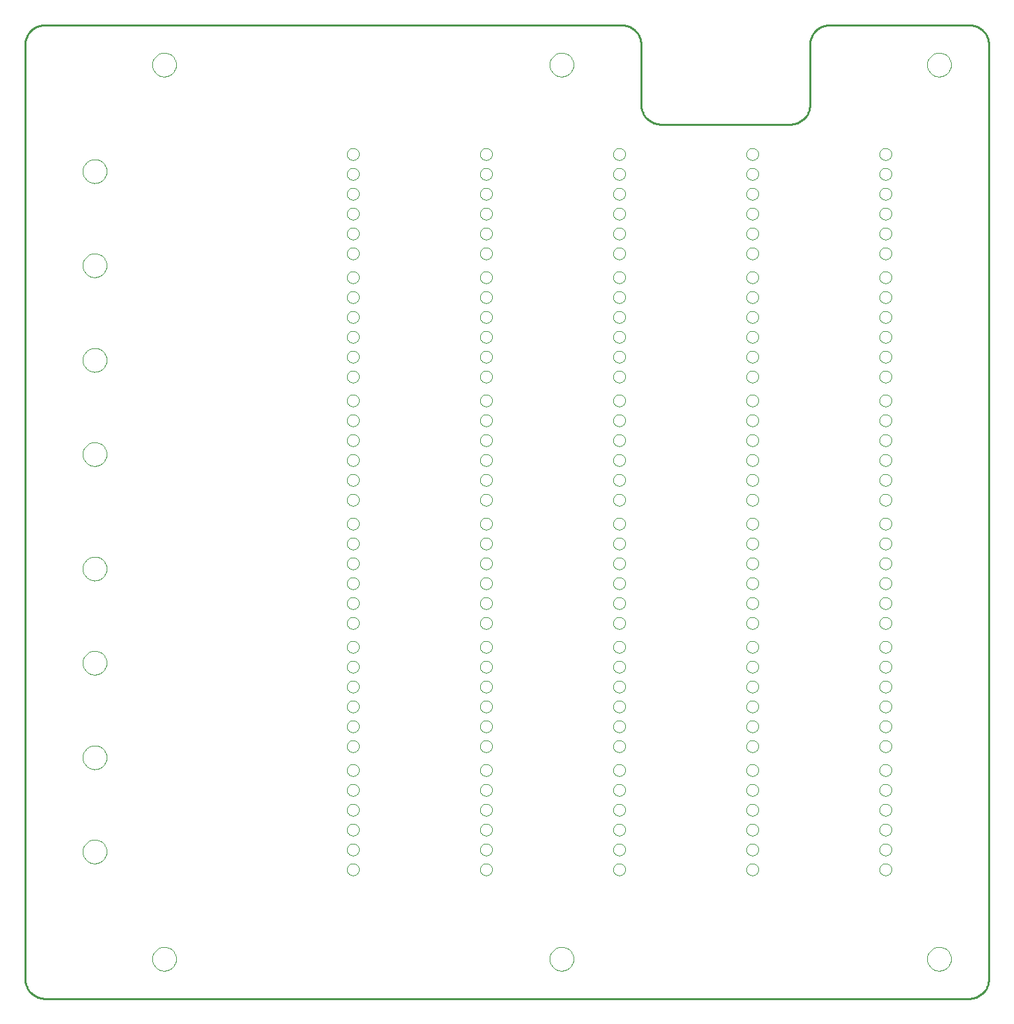
<source format=gtl>
G75*
G70*
%OFA0B0*%
%FSLAX24Y24*%
%IPPOS*%
%LPD*%
%AMOC8*
5,1,8,0,0,1.08239X$1,22.5*
%
%ADD10C,0.0100*%
%ADD11C,0.0000*%
D10*
X000151Y001151D02*
X000151Y048151D01*
X000153Y048211D01*
X000158Y048272D01*
X000167Y048331D01*
X000180Y048390D01*
X000196Y048449D01*
X000216Y048506D01*
X000239Y048561D01*
X000266Y048616D01*
X000295Y048668D01*
X000328Y048719D01*
X000364Y048768D01*
X000402Y048814D01*
X000444Y048858D01*
X000488Y048900D01*
X000534Y048938D01*
X000583Y048974D01*
X000634Y049007D01*
X000686Y049036D01*
X000741Y049063D01*
X000796Y049086D01*
X000853Y049106D01*
X000912Y049122D01*
X000971Y049135D01*
X001030Y049144D01*
X001091Y049149D01*
X001151Y049151D01*
X030151Y049151D01*
X030211Y049149D01*
X030272Y049144D01*
X030331Y049135D01*
X030390Y049122D01*
X030449Y049106D01*
X030506Y049086D01*
X030561Y049063D01*
X030616Y049036D01*
X030668Y049007D01*
X030719Y048974D01*
X030768Y048938D01*
X030814Y048900D01*
X030858Y048858D01*
X030900Y048814D01*
X030938Y048768D01*
X030974Y048719D01*
X031007Y048668D01*
X031036Y048616D01*
X031063Y048561D01*
X031086Y048506D01*
X031106Y048449D01*
X031122Y048390D01*
X031135Y048331D01*
X031144Y048272D01*
X031149Y048211D01*
X031151Y048151D01*
X031151Y045151D01*
X031153Y045091D01*
X031158Y045030D01*
X031167Y044971D01*
X031180Y044912D01*
X031196Y044853D01*
X031216Y044796D01*
X031239Y044741D01*
X031266Y044686D01*
X031295Y044634D01*
X031328Y044583D01*
X031364Y044534D01*
X031402Y044488D01*
X031444Y044444D01*
X031488Y044402D01*
X031534Y044364D01*
X031583Y044328D01*
X031634Y044295D01*
X031686Y044266D01*
X031741Y044239D01*
X031796Y044216D01*
X031853Y044196D01*
X031912Y044180D01*
X031971Y044167D01*
X032030Y044158D01*
X032091Y044153D01*
X032151Y044151D01*
X038651Y044151D01*
X038711Y044153D01*
X038772Y044158D01*
X038831Y044167D01*
X038890Y044180D01*
X038949Y044196D01*
X039006Y044216D01*
X039061Y044239D01*
X039116Y044266D01*
X039168Y044295D01*
X039219Y044328D01*
X039268Y044364D01*
X039314Y044402D01*
X039358Y044444D01*
X039400Y044488D01*
X039438Y044534D01*
X039474Y044583D01*
X039507Y044634D01*
X039536Y044686D01*
X039563Y044741D01*
X039586Y044796D01*
X039606Y044853D01*
X039622Y044912D01*
X039635Y044971D01*
X039644Y045030D01*
X039649Y045091D01*
X039651Y045151D01*
X039651Y048151D01*
X039653Y048211D01*
X039658Y048272D01*
X039667Y048331D01*
X039680Y048390D01*
X039696Y048449D01*
X039716Y048506D01*
X039739Y048561D01*
X039766Y048616D01*
X039795Y048668D01*
X039828Y048719D01*
X039864Y048768D01*
X039902Y048814D01*
X039944Y048858D01*
X039988Y048900D01*
X040034Y048938D01*
X040083Y048974D01*
X040134Y049007D01*
X040186Y049036D01*
X040241Y049063D01*
X040296Y049086D01*
X040353Y049106D01*
X040412Y049122D01*
X040471Y049135D01*
X040530Y049144D01*
X040591Y049149D01*
X040651Y049151D01*
X047651Y049151D01*
X047711Y049149D01*
X047772Y049144D01*
X047831Y049135D01*
X047890Y049122D01*
X047949Y049106D01*
X048006Y049086D01*
X048061Y049063D01*
X048116Y049036D01*
X048168Y049007D01*
X048219Y048974D01*
X048268Y048938D01*
X048314Y048900D01*
X048358Y048858D01*
X048400Y048814D01*
X048438Y048768D01*
X048474Y048719D01*
X048507Y048668D01*
X048536Y048616D01*
X048563Y048561D01*
X048586Y048506D01*
X048606Y048449D01*
X048622Y048390D01*
X048635Y048331D01*
X048644Y048272D01*
X048649Y048211D01*
X048651Y048151D01*
X048651Y001151D01*
X048649Y001091D01*
X048644Y001030D01*
X048635Y000971D01*
X048622Y000912D01*
X048606Y000853D01*
X048586Y000796D01*
X048563Y000741D01*
X048536Y000686D01*
X048507Y000634D01*
X048474Y000583D01*
X048438Y000534D01*
X048400Y000488D01*
X048358Y000444D01*
X048314Y000402D01*
X048268Y000364D01*
X048219Y000328D01*
X048168Y000295D01*
X048116Y000266D01*
X048061Y000239D01*
X048006Y000216D01*
X047949Y000196D01*
X047890Y000180D01*
X047831Y000167D01*
X047772Y000158D01*
X047711Y000153D01*
X047651Y000151D01*
X001151Y000151D01*
X001091Y000153D01*
X001030Y000158D01*
X000971Y000167D01*
X000912Y000180D01*
X000853Y000196D01*
X000796Y000216D01*
X000741Y000239D01*
X000686Y000266D01*
X000634Y000295D01*
X000583Y000328D01*
X000534Y000364D01*
X000488Y000402D01*
X000444Y000444D01*
X000402Y000488D01*
X000364Y000534D01*
X000328Y000583D01*
X000295Y000634D01*
X000266Y000686D01*
X000239Y000741D01*
X000216Y000796D01*
X000196Y000853D01*
X000180Y000912D01*
X000167Y000971D01*
X000158Y001030D01*
X000153Y001091D01*
X000151Y001151D01*
D11*
X003051Y007551D02*
X003053Y007600D01*
X003059Y007648D01*
X003069Y007696D01*
X003083Y007743D01*
X003100Y007789D01*
X003121Y007833D01*
X003146Y007875D01*
X003174Y007915D01*
X003206Y007953D01*
X003240Y007988D01*
X003277Y008020D01*
X003316Y008049D01*
X003358Y008075D01*
X003402Y008097D01*
X003447Y008115D01*
X003494Y008130D01*
X003541Y008141D01*
X003590Y008148D01*
X003639Y008151D01*
X003688Y008150D01*
X003736Y008145D01*
X003785Y008136D01*
X003832Y008123D01*
X003878Y008106D01*
X003922Y008086D01*
X003965Y008062D01*
X004006Y008035D01*
X004044Y008004D01*
X004080Y007971D01*
X004112Y007935D01*
X004142Y007896D01*
X004169Y007855D01*
X004192Y007811D01*
X004211Y007766D01*
X004227Y007720D01*
X004239Y007673D01*
X004247Y007624D01*
X004251Y007575D01*
X004251Y007527D01*
X004247Y007478D01*
X004239Y007429D01*
X004227Y007382D01*
X004211Y007336D01*
X004192Y007291D01*
X004169Y007247D01*
X004142Y007206D01*
X004112Y007167D01*
X004080Y007131D01*
X004044Y007098D01*
X004006Y007067D01*
X003965Y007040D01*
X003922Y007016D01*
X003878Y006996D01*
X003832Y006979D01*
X003785Y006966D01*
X003736Y006957D01*
X003688Y006952D01*
X003639Y006951D01*
X003590Y006954D01*
X003541Y006961D01*
X003494Y006972D01*
X003447Y006987D01*
X003402Y007005D01*
X003358Y007027D01*
X003316Y007053D01*
X003277Y007082D01*
X003240Y007114D01*
X003206Y007149D01*
X003174Y007187D01*
X003146Y007227D01*
X003121Y007269D01*
X003100Y007313D01*
X003083Y007359D01*
X003069Y007406D01*
X003059Y007454D01*
X003053Y007502D01*
X003051Y007551D01*
X003051Y012289D02*
X003053Y012338D01*
X003059Y012386D01*
X003069Y012434D01*
X003083Y012481D01*
X003100Y012527D01*
X003121Y012571D01*
X003146Y012613D01*
X003174Y012653D01*
X003206Y012691D01*
X003240Y012726D01*
X003277Y012758D01*
X003316Y012787D01*
X003358Y012813D01*
X003402Y012835D01*
X003447Y012853D01*
X003494Y012868D01*
X003541Y012879D01*
X003590Y012886D01*
X003639Y012889D01*
X003688Y012888D01*
X003736Y012883D01*
X003785Y012874D01*
X003832Y012861D01*
X003878Y012844D01*
X003922Y012824D01*
X003965Y012800D01*
X004006Y012773D01*
X004044Y012742D01*
X004080Y012709D01*
X004112Y012673D01*
X004142Y012634D01*
X004169Y012593D01*
X004192Y012549D01*
X004211Y012504D01*
X004227Y012458D01*
X004239Y012411D01*
X004247Y012362D01*
X004251Y012313D01*
X004251Y012265D01*
X004247Y012216D01*
X004239Y012167D01*
X004227Y012120D01*
X004211Y012074D01*
X004192Y012029D01*
X004169Y011985D01*
X004142Y011944D01*
X004112Y011905D01*
X004080Y011869D01*
X004044Y011836D01*
X004006Y011805D01*
X003965Y011778D01*
X003922Y011754D01*
X003878Y011734D01*
X003832Y011717D01*
X003785Y011704D01*
X003736Y011695D01*
X003688Y011690D01*
X003639Y011689D01*
X003590Y011692D01*
X003541Y011699D01*
X003494Y011710D01*
X003447Y011725D01*
X003402Y011743D01*
X003358Y011765D01*
X003316Y011791D01*
X003277Y011820D01*
X003240Y011852D01*
X003206Y011887D01*
X003174Y011925D01*
X003146Y011965D01*
X003121Y012007D01*
X003100Y012051D01*
X003083Y012097D01*
X003069Y012144D01*
X003059Y012192D01*
X003053Y012240D01*
X003051Y012289D01*
X003051Y017051D02*
X003053Y017100D01*
X003059Y017148D01*
X003069Y017196D01*
X003083Y017243D01*
X003100Y017289D01*
X003121Y017333D01*
X003146Y017375D01*
X003174Y017415D01*
X003206Y017453D01*
X003240Y017488D01*
X003277Y017520D01*
X003316Y017549D01*
X003358Y017575D01*
X003402Y017597D01*
X003447Y017615D01*
X003494Y017630D01*
X003541Y017641D01*
X003590Y017648D01*
X003639Y017651D01*
X003688Y017650D01*
X003736Y017645D01*
X003785Y017636D01*
X003832Y017623D01*
X003878Y017606D01*
X003922Y017586D01*
X003965Y017562D01*
X004006Y017535D01*
X004044Y017504D01*
X004080Y017471D01*
X004112Y017435D01*
X004142Y017396D01*
X004169Y017355D01*
X004192Y017311D01*
X004211Y017266D01*
X004227Y017220D01*
X004239Y017173D01*
X004247Y017124D01*
X004251Y017075D01*
X004251Y017027D01*
X004247Y016978D01*
X004239Y016929D01*
X004227Y016882D01*
X004211Y016836D01*
X004192Y016791D01*
X004169Y016747D01*
X004142Y016706D01*
X004112Y016667D01*
X004080Y016631D01*
X004044Y016598D01*
X004006Y016567D01*
X003965Y016540D01*
X003922Y016516D01*
X003878Y016496D01*
X003832Y016479D01*
X003785Y016466D01*
X003736Y016457D01*
X003688Y016452D01*
X003639Y016451D01*
X003590Y016454D01*
X003541Y016461D01*
X003494Y016472D01*
X003447Y016487D01*
X003402Y016505D01*
X003358Y016527D01*
X003316Y016553D01*
X003277Y016582D01*
X003240Y016614D01*
X003206Y016649D01*
X003174Y016687D01*
X003146Y016727D01*
X003121Y016769D01*
X003100Y016813D01*
X003083Y016859D01*
X003069Y016906D01*
X003059Y016954D01*
X003053Y017002D01*
X003051Y017051D01*
X003051Y021789D02*
X003053Y021838D01*
X003059Y021886D01*
X003069Y021934D01*
X003083Y021981D01*
X003100Y022027D01*
X003121Y022071D01*
X003146Y022113D01*
X003174Y022153D01*
X003206Y022191D01*
X003240Y022226D01*
X003277Y022258D01*
X003316Y022287D01*
X003358Y022313D01*
X003402Y022335D01*
X003447Y022353D01*
X003494Y022368D01*
X003541Y022379D01*
X003590Y022386D01*
X003639Y022389D01*
X003688Y022388D01*
X003736Y022383D01*
X003785Y022374D01*
X003832Y022361D01*
X003878Y022344D01*
X003922Y022324D01*
X003965Y022300D01*
X004006Y022273D01*
X004044Y022242D01*
X004080Y022209D01*
X004112Y022173D01*
X004142Y022134D01*
X004169Y022093D01*
X004192Y022049D01*
X004211Y022004D01*
X004227Y021958D01*
X004239Y021911D01*
X004247Y021862D01*
X004251Y021813D01*
X004251Y021765D01*
X004247Y021716D01*
X004239Y021667D01*
X004227Y021620D01*
X004211Y021574D01*
X004192Y021529D01*
X004169Y021485D01*
X004142Y021444D01*
X004112Y021405D01*
X004080Y021369D01*
X004044Y021336D01*
X004006Y021305D01*
X003965Y021278D01*
X003922Y021254D01*
X003878Y021234D01*
X003832Y021217D01*
X003785Y021204D01*
X003736Y021195D01*
X003688Y021190D01*
X003639Y021189D01*
X003590Y021192D01*
X003541Y021199D01*
X003494Y021210D01*
X003447Y021225D01*
X003402Y021243D01*
X003358Y021265D01*
X003316Y021291D01*
X003277Y021320D01*
X003240Y021352D01*
X003206Y021387D01*
X003174Y021425D01*
X003146Y021465D01*
X003121Y021507D01*
X003100Y021551D01*
X003083Y021597D01*
X003069Y021644D01*
X003059Y021692D01*
X003053Y021740D01*
X003051Y021789D01*
X003051Y027551D02*
X003053Y027600D01*
X003059Y027648D01*
X003069Y027696D01*
X003083Y027743D01*
X003100Y027789D01*
X003121Y027833D01*
X003146Y027875D01*
X003174Y027915D01*
X003206Y027953D01*
X003240Y027988D01*
X003277Y028020D01*
X003316Y028049D01*
X003358Y028075D01*
X003402Y028097D01*
X003447Y028115D01*
X003494Y028130D01*
X003541Y028141D01*
X003590Y028148D01*
X003639Y028151D01*
X003688Y028150D01*
X003736Y028145D01*
X003785Y028136D01*
X003832Y028123D01*
X003878Y028106D01*
X003922Y028086D01*
X003965Y028062D01*
X004006Y028035D01*
X004044Y028004D01*
X004080Y027971D01*
X004112Y027935D01*
X004142Y027896D01*
X004169Y027855D01*
X004192Y027811D01*
X004211Y027766D01*
X004227Y027720D01*
X004239Y027673D01*
X004247Y027624D01*
X004251Y027575D01*
X004251Y027527D01*
X004247Y027478D01*
X004239Y027429D01*
X004227Y027382D01*
X004211Y027336D01*
X004192Y027291D01*
X004169Y027247D01*
X004142Y027206D01*
X004112Y027167D01*
X004080Y027131D01*
X004044Y027098D01*
X004006Y027067D01*
X003965Y027040D01*
X003922Y027016D01*
X003878Y026996D01*
X003832Y026979D01*
X003785Y026966D01*
X003736Y026957D01*
X003688Y026952D01*
X003639Y026951D01*
X003590Y026954D01*
X003541Y026961D01*
X003494Y026972D01*
X003447Y026987D01*
X003402Y027005D01*
X003358Y027027D01*
X003316Y027053D01*
X003277Y027082D01*
X003240Y027114D01*
X003206Y027149D01*
X003174Y027187D01*
X003146Y027227D01*
X003121Y027269D01*
X003100Y027313D01*
X003083Y027359D01*
X003069Y027406D01*
X003059Y027454D01*
X003053Y027502D01*
X003051Y027551D01*
X003051Y032289D02*
X003053Y032338D01*
X003059Y032386D01*
X003069Y032434D01*
X003083Y032481D01*
X003100Y032527D01*
X003121Y032571D01*
X003146Y032613D01*
X003174Y032653D01*
X003206Y032691D01*
X003240Y032726D01*
X003277Y032758D01*
X003316Y032787D01*
X003358Y032813D01*
X003402Y032835D01*
X003447Y032853D01*
X003494Y032868D01*
X003541Y032879D01*
X003590Y032886D01*
X003639Y032889D01*
X003688Y032888D01*
X003736Y032883D01*
X003785Y032874D01*
X003832Y032861D01*
X003878Y032844D01*
X003922Y032824D01*
X003965Y032800D01*
X004006Y032773D01*
X004044Y032742D01*
X004080Y032709D01*
X004112Y032673D01*
X004142Y032634D01*
X004169Y032593D01*
X004192Y032549D01*
X004211Y032504D01*
X004227Y032458D01*
X004239Y032411D01*
X004247Y032362D01*
X004251Y032313D01*
X004251Y032265D01*
X004247Y032216D01*
X004239Y032167D01*
X004227Y032120D01*
X004211Y032074D01*
X004192Y032029D01*
X004169Y031985D01*
X004142Y031944D01*
X004112Y031905D01*
X004080Y031869D01*
X004044Y031836D01*
X004006Y031805D01*
X003965Y031778D01*
X003922Y031754D01*
X003878Y031734D01*
X003832Y031717D01*
X003785Y031704D01*
X003736Y031695D01*
X003688Y031690D01*
X003639Y031689D01*
X003590Y031692D01*
X003541Y031699D01*
X003494Y031710D01*
X003447Y031725D01*
X003402Y031743D01*
X003358Y031765D01*
X003316Y031791D01*
X003277Y031820D01*
X003240Y031852D01*
X003206Y031887D01*
X003174Y031925D01*
X003146Y031965D01*
X003121Y032007D01*
X003100Y032051D01*
X003083Y032097D01*
X003069Y032144D01*
X003059Y032192D01*
X003053Y032240D01*
X003051Y032289D01*
X003051Y037051D02*
X003053Y037100D01*
X003059Y037148D01*
X003069Y037196D01*
X003083Y037243D01*
X003100Y037289D01*
X003121Y037333D01*
X003146Y037375D01*
X003174Y037415D01*
X003206Y037453D01*
X003240Y037488D01*
X003277Y037520D01*
X003316Y037549D01*
X003358Y037575D01*
X003402Y037597D01*
X003447Y037615D01*
X003494Y037630D01*
X003541Y037641D01*
X003590Y037648D01*
X003639Y037651D01*
X003688Y037650D01*
X003736Y037645D01*
X003785Y037636D01*
X003832Y037623D01*
X003878Y037606D01*
X003922Y037586D01*
X003965Y037562D01*
X004006Y037535D01*
X004044Y037504D01*
X004080Y037471D01*
X004112Y037435D01*
X004142Y037396D01*
X004169Y037355D01*
X004192Y037311D01*
X004211Y037266D01*
X004227Y037220D01*
X004239Y037173D01*
X004247Y037124D01*
X004251Y037075D01*
X004251Y037027D01*
X004247Y036978D01*
X004239Y036929D01*
X004227Y036882D01*
X004211Y036836D01*
X004192Y036791D01*
X004169Y036747D01*
X004142Y036706D01*
X004112Y036667D01*
X004080Y036631D01*
X004044Y036598D01*
X004006Y036567D01*
X003965Y036540D01*
X003922Y036516D01*
X003878Y036496D01*
X003832Y036479D01*
X003785Y036466D01*
X003736Y036457D01*
X003688Y036452D01*
X003639Y036451D01*
X003590Y036454D01*
X003541Y036461D01*
X003494Y036472D01*
X003447Y036487D01*
X003402Y036505D01*
X003358Y036527D01*
X003316Y036553D01*
X003277Y036582D01*
X003240Y036614D01*
X003206Y036649D01*
X003174Y036687D01*
X003146Y036727D01*
X003121Y036769D01*
X003100Y036813D01*
X003083Y036859D01*
X003069Y036906D01*
X003059Y036954D01*
X003053Y037002D01*
X003051Y037051D01*
X003051Y041789D02*
X003053Y041838D01*
X003059Y041886D01*
X003069Y041934D01*
X003083Y041981D01*
X003100Y042027D01*
X003121Y042071D01*
X003146Y042113D01*
X003174Y042153D01*
X003206Y042191D01*
X003240Y042226D01*
X003277Y042258D01*
X003316Y042287D01*
X003358Y042313D01*
X003402Y042335D01*
X003447Y042353D01*
X003494Y042368D01*
X003541Y042379D01*
X003590Y042386D01*
X003639Y042389D01*
X003688Y042388D01*
X003736Y042383D01*
X003785Y042374D01*
X003832Y042361D01*
X003878Y042344D01*
X003922Y042324D01*
X003965Y042300D01*
X004006Y042273D01*
X004044Y042242D01*
X004080Y042209D01*
X004112Y042173D01*
X004142Y042134D01*
X004169Y042093D01*
X004192Y042049D01*
X004211Y042004D01*
X004227Y041958D01*
X004239Y041911D01*
X004247Y041862D01*
X004251Y041813D01*
X004251Y041765D01*
X004247Y041716D01*
X004239Y041667D01*
X004227Y041620D01*
X004211Y041574D01*
X004192Y041529D01*
X004169Y041485D01*
X004142Y041444D01*
X004112Y041405D01*
X004080Y041369D01*
X004044Y041336D01*
X004006Y041305D01*
X003965Y041278D01*
X003922Y041254D01*
X003878Y041234D01*
X003832Y041217D01*
X003785Y041204D01*
X003736Y041195D01*
X003688Y041190D01*
X003639Y041189D01*
X003590Y041192D01*
X003541Y041199D01*
X003494Y041210D01*
X003447Y041225D01*
X003402Y041243D01*
X003358Y041265D01*
X003316Y041291D01*
X003277Y041320D01*
X003240Y041352D01*
X003206Y041387D01*
X003174Y041425D01*
X003146Y041465D01*
X003121Y041507D01*
X003100Y041551D01*
X003083Y041597D01*
X003069Y041644D01*
X003059Y041692D01*
X003053Y041740D01*
X003051Y041789D01*
X006551Y047151D02*
X006553Y047200D01*
X006559Y047248D01*
X006569Y047296D01*
X006583Y047343D01*
X006600Y047389D01*
X006621Y047433D01*
X006646Y047475D01*
X006674Y047515D01*
X006706Y047553D01*
X006740Y047588D01*
X006777Y047620D01*
X006816Y047649D01*
X006858Y047675D01*
X006902Y047697D01*
X006947Y047715D01*
X006994Y047730D01*
X007041Y047741D01*
X007090Y047748D01*
X007139Y047751D01*
X007188Y047750D01*
X007236Y047745D01*
X007285Y047736D01*
X007332Y047723D01*
X007378Y047706D01*
X007422Y047686D01*
X007465Y047662D01*
X007506Y047635D01*
X007544Y047604D01*
X007580Y047571D01*
X007612Y047535D01*
X007642Y047496D01*
X007669Y047455D01*
X007692Y047411D01*
X007711Y047366D01*
X007727Y047320D01*
X007739Y047273D01*
X007747Y047224D01*
X007751Y047175D01*
X007751Y047127D01*
X007747Y047078D01*
X007739Y047029D01*
X007727Y046982D01*
X007711Y046936D01*
X007692Y046891D01*
X007669Y046847D01*
X007642Y046806D01*
X007612Y046767D01*
X007580Y046731D01*
X007544Y046698D01*
X007506Y046667D01*
X007465Y046640D01*
X007422Y046616D01*
X007378Y046596D01*
X007332Y046579D01*
X007285Y046566D01*
X007236Y046557D01*
X007188Y046552D01*
X007139Y046551D01*
X007090Y046554D01*
X007041Y046561D01*
X006994Y046572D01*
X006947Y046587D01*
X006902Y046605D01*
X006858Y046627D01*
X006816Y046653D01*
X006777Y046682D01*
X006740Y046714D01*
X006706Y046749D01*
X006674Y046787D01*
X006646Y046827D01*
X006621Y046869D01*
X006600Y046913D01*
X006583Y046959D01*
X006569Y047006D01*
X006559Y047054D01*
X006553Y047102D01*
X006551Y047151D01*
X016351Y042651D02*
X016353Y042685D01*
X016359Y042719D01*
X016368Y042752D01*
X016382Y042783D01*
X016399Y042813D01*
X016419Y042841D01*
X016442Y042866D01*
X016468Y042889D01*
X016496Y042908D01*
X016526Y042924D01*
X016558Y042936D01*
X016591Y042945D01*
X016625Y042950D01*
X016660Y042951D01*
X016694Y042948D01*
X016727Y042941D01*
X016760Y042931D01*
X016791Y042916D01*
X016820Y042899D01*
X016847Y042878D01*
X016872Y042854D01*
X016894Y042827D01*
X016912Y042799D01*
X016927Y042768D01*
X016939Y042736D01*
X016947Y042702D01*
X016951Y042668D01*
X016951Y042634D01*
X016947Y042600D01*
X016939Y042566D01*
X016927Y042534D01*
X016912Y042503D01*
X016894Y042475D01*
X016872Y042448D01*
X016847Y042424D01*
X016820Y042403D01*
X016791Y042386D01*
X016760Y042371D01*
X016727Y042361D01*
X016694Y042354D01*
X016660Y042351D01*
X016625Y042352D01*
X016591Y042357D01*
X016558Y042366D01*
X016526Y042378D01*
X016496Y042394D01*
X016468Y042413D01*
X016442Y042436D01*
X016419Y042461D01*
X016399Y042489D01*
X016382Y042519D01*
X016368Y042550D01*
X016359Y042583D01*
X016353Y042617D01*
X016351Y042651D01*
X016351Y041651D02*
X016353Y041685D01*
X016359Y041719D01*
X016368Y041752D01*
X016382Y041783D01*
X016399Y041813D01*
X016419Y041841D01*
X016442Y041866D01*
X016468Y041889D01*
X016496Y041908D01*
X016526Y041924D01*
X016558Y041936D01*
X016591Y041945D01*
X016625Y041950D01*
X016660Y041951D01*
X016694Y041948D01*
X016727Y041941D01*
X016760Y041931D01*
X016791Y041916D01*
X016820Y041899D01*
X016847Y041878D01*
X016872Y041854D01*
X016894Y041827D01*
X016912Y041799D01*
X016927Y041768D01*
X016939Y041736D01*
X016947Y041702D01*
X016951Y041668D01*
X016951Y041634D01*
X016947Y041600D01*
X016939Y041566D01*
X016927Y041534D01*
X016912Y041503D01*
X016894Y041475D01*
X016872Y041448D01*
X016847Y041424D01*
X016820Y041403D01*
X016791Y041386D01*
X016760Y041371D01*
X016727Y041361D01*
X016694Y041354D01*
X016660Y041351D01*
X016625Y041352D01*
X016591Y041357D01*
X016558Y041366D01*
X016526Y041378D01*
X016496Y041394D01*
X016468Y041413D01*
X016442Y041436D01*
X016419Y041461D01*
X016399Y041489D01*
X016382Y041519D01*
X016368Y041550D01*
X016359Y041583D01*
X016353Y041617D01*
X016351Y041651D01*
X016351Y040651D02*
X016353Y040685D01*
X016359Y040719D01*
X016368Y040752D01*
X016382Y040783D01*
X016399Y040813D01*
X016419Y040841D01*
X016442Y040866D01*
X016468Y040889D01*
X016496Y040908D01*
X016526Y040924D01*
X016558Y040936D01*
X016591Y040945D01*
X016625Y040950D01*
X016660Y040951D01*
X016694Y040948D01*
X016727Y040941D01*
X016760Y040931D01*
X016791Y040916D01*
X016820Y040899D01*
X016847Y040878D01*
X016872Y040854D01*
X016894Y040827D01*
X016912Y040799D01*
X016927Y040768D01*
X016939Y040736D01*
X016947Y040702D01*
X016951Y040668D01*
X016951Y040634D01*
X016947Y040600D01*
X016939Y040566D01*
X016927Y040534D01*
X016912Y040503D01*
X016894Y040475D01*
X016872Y040448D01*
X016847Y040424D01*
X016820Y040403D01*
X016791Y040386D01*
X016760Y040371D01*
X016727Y040361D01*
X016694Y040354D01*
X016660Y040351D01*
X016625Y040352D01*
X016591Y040357D01*
X016558Y040366D01*
X016526Y040378D01*
X016496Y040394D01*
X016468Y040413D01*
X016442Y040436D01*
X016419Y040461D01*
X016399Y040489D01*
X016382Y040519D01*
X016368Y040550D01*
X016359Y040583D01*
X016353Y040617D01*
X016351Y040651D01*
X016351Y039651D02*
X016353Y039685D01*
X016359Y039719D01*
X016368Y039752D01*
X016382Y039783D01*
X016399Y039813D01*
X016419Y039841D01*
X016442Y039866D01*
X016468Y039889D01*
X016496Y039908D01*
X016526Y039924D01*
X016558Y039936D01*
X016591Y039945D01*
X016625Y039950D01*
X016660Y039951D01*
X016694Y039948D01*
X016727Y039941D01*
X016760Y039931D01*
X016791Y039916D01*
X016820Y039899D01*
X016847Y039878D01*
X016872Y039854D01*
X016894Y039827D01*
X016912Y039799D01*
X016927Y039768D01*
X016939Y039736D01*
X016947Y039702D01*
X016951Y039668D01*
X016951Y039634D01*
X016947Y039600D01*
X016939Y039566D01*
X016927Y039534D01*
X016912Y039503D01*
X016894Y039475D01*
X016872Y039448D01*
X016847Y039424D01*
X016820Y039403D01*
X016791Y039386D01*
X016760Y039371D01*
X016727Y039361D01*
X016694Y039354D01*
X016660Y039351D01*
X016625Y039352D01*
X016591Y039357D01*
X016558Y039366D01*
X016526Y039378D01*
X016496Y039394D01*
X016468Y039413D01*
X016442Y039436D01*
X016419Y039461D01*
X016399Y039489D01*
X016382Y039519D01*
X016368Y039550D01*
X016359Y039583D01*
X016353Y039617D01*
X016351Y039651D01*
X016351Y038651D02*
X016353Y038685D01*
X016359Y038719D01*
X016368Y038752D01*
X016382Y038783D01*
X016399Y038813D01*
X016419Y038841D01*
X016442Y038866D01*
X016468Y038889D01*
X016496Y038908D01*
X016526Y038924D01*
X016558Y038936D01*
X016591Y038945D01*
X016625Y038950D01*
X016660Y038951D01*
X016694Y038948D01*
X016727Y038941D01*
X016760Y038931D01*
X016791Y038916D01*
X016820Y038899D01*
X016847Y038878D01*
X016872Y038854D01*
X016894Y038827D01*
X016912Y038799D01*
X016927Y038768D01*
X016939Y038736D01*
X016947Y038702D01*
X016951Y038668D01*
X016951Y038634D01*
X016947Y038600D01*
X016939Y038566D01*
X016927Y038534D01*
X016912Y038503D01*
X016894Y038475D01*
X016872Y038448D01*
X016847Y038424D01*
X016820Y038403D01*
X016791Y038386D01*
X016760Y038371D01*
X016727Y038361D01*
X016694Y038354D01*
X016660Y038351D01*
X016625Y038352D01*
X016591Y038357D01*
X016558Y038366D01*
X016526Y038378D01*
X016496Y038394D01*
X016468Y038413D01*
X016442Y038436D01*
X016419Y038461D01*
X016399Y038489D01*
X016382Y038519D01*
X016368Y038550D01*
X016359Y038583D01*
X016353Y038617D01*
X016351Y038651D01*
X016351Y037651D02*
X016353Y037685D01*
X016359Y037719D01*
X016368Y037752D01*
X016382Y037783D01*
X016399Y037813D01*
X016419Y037841D01*
X016442Y037866D01*
X016468Y037889D01*
X016496Y037908D01*
X016526Y037924D01*
X016558Y037936D01*
X016591Y037945D01*
X016625Y037950D01*
X016660Y037951D01*
X016694Y037948D01*
X016727Y037941D01*
X016760Y037931D01*
X016791Y037916D01*
X016820Y037899D01*
X016847Y037878D01*
X016872Y037854D01*
X016894Y037827D01*
X016912Y037799D01*
X016927Y037768D01*
X016939Y037736D01*
X016947Y037702D01*
X016951Y037668D01*
X016951Y037634D01*
X016947Y037600D01*
X016939Y037566D01*
X016927Y037534D01*
X016912Y037503D01*
X016894Y037475D01*
X016872Y037448D01*
X016847Y037424D01*
X016820Y037403D01*
X016791Y037386D01*
X016760Y037371D01*
X016727Y037361D01*
X016694Y037354D01*
X016660Y037351D01*
X016625Y037352D01*
X016591Y037357D01*
X016558Y037366D01*
X016526Y037378D01*
X016496Y037394D01*
X016468Y037413D01*
X016442Y037436D01*
X016419Y037461D01*
X016399Y037489D01*
X016382Y037519D01*
X016368Y037550D01*
X016359Y037583D01*
X016353Y037617D01*
X016351Y037651D01*
X016351Y036451D02*
X016353Y036485D01*
X016359Y036519D01*
X016368Y036552D01*
X016382Y036583D01*
X016399Y036613D01*
X016419Y036641D01*
X016442Y036666D01*
X016468Y036689D01*
X016496Y036708D01*
X016526Y036724D01*
X016558Y036736D01*
X016591Y036745D01*
X016625Y036750D01*
X016660Y036751D01*
X016694Y036748D01*
X016727Y036741D01*
X016760Y036731D01*
X016791Y036716D01*
X016820Y036699D01*
X016847Y036678D01*
X016872Y036654D01*
X016894Y036627D01*
X016912Y036599D01*
X016927Y036568D01*
X016939Y036536D01*
X016947Y036502D01*
X016951Y036468D01*
X016951Y036434D01*
X016947Y036400D01*
X016939Y036366D01*
X016927Y036334D01*
X016912Y036303D01*
X016894Y036275D01*
X016872Y036248D01*
X016847Y036224D01*
X016820Y036203D01*
X016791Y036186D01*
X016760Y036171D01*
X016727Y036161D01*
X016694Y036154D01*
X016660Y036151D01*
X016625Y036152D01*
X016591Y036157D01*
X016558Y036166D01*
X016526Y036178D01*
X016496Y036194D01*
X016468Y036213D01*
X016442Y036236D01*
X016419Y036261D01*
X016399Y036289D01*
X016382Y036319D01*
X016368Y036350D01*
X016359Y036383D01*
X016353Y036417D01*
X016351Y036451D01*
X016351Y035451D02*
X016353Y035485D01*
X016359Y035519D01*
X016368Y035552D01*
X016382Y035583D01*
X016399Y035613D01*
X016419Y035641D01*
X016442Y035666D01*
X016468Y035689D01*
X016496Y035708D01*
X016526Y035724D01*
X016558Y035736D01*
X016591Y035745D01*
X016625Y035750D01*
X016660Y035751D01*
X016694Y035748D01*
X016727Y035741D01*
X016760Y035731D01*
X016791Y035716D01*
X016820Y035699D01*
X016847Y035678D01*
X016872Y035654D01*
X016894Y035627D01*
X016912Y035599D01*
X016927Y035568D01*
X016939Y035536D01*
X016947Y035502D01*
X016951Y035468D01*
X016951Y035434D01*
X016947Y035400D01*
X016939Y035366D01*
X016927Y035334D01*
X016912Y035303D01*
X016894Y035275D01*
X016872Y035248D01*
X016847Y035224D01*
X016820Y035203D01*
X016791Y035186D01*
X016760Y035171D01*
X016727Y035161D01*
X016694Y035154D01*
X016660Y035151D01*
X016625Y035152D01*
X016591Y035157D01*
X016558Y035166D01*
X016526Y035178D01*
X016496Y035194D01*
X016468Y035213D01*
X016442Y035236D01*
X016419Y035261D01*
X016399Y035289D01*
X016382Y035319D01*
X016368Y035350D01*
X016359Y035383D01*
X016353Y035417D01*
X016351Y035451D01*
X016351Y034451D02*
X016353Y034485D01*
X016359Y034519D01*
X016368Y034552D01*
X016382Y034583D01*
X016399Y034613D01*
X016419Y034641D01*
X016442Y034666D01*
X016468Y034689D01*
X016496Y034708D01*
X016526Y034724D01*
X016558Y034736D01*
X016591Y034745D01*
X016625Y034750D01*
X016660Y034751D01*
X016694Y034748D01*
X016727Y034741D01*
X016760Y034731D01*
X016791Y034716D01*
X016820Y034699D01*
X016847Y034678D01*
X016872Y034654D01*
X016894Y034627D01*
X016912Y034599D01*
X016927Y034568D01*
X016939Y034536D01*
X016947Y034502D01*
X016951Y034468D01*
X016951Y034434D01*
X016947Y034400D01*
X016939Y034366D01*
X016927Y034334D01*
X016912Y034303D01*
X016894Y034275D01*
X016872Y034248D01*
X016847Y034224D01*
X016820Y034203D01*
X016791Y034186D01*
X016760Y034171D01*
X016727Y034161D01*
X016694Y034154D01*
X016660Y034151D01*
X016625Y034152D01*
X016591Y034157D01*
X016558Y034166D01*
X016526Y034178D01*
X016496Y034194D01*
X016468Y034213D01*
X016442Y034236D01*
X016419Y034261D01*
X016399Y034289D01*
X016382Y034319D01*
X016368Y034350D01*
X016359Y034383D01*
X016353Y034417D01*
X016351Y034451D01*
X016351Y033451D02*
X016353Y033485D01*
X016359Y033519D01*
X016368Y033552D01*
X016382Y033583D01*
X016399Y033613D01*
X016419Y033641D01*
X016442Y033666D01*
X016468Y033689D01*
X016496Y033708D01*
X016526Y033724D01*
X016558Y033736D01*
X016591Y033745D01*
X016625Y033750D01*
X016660Y033751D01*
X016694Y033748D01*
X016727Y033741D01*
X016760Y033731D01*
X016791Y033716D01*
X016820Y033699D01*
X016847Y033678D01*
X016872Y033654D01*
X016894Y033627D01*
X016912Y033599D01*
X016927Y033568D01*
X016939Y033536D01*
X016947Y033502D01*
X016951Y033468D01*
X016951Y033434D01*
X016947Y033400D01*
X016939Y033366D01*
X016927Y033334D01*
X016912Y033303D01*
X016894Y033275D01*
X016872Y033248D01*
X016847Y033224D01*
X016820Y033203D01*
X016791Y033186D01*
X016760Y033171D01*
X016727Y033161D01*
X016694Y033154D01*
X016660Y033151D01*
X016625Y033152D01*
X016591Y033157D01*
X016558Y033166D01*
X016526Y033178D01*
X016496Y033194D01*
X016468Y033213D01*
X016442Y033236D01*
X016419Y033261D01*
X016399Y033289D01*
X016382Y033319D01*
X016368Y033350D01*
X016359Y033383D01*
X016353Y033417D01*
X016351Y033451D01*
X016351Y032451D02*
X016353Y032485D01*
X016359Y032519D01*
X016368Y032552D01*
X016382Y032583D01*
X016399Y032613D01*
X016419Y032641D01*
X016442Y032666D01*
X016468Y032689D01*
X016496Y032708D01*
X016526Y032724D01*
X016558Y032736D01*
X016591Y032745D01*
X016625Y032750D01*
X016660Y032751D01*
X016694Y032748D01*
X016727Y032741D01*
X016760Y032731D01*
X016791Y032716D01*
X016820Y032699D01*
X016847Y032678D01*
X016872Y032654D01*
X016894Y032627D01*
X016912Y032599D01*
X016927Y032568D01*
X016939Y032536D01*
X016947Y032502D01*
X016951Y032468D01*
X016951Y032434D01*
X016947Y032400D01*
X016939Y032366D01*
X016927Y032334D01*
X016912Y032303D01*
X016894Y032275D01*
X016872Y032248D01*
X016847Y032224D01*
X016820Y032203D01*
X016791Y032186D01*
X016760Y032171D01*
X016727Y032161D01*
X016694Y032154D01*
X016660Y032151D01*
X016625Y032152D01*
X016591Y032157D01*
X016558Y032166D01*
X016526Y032178D01*
X016496Y032194D01*
X016468Y032213D01*
X016442Y032236D01*
X016419Y032261D01*
X016399Y032289D01*
X016382Y032319D01*
X016368Y032350D01*
X016359Y032383D01*
X016353Y032417D01*
X016351Y032451D01*
X016351Y031451D02*
X016353Y031485D01*
X016359Y031519D01*
X016368Y031552D01*
X016382Y031583D01*
X016399Y031613D01*
X016419Y031641D01*
X016442Y031666D01*
X016468Y031689D01*
X016496Y031708D01*
X016526Y031724D01*
X016558Y031736D01*
X016591Y031745D01*
X016625Y031750D01*
X016660Y031751D01*
X016694Y031748D01*
X016727Y031741D01*
X016760Y031731D01*
X016791Y031716D01*
X016820Y031699D01*
X016847Y031678D01*
X016872Y031654D01*
X016894Y031627D01*
X016912Y031599D01*
X016927Y031568D01*
X016939Y031536D01*
X016947Y031502D01*
X016951Y031468D01*
X016951Y031434D01*
X016947Y031400D01*
X016939Y031366D01*
X016927Y031334D01*
X016912Y031303D01*
X016894Y031275D01*
X016872Y031248D01*
X016847Y031224D01*
X016820Y031203D01*
X016791Y031186D01*
X016760Y031171D01*
X016727Y031161D01*
X016694Y031154D01*
X016660Y031151D01*
X016625Y031152D01*
X016591Y031157D01*
X016558Y031166D01*
X016526Y031178D01*
X016496Y031194D01*
X016468Y031213D01*
X016442Y031236D01*
X016419Y031261D01*
X016399Y031289D01*
X016382Y031319D01*
X016368Y031350D01*
X016359Y031383D01*
X016353Y031417D01*
X016351Y031451D01*
X016351Y030251D02*
X016353Y030285D01*
X016359Y030319D01*
X016368Y030352D01*
X016382Y030383D01*
X016399Y030413D01*
X016419Y030441D01*
X016442Y030466D01*
X016468Y030489D01*
X016496Y030508D01*
X016526Y030524D01*
X016558Y030536D01*
X016591Y030545D01*
X016625Y030550D01*
X016660Y030551D01*
X016694Y030548D01*
X016727Y030541D01*
X016760Y030531D01*
X016791Y030516D01*
X016820Y030499D01*
X016847Y030478D01*
X016872Y030454D01*
X016894Y030427D01*
X016912Y030399D01*
X016927Y030368D01*
X016939Y030336D01*
X016947Y030302D01*
X016951Y030268D01*
X016951Y030234D01*
X016947Y030200D01*
X016939Y030166D01*
X016927Y030134D01*
X016912Y030103D01*
X016894Y030075D01*
X016872Y030048D01*
X016847Y030024D01*
X016820Y030003D01*
X016791Y029986D01*
X016760Y029971D01*
X016727Y029961D01*
X016694Y029954D01*
X016660Y029951D01*
X016625Y029952D01*
X016591Y029957D01*
X016558Y029966D01*
X016526Y029978D01*
X016496Y029994D01*
X016468Y030013D01*
X016442Y030036D01*
X016419Y030061D01*
X016399Y030089D01*
X016382Y030119D01*
X016368Y030150D01*
X016359Y030183D01*
X016353Y030217D01*
X016351Y030251D01*
X016351Y029251D02*
X016353Y029285D01*
X016359Y029319D01*
X016368Y029352D01*
X016382Y029383D01*
X016399Y029413D01*
X016419Y029441D01*
X016442Y029466D01*
X016468Y029489D01*
X016496Y029508D01*
X016526Y029524D01*
X016558Y029536D01*
X016591Y029545D01*
X016625Y029550D01*
X016660Y029551D01*
X016694Y029548D01*
X016727Y029541D01*
X016760Y029531D01*
X016791Y029516D01*
X016820Y029499D01*
X016847Y029478D01*
X016872Y029454D01*
X016894Y029427D01*
X016912Y029399D01*
X016927Y029368D01*
X016939Y029336D01*
X016947Y029302D01*
X016951Y029268D01*
X016951Y029234D01*
X016947Y029200D01*
X016939Y029166D01*
X016927Y029134D01*
X016912Y029103D01*
X016894Y029075D01*
X016872Y029048D01*
X016847Y029024D01*
X016820Y029003D01*
X016791Y028986D01*
X016760Y028971D01*
X016727Y028961D01*
X016694Y028954D01*
X016660Y028951D01*
X016625Y028952D01*
X016591Y028957D01*
X016558Y028966D01*
X016526Y028978D01*
X016496Y028994D01*
X016468Y029013D01*
X016442Y029036D01*
X016419Y029061D01*
X016399Y029089D01*
X016382Y029119D01*
X016368Y029150D01*
X016359Y029183D01*
X016353Y029217D01*
X016351Y029251D01*
X016351Y028251D02*
X016353Y028285D01*
X016359Y028319D01*
X016368Y028352D01*
X016382Y028383D01*
X016399Y028413D01*
X016419Y028441D01*
X016442Y028466D01*
X016468Y028489D01*
X016496Y028508D01*
X016526Y028524D01*
X016558Y028536D01*
X016591Y028545D01*
X016625Y028550D01*
X016660Y028551D01*
X016694Y028548D01*
X016727Y028541D01*
X016760Y028531D01*
X016791Y028516D01*
X016820Y028499D01*
X016847Y028478D01*
X016872Y028454D01*
X016894Y028427D01*
X016912Y028399D01*
X016927Y028368D01*
X016939Y028336D01*
X016947Y028302D01*
X016951Y028268D01*
X016951Y028234D01*
X016947Y028200D01*
X016939Y028166D01*
X016927Y028134D01*
X016912Y028103D01*
X016894Y028075D01*
X016872Y028048D01*
X016847Y028024D01*
X016820Y028003D01*
X016791Y027986D01*
X016760Y027971D01*
X016727Y027961D01*
X016694Y027954D01*
X016660Y027951D01*
X016625Y027952D01*
X016591Y027957D01*
X016558Y027966D01*
X016526Y027978D01*
X016496Y027994D01*
X016468Y028013D01*
X016442Y028036D01*
X016419Y028061D01*
X016399Y028089D01*
X016382Y028119D01*
X016368Y028150D01*
X016359Y028183D01*
X016353Y028217D01*
X016351Y028251D01*
X016351Y027251D02*
X016353Y027285D01*
X016359Y027319D01*
X016368Y027352D01*
X016382Y027383D01*
X016399Y027413D01*
X016419Y027441D01*
X016442Y027466D01*
X016468Y027489D01*
X016496Y027508D01*
X016526Y027524D01*
X016558Y027536D01*
X016591Y027545D01*
X016625Y027550D01*
X016660Y027551D01*
X016694Y027548D01*
X016727Y027541D01*
X016760Y027531D01*
X016791Y027516D01*
X016820Y027499D01*
X016847Y027478D01*
X016872Y027454D01*
X016894Y027427D01*
X016912Y027399D01*
X016927Y027368D01*
X016939Y027336D01*
X016947Y027302D01*
X016951Y027268D01*
X016951Y027234D01*
X016947Y027200D01*
X016939Y027166D01*
X016927Y027134D01*
X016912Y027103D01*
X016894Y027075D01*
X016872Y027048D01*
X016847Y027024D01*
X016820Y027003D01*
X016791Y026986D01*
X016760Y026971D01*
X016727Y026961D01*
X016694Y026954D01*
X016660Y026951D01*
X016625Y026952D01*
X016591Y026957D01*
X016558Y026966D01*
X016526Y026978D01*
X016496Y026994D01*
X016468Y027013D01*
X016442Y027036D01*
X016419Y027061D01*
X016399Y027089D01*
X016382Y027119D01*
X016368Y027150D01*
X016359Y027183D01*
X016353Y027217D01*
X016351Y027251D01*
X016351Y026251D02*
X016353Y026285D01*
X016359Y026319D01*
X016368Y026352D01*
X016382Y026383D01*
X016399Y026413D01*
X016419Y026441D01*
X016442Y026466D01*
X016468Y026489D01*
X016496Y026508D01*
X016526Y026524D01*
X016558Y026536D01*
X016591Y026545D01*
X016625Y026550D01*
X016660Y026551D01*
X016694Y026548D01*
X016727Y026541D01*
X016760Y026531D01*
X016791Y026516D01*
X016820Y026499D01*
X016847Y026478D01*
X016872Y026454D01*
X016894Y026427D01*
X016912Y026399D01*
X016927Y026368D01*
X016939Y026336D01*
X016947Y026302D01*
X016951Y026268D01*
X016951Y026234D01*
X016947Y026200D01*
X016939Y026166D01*
X016927Y026134D01*
X016912Y026103D01*
X016894Y026075D01*
X016872Y026048D01*
X016847Y026024D01*
X016820Y026003D01*
X016791Y025986D01*
X016760Y025971D01*
X016727Y025961D01*
X016694Y025954D01*
X016660Y025951D01*
X016625Y025952D01*
X016591Y025957D01*
X016558Y025966D01*
X016526Y025978D01*
X016496Y025994D01*
X016468Y026013D01*
X016442Y026036D01*
X016419Y026061D01*
X016399Y026089D01*
X016382Y026119D01*
X016368Y026150D01*
X016359Y026183D01*
X016353Y026217D01*
X016351Y026251D01*
X016351Y025251D02*
X016353Y025285D01*
X016359Y025319D01*
X016368Y025352D01*
X016382Y025383D01*
X016399Y025413D01*
X016419Y025441D01*
X016442Y025466D01*
X016468Y025489D01*
X016496Y025508D01*
X016526Y025524D01*
X016558Y025536D01*
X016591Y025545D01*
X016625Y025550D01*
X016660Y025551D01*
X016694Y025548D01*
X016727Y025541D01*
X016760Y025531D01*
X016791Y025516D01*
X016820Y025499D01*
X016847Y025478D01*
X016872Y025454D01*
X016894Y025427D01*
X016912Y025399D01*
X016927Y025368D01*
X016939Y025336D01*
X016947Y025302D01*
X016951Y025268D01*
X016951Y025234D01*
X016947Y025200D01*
X016939Y025166D01*
X016927Y025134D01*
X016912Y025103D01*
X016894Y025075D01*
X016872Y025048D01*
X016847Y025024D01*
X016820Y025003D01*
X016791Y024986D01*
X016760Y024971D01*
X016727Y024961D01*
X016694Y024954D01*
X016660Y024951D01*
X016625Y024952D01*
X016591Y024957D01*
X016558Y024966D01*
X016526Y024978D01*
X016496Y024994D01*
X016468Y025013D01*
X016442Y025036D01*
X016419Y025061D01*
X016399Y025089D01*
X016382Y025119D01*
X016368Y025150D01*
X016359Y025183D01*
X016353Y025217D01*
X016351Y025251D01*
X016351Y024051D02*
X016353Y024085D01*
X016359Y024119D01*
X016368Y024152D01*
X016382Y024183D01*
X016399Y024213D01*
X016419Y024241D01*
X016442Y024266D01*
X016468Y024289D01*
X016496Y024308D01*
X016526Y024324D01*
X016558Y024336D01*
X016591Y024345D01*
X016625Y024350D01*
X016660Y024351D01*
X016694Y024348D01*
X016727Y024341D01*
X016760Y024331D01*
X016791Y024316D01*
X016820Y024299D01*
X016847Y024278D01*
X016872Y024254D01*
X016894Y024227D01*
X016912Y024199D01*
X016927Y024168D01*
X016939Y024136D01*
X016947Y024102D01*
X016951Y024068D01*
X016951Y024034D01*
X016947Y024000D01*
X016939Y023966D01*
X016927Y023934D01*
X016912Y023903D01*
X016894Y023875D01*
X016872Y023848D01*
X016847Y023824D01*
X016820Y023803D01*
X016791Y023786D01*
X016760Y023771D01*
X016727Y023761D01*
X016694Y023754D01*
X016660Y023751D01*
X016625Y023752D01*
X016591Y023757D01*
X016558Y023766D01*
X016526Y023778D01*
X016496Y023794D01*
X016468Y023813D01*
X016442Y023836D01*
X016419Y023861D01*
X016399Y023889D01*
X016382Y023919D01*
X016368Y023950D01*
X016359Y023983D01*
X016353Y024017D01*
X016351Y024051D01*
X016351Y023051D02*
X016353Y023085D01*
X016359Y023119D01*
X016368Y023152D01*
X016382Y023183D01*
X016399Y023213D01*
X016419Y023241D01*
X016442Y023266D01*
X016468Y023289D01*
X016496Y023308D01*
X016526Y023324D01*
X016558Y023336D01*
X016591Y023345D01*
X016625Y023350D01*
X016660Y023351D01*
X016694Y023348D01*
X016727Y023341D01*
X016760Y023331D01*
X016791Y023316D01*
X016820Y023299D01*
X016847Y023278D01*
X016872Y023254D01*
X016894Y023227D01*
X016912Y023199D01*
X016927Y023168D01*
X016939Y023136D01*
X016947Y023102D01*
X016951Y023068D01*
X016951Y023034D01*
X016947Y023000D01*
X016939Y022966D01*
X016927Y022934D01*
X016912Y022903D01*
X016894Y022875D01*
X016872Y022848D01*
X016847Y022824D01*
X016820Y022803D01*
X016791Y022786D01*
X016760Y022771D01*
X016727Y022761D01*
X016694Y022754D01*
X016660Y022751D01*
X016625Y022752D01*
X016591Y022757D01*
X016558Y022766D01*
X016526Y022778D01*
X016496Y022794D01*
X016468Y022813D01*
X016442Y022836D01*
X016419Y022861D01*
X016399Y022889D01*
X016382Y022919D01*
X016368Y022950D01*
X016359Y022983D01*
X016353Y023017D01*
X016351Y023051D01*
X016351Y022051D02*
X016353Y022085D01*
X016359Y022119D01*
X016368Y022152D01*
X016382Y022183D01*
X016399Y022213D01*
X016419Y022241D01*
X016442Y022266D01*
X016468Y022289D01*
X016496Y022308D01*
X016526Y022324D01*
X016558Y022336D01*
X016591Y022345D01*
X016625Y022350D01*
X016660Y022351D01*
X016694Y022348D01*
X016727Y022341D01*
X016760Y022331D01*
X016791Y022316D01*
X016820Y022299D01*
X016847Y022278D01*
X016872Y022254D01*
X016894Y022227D01*
X016912Y022199D01*
X016927Y022168D01*
X016939Y022136D01*
X016947Y022102D01*
X016951Y022068D01*
X016951Y022034D01*
X016947Y022000D01*
X016939Y021966D01*
X016927Y021934D01*
X016912Y021903D01*
X016894Y021875D01*
X016872Y021848D01*
X016847Y021824D01*
X016820Y021803D01*
X016791Y021786D01*
X016760Y021771D01*
X016727Y021761D01*
X016694Y021754D01*
X016660Y021751D01*
X016625Y021752D01*
X016591Y021757D01*
X016558Y021766D01*
X016526Y021778D01*
X016496Y021794D01*
X016468Y021813D01*
X016442Y021836D01*
X016419Y021861D01*
X016399Y021889D01*
X016382Y021919D01*
X016368Y021950D01*
X016359Y021983D01*
X016353Y022017D01*
X016351Y022051D01*
X016351Y021051D02*
X016353Y021085D01*
X016359Y021119D01*
X016368Y021152D01*
X016382Y021183D01*
X016399Y021213D01*
X016419Y021241D01*
X016442Y021266D01*
X016468Y021289D01*
X016496Y021308D01*
X016526Y021324D01*
X016558Y021336D01*
X016591Y021345D01*
X016625Y021350D01*
X016660Y021351D01*
X016694Y021348D01*
X016727Y021341D01*
X016760Y021331D01*
X016791Y021316D01*
X016820Y021299D01*
X016847Y021278D01*
X016872Y021254D01*
X016894Y021227D01*
X016912Y021199D01*
X016927Y021168D01*
X016939Y021136D01*
X016947Y021102D01*
X016951Y021068D01*
X016951Y021034D01*
X016947Y021000D01*
X016939Y020966D01*
X016927Y020934D01*
X016912Y020903D01*
X016894Y020875D01*
X016872Y020848D01*
X016847Y020824D01*
X016820Y020803D01*
X016791Y020786D01*
X016760Y020771D01*
X016727Y020761D01*
X016694Y020754D01*
X016660Y020751D01*
X016625Y020752D01*
X016591Y020757D01*
X016558Y020766D01*
X016526Y020778D01*
X016496Y020794D01*
X016468Y020813D01*
X016442Y020836D01*
X016419Y020861D01*
X016399Y020889D01*
X016382Y020919D01*
X016368Y020950D01*
X016359Y020983D01*
X016353Y021017D01*
X016351Y021051D01*
X016351Y020051D02*
X016353Y020085D01*
X016359Y020119D01*
X016368Y020152D01*
X016382Y020183D01*
X016399Y020213D01*
X016419Y020241D01*
X016442Y020266D01*
X016468Y020289D01*
X016496Y020308D01*
X016526Y020324D01*
X016558Y020336D01*
X016591Y020345D01*
X016625Y020350D01*
X016660Y020351D01*
X016694Y020348D01*
X016727Y020341D01*
X016760Y020331D01*
X016791Y020316D01*
X016820Y020299D01*
X016847Y020278D01*
X016872Y020254D01*
X016894Y020227D01*
X016912Y020199D01*
X016927Y020168D01*
X016939Y020136D01*
X016947Y020102D01*
X016951Y020068D01*
X016951Y020034D01*
X016947Y020000D01*
X016939Y019966D01*
X016927Y019934D01*
X016912Y019903D01*
X016894Y019875D01*
X016872Y019848D01*
X016847Y019824D01*
X016820Y019803D01*
X016791Y019786D01*
X016760Y019771D01*
X016727Y019761D01*
X016694Y019754D01*
X016660Y019751D01*
X016625Y019752D01*
X016591Y019757D01*
X016558Y019766D01*
X016526Y019778D01*
X016496Y019794D01*
X016468Y019813D01*
X016442Y019836D01*
X016419Y019861D01*
X016399Y019889D01*
X016382Y019919D01*
X016368Y019950D01*
X016359Y019983D01*
X016353Y020017D01*
X016351Y020051D01*
X016351Y019051D02*
X016353Y019085D01*
X016359Y019119D01*
X016368Y019152D01*
X016382Y019183D01*
X016399Y019213D01*
X016419Y019241D01*
X016442Y019266D01*
X016468Y019289D01*
X016496Y019308D01*
X016526Y019324D01*
X016558Y019336D01*
X016591Y019345D01*
X016625Y019350D01*
X016660Y019351D01*
X016694Y019348D01*
X016727Y019341D01*
X016760Y019331D01*
X016791Y019316D01*
X016820Y019299D01*
X016847Y019278D01*
X016872Y019254D01*
X016894Y019227D01*
X016912Y019199D01*
X016927Y019168D01*
X016939Y019136D01*
X016947Y019102D01*
X016951Y019068D01*
X016951Y019034D01*
X016947Y019000D01*
X016939Y018966D01*
X016927Y018934D01*
X016912Y018903D01*
X016894Y018875D01*
X016872Y018848D01*
X016847Y018824D01*
X016820Y018803D01*
X016791Y018786D01*
X016760Y018771D01*
X016727Y018761D01*
X016694Y018754D01*
X016660Y018751D01*
X016625Y018752D01*
X016591Y018757D01*
X016558Y018766D01*
X016526Y018778D01*
X016496Y018794D01*
X016468Y018813D01*
X016442Y018836D01*
X016419Y018861D01*
X016399Y018889D01*
X016382Y018919D01*
X016368Y018950D01*
X016359Y018983D01*
X016353Y019017D01*
X016351Y019051D01*
X016351Y017851D02*
X016353Y017885D01*
X016359Y017919D01*
X016368Y017952D01*
X016382Y017983D01*
X016399Y018013D01*
X016419Y018041D01*
X016442Y018066D01*
X016468Y018089D01*
X016496Y018108D01*
X016526Y018124D01*
X016558Y018136D01*
X016591Y018145D01*
X016625Y018150D01*
X016660Y018151D01*
X016694Y018148D01*
X016727Y018141D01*
X016760Y018131D01*
X016791Y018116D01*
X016820Y018099D01*
X016847Y018078D01*
X016872Y018054D01*
X016894Y018027D01*
X016912Y017999D01*
X016927Y017968D01*
X016939Y017936D01*
X016947Y017902D01*
X016951Y017868D01*
X016951Y017834D01*
X016947Y017800D01*
X016939Y017766D01*
X016927Y017734D01*
X016912Y017703D01*
X016894Y017675D01*
X016872Y017648D01*
X016847Y017624D01*
X016820Y017603D01*
X016791Y017586D01*
X016760Y017571D01*
X016727Y017561D01*
X016694Y017554D01*
X016660Y017551D01*
X016625Y017552D01*
X016591Y017557D01*
X016558Y017566D01*
X016526Y017578D01*
X016496Y017594D01*
X016468Y017613D01*
X016442Y017636D01*
X016419Y017661D01*
X016399Y017689D01*
X016382Y017719D01*
X016368Y017750D01*
X016359Y017783D01*
X016353Y017817D01*
X016351Y017851D01*
X016351Y016851D02*
X016353Y016885D01*
X016359Y016919D01*
X016368Y016952D01*
X016382Y016983D01*
X016399Y017013D01*
X016419Y017041D01*
X016442Y017066D01*
X016468Y017089D01*
X016496Y017108D01*
X016526Y017124D01*
X016558Y017136D01*
X016591Y017145D01*
X016625Y017150D01*
X016660Y017151D01*
X016694Y017148D01*
X016727Y017141D01*
X016760Y017131D01*
X016791Y017116D01*
X016820Y017099D01*
X016847Y017078D01*
X016872Y017054D01*
X016894Y017027D01*
X016912Y016999D01*
X016927Y016968D01*
X016939Y016936D01*
X016947Y016902D01*
X016951Y016868D01*
X016951Y016834D01*
X016947Y016800D01*
X016939Y016766D01*
X016927Y016734D01*
X016912Y016703D01*
X016894Y016675D01*
X016872Y016648D01*
X016847Y016624D01*
X016820Y016603D01*
X016791Y016586D01*
X016760Y016571D01*
X016727Y016561D01*
X016694Y016554D01*
X016660Y016551D01*
X016625Y016552D01*
X016591Y016557D01*
X016558Y016566D01*
X016526Y016578D01*
X016496Y016594D01*
X016468Y016613D01*
X016442Y016636D01*
X016419Y016661D01*
X016399Y016689D01*
X016382Y016719D01*
X016368Y016750D01*
X016359Y016783D01*
X016353Y016817D01*
X016351Y016851D01*
X016351Y015851D02*
X016353Y015885D01*
X016359Y015919D01*
X016368Y015952D01*
X016382Y015983D01*
X016399Y016013D01*
X016419Y016041D01*
X016442Y016066D01*
X016468Y016089D01*
X016496Y016108D01*
X016526Y016124D01*
X016558Y016136D01*
X016591Y016145D01*
X016625Y016150D01*
X016660Y016151D01*
X016694Y016148D01*
X016727Y016141D01*
X016760Y016131D01*
X016791Y016116D01*
X016820Y016099D01*
X016847Y016078D01*
X016872Y016054D01*
X016894Y016027D01*
X016912Y015999D01*
X016927Y015968D01*
X016939Y015936D01*
X016947Y015902D01*
X016951Y015868D01*
X016951Y015834D01*
X016947Y015800D01*
X016939Y015766D01*
X016927Y015734D01*
X016912Y015703D01*
X016894Y015675D01*
X016872Y015648D01*
X016847Y015624D01*
X016820Y015603D01*
X016791Y015586D01*
X016760Y015571D01*
X016727Y015561D01*
X016694Y015554D01*
X016660Y015551D01*
X016625Y015552D01*
X016591Y015557D01*
X016558Y015566D01*
X016526Y015578D01*
X016496Y015594D01*
X016468Y015613D01*
X016442Y015636D01*
X016419Y015661D01*
X016399Y015689D01*
X016382Y015719D01*
X016368Y015750D01*
X016359Y015783D01*
X016353Y015817D01*
X016351Y015851D01*
X016351Y014851D02*
X016353Y014885D01*
X016359Y014919D01*
X016368Y014952D01*
X016382Y014983D01*
X016399Y015013D01*
X016419Y015041D01*
X016442Y015066D01*
X016468Y015089D01*
X016496Y015108D01*
X016526Y015124D01*
X016558Y015136D01*
X016591Y015145D01*
X016625Y015150D01*
X016660Y015151D01*
X016694Y015148D01*
X016727Y015141D01*
X016760Y015131D01*
X016791Y015116D01*
X016820Y015099D01*
X016847Y015078D01*
X016872Y015054D01*
X016894Y015027D01*
X016912Y014999D01*
X016927Y014968D01*
X016939Y014936D01*
X016947Y014902D01*
X016951Y014868D01*
X016951Y014834D01*
X016947Y014800D01*
X016939Y014766D01*
X016927Y014734D01*
X016912Y014703D01*
X016894Y014675D01*
X016872Y014648D01*
X016847Y014624D01*
X016820Y014603D01*
X016791Y014586D01*
X016760Y014571D01*
X016727Y014561D01*
X016694Y014554D01*
X016660Y014551D01*
X016625Y014552D01*
X016591Y014557D01*
X016558Y014566D01*
X016526Y014578D01*
X016496Y014594D01*
X016468Y014613D01*
X016442Y014636D01*
X016419Y014661D01*
X016399Y014689D01*
X016382Y014719D01*
X016368Y014750D01*
X016359Y014783D01*
X016353Y014817D01*
X016351Y014851D01*
X016351Y013851D02*
X016353Y013885D01*
X016359Y013919D01*
X016368Y013952D01*
X016382Y013983D01*
X016399Y014013D01*
X016419Y014041D01*
X016442Y014066D01*
X016468Y014089D01*
X016496Y014108D01*
X016526Y014124D01*
X016558Y014136D01*
X016591Y014145D01*
X016625Y014150D01*
X016660Y014151D01*
X016694Y014148D01*
X016727Y014141D01*
X016760Y014131D01*
X016791Y014116D01*
X016820Y014099D01*
X016847Y014078D01*
X016872Y014054D01*
X016894Y014027D01*
X016912Y013999D01*
X016927Y013968D01*
X016939Y013936D01*
X016947Y013902D01*
X016951Y013868D01*
X016951Y013834D01*
X016947Y013800D01*
X016939Y013766D01*
X016927Y013734D01*
X016912Y013703D01*
X016894Y013675D01*
X016872Y013648D01*
X016847Y013624D01*
X016820Y013603D01*
X016791Y013586D01*
X016760Y013571D01*
X016727Y013561D01*
X016694Y013554D01*
X016660Y013551D01*
X016625Y013552D01*
X016591Y013557D01*
X016558Y013566D01*
X016526Y013578D01*
X016496Y013594D01*
X016468Y013613D01*
X016442Y013636D01*
X016419Y013661D01*
X016399Y013689D01*
X016382Y013719D01*
X016368Y013750D01*
X016359Y013783D01*
X016353Y013817D01*
X016351Y013851D01*
X016351Y012851D02*
X016353Y012885D01*
X016359Y012919D01*
X016368Y012952D01*
X016382Y012983D01*
X016399Y013013D01*
X016419Y013041D01*
X016442Y013066D01*
X016468Y013089D01*
X016496Y013108D01*
X016526Y013124D01*
X016558Y013136D01*
X016591Y013145D01*
X016625Y013150D01*
X016660Y013151D01*
X016694Y013148D01*
X016727Y013141D01*
X016760Y013131D01*
X016791Y013116D01*
X016820Y013099D01*
X016847Y013078D01*
X016872Y013054D01*
X016894Y013027D01*
X016912Y012999D01*
X016927Y012968D01*
X016939Y012936D01*
X016947Y012902D01*
X016951Y012868D01*
X016951Y012834D01*
X016947Y012800D01*
X016939Y012766D01*
X016927Y012734D01*
X016912Y012703D01*
X016894Y012675D01*
X016872Y012648D01*
X016847Y012624D01*
X016820Y012603D01*
X016791Y012586D01*
X016760Y012571D01*
X016727Y012561D01*
X016694Y012554D01*
X016660Y012551D01*
X016625Y012552D01*
X016591Y012557D01*
X016558Y012566D01*
X016526Y012578D01*
X016496Y012594D01*
X016468Y012613D01*
X016442Y012636D01*
X016419Y012661D01*
X016399Y012689D01*
X016382Y012719D01*
X016368Y012750D01*
X016359Y012783D01*
X016353Y012817D01*
X016351Y012851D01*
X016351Y011651D02*
X016353Y011685D01*
X016359Y011719D01*
X016368Y011752D01*
X016382Y011783D01*
X016399Y011813D01*
X016419Y011841D01*
X016442Y011866D01*
X016468Y011889D01*
X016496Y011908D01*
X016526Y011924D01*
X016558Y011936D01*
X016591Y011945D01*
X016625Y011950D01*
X016660Y011951D01*
X016694Y011948D01*
X016727Y011941D01*
X016760Y011931D01*
X016791Y011916D01*
X016820Y011899D01*
X016847Y011878D01*
X016872Y011854D01*
X016894Y011827D01*
X016912Y011799D01*
X016927Y011768D01*
X016939Y011736D01*
X016947Y011702D01*
X016951Y011668D01*
X016951Y011634D01*
X016947Y011600D01*
X016939Y011566D01*
X016927Y011534D01*
X016912Y011503D01*
X016894Y011475D01*
X016872Y011448D01*
X016847Y011424D01*
X016820Y011403D01*
X016791Y011386D01*
X016760Y011371D01*
X016727Y011361D01*
X016694Y011354D01*
X016660Y011351D01*
X016625Y011352D01*
X016591Y011357D01*
X016558Y011366D01*
X016526Y011378D01*
X016496Y011394D01*
X016468Y011413D01*
X016442Y011436D01*
X016419Y011461D01*
X016399Y011489D01*
X016382Y011519D01*
X016368Y011550D01*
X016359Y011583D01*
X016353Y011617D01*
X016351Y011651D01*
X016351Y010651D02*
X016353Y010685D01*
X016359Y010719D01*
X016368Y010752D01*
X016382Y010783D01*
X016399Y010813D01*
X016419Y010841D01*
X016442Y010866D01*
X016468Y010889D01*
X016496Y010908D01*
X016526Y010924D01*
X016558Y010936D01*
X016591Y010945D01*
X016625Y010950D01*
X016660Y010951D01*
X016694Y010948D01*
X016727Y010941D01*
X016760Y010931D01*
X016791Y010916D01*
X016820Y010899D01*
X016847Y010878D01*
X016872Y010854D01*
X016894Y010827D01*
X016912Y010799D01*
X016927Y010768D01*
X016939Y010736D01*
X016947Y010702D01*
X016951Y010668D01*
X016951Y010634D01*
X016947Y010600D01*
X016939Y010566D01*
X016927Y010534D01*
X016912Y010503D01*
X016894Y010475D01*
X016872Y010448D01*
X016847Y010424D01*
X016820Y010403D01*
X016791Y010386D01*
X016760Y010371D01*
X016727Y010361D01*
X016694Y010354D01*
X016660Y010351D01*
X016625Y010352D01*
X016591Y010357D01*
X016558Y010366D01*
X016526Y010378D01*
X016496Y010394D01*
X016468Y010413D01*
X016442Y010436D01*
X016419Y010461D01*
X016399Y010489D01*
X016382Y010519D01*
X016368Y010550D01*
X016359Y010583D01*
X016353Y010617D01*
X016351Y010651D01*
X016351Y009651D02*
X016353Y009685D01*
X016359Y009719D01*
X016368Y009752D01*
X016382Y009783D01*
X016399Y009813D01*
X016419Y009841D01*
X016442Y009866D01*
X016468Y009889D01*
X016496Y009908D01*
X016526Y009924D01*
X016558Y009936D01*
X016591Y009945D01*
X016625Y009950D01*
X016660Y009951D01*
X016694Y009948D01*
X016727Y009941D01*
X016760Y009931D01*
X016791Y009916D01*
X016820Y009899D01*
X016847Y009878D01*
X016872Y009854D01*
X016894Y009827D01*
X016912Y009799D01*
X016927Y009768D01*
X016939Y009736D01*
X016947Y009702D01*
X016951Y009668D01*
X016951Y009634D01*
X016947Y009600D01*
X016939Y009566D01*
X016927Y009534D01*
X016912Y009503D01*
X016894Y009475D01*
X016872Y009448D01*
X016847Y009424D01*
X016820Y009403D01*
X016791Y009386D01*
X016760Y009371D01*
X016727Y009361D01*
X016694Y009354D01*
X016660Y009351D01*
X016625Y009352D01*
X016591Y009357D01*
X016558Y009366D01*
X016526Y009378D01*
X016496Y009394D01*
X016468Y009413D01*
X016442Y009436D01*
X016419Y009461D01*
X016399Y009489D01*
X016382Y009519D01*
X016368Y009550D01*
X016359Y009583D01*
X016353Y009617D01*
X016351Y009651D01*
X016351Y008651D02*
X016353Y008685D01*
X016359Y008719D01*
X016368Y008752D01*
X016382Y008783D01*
X016399Y008813D01*
X016419Y008841D01*
X016442Y008866D01*
X016468Y008889D01*
X016496Y008908D01*
X016526Y008924D01*
X016558Y008936D01*
X016591Y008945D01*
X016625Y008950D01*
X016660Y008951D01*
X016694Y008948D01*
X016727Y008941D01*
X016760Y008931D01*
X016791Y008916D01*
X016820Y008899D01*
X016847Y008878D01*
X016872Y008854D01*
X016894Y008827D01*
X016912Y008799D01*
X016927Y008768D01*
X016939Y008736D01*
X016947Y008702D01*
X016951Y008668D01*
X016951Y008634D01*
X016947Y008600D01*
X016939Y008566D01*
X016927Y008534D01*
X016912Y008503D01*
X016894Y008475D01*
X016872Y008448D01*
X016847Y008424D01*
X016820Y008403D01*
X016791Y008386D01*
X016760Y008371D01*
X016727Y008361D01*
X016694Y008354D01*
X016660Y008351D01*
X016625Y008352D01*
X016591Y008357D01*
X016558Y008366D01*
X016526Y008378D01*
X016496Y008394D01*
X016468Y008413D01*
X016442Y008436D01*
X016419Y008461D01*
X016399Y008489D01*
X016382Y008519D01*
X016368Y008550D01*
X016359Y008583D01*
X016353Y008617D01*
X016351Y008651D01*
X016351Y007651D02*
X016353Y007685D01*
X016359Y007719D01*
X016368Y007752D01*
X016382Y007783D01*
X016399Y007813D01*
X016419Y007841D01*
X016442Y007866D01*
X016468Y007889D01*
X016496Y007908D01*
X016526Y007924D01*
X016558Y007936D01*
X016591Y007945D01*
X016625Y007950D01*
X016660Y007951D01*
X016694Y007948D01*
X016727Y007941D01*
X016760Y007931D01*
X016791Y007916D01*
X016820Y007899D01*
X016847Y007878D01*
X016872Y007854D01*
X016894Y007827D01*
X016912Y007799D01*
X016927Y007768D01*
X016939Y007736D01*
X016947Y007702D01*
X016951Y007668D01*
X016951Y007634D01*
X016947Y007600D01*
X016939Y007566D01*
X016927Y007534D01*
X016912Y007503D01*
X016894Y007475D01*
X016872Y007448D01*
X016847Y007424D01*
X016820Y007403D01*
X016791Y007386D01*
X016760Y007371D01*
X016727Y007361D01*
X016694Y007354D01*
X016660Y007351D01*
X016625Y007352D01*
X016591Y007357D01*
X016558Y007366D01*
X016526Y007378D01*
X016496Y007394D01*
X016468Y007413D01*
X016442Y007436D01*
X016419Y007461D01*
X016399Y007489D01*
X016382Y007519D01*
X016368Y007550D01*
X016359Y007583D01*
X016353Y007617D01*
X016351Y007651D01*
X016351Y006651D02*
X016353Y006685D01*
X016359Y006719D01*
X016368Y006752D01*
X016382Y006783D01*
X016399Y006813D01*
X016419Y006841D01*
X016442Y006866D01*
X016468Y006889D01*
X016496Y006908D01*
X016526Y006924D01*
X016558Y006936D01*
X016591Y006945D01*
X016625Y006950D01*
X016660Y006951D01*
X016694Y006948D01*
X016727Y006941D01*
X016760Y006931D01*
X016791Y006916D01*
X016820Y006899D01*
X016847Y006878D01*
X016872Y006854D01*
X016894Y006827D01*
X016912Y006799D01*
X016927Y006768D01*
X016939Y006736D01*
X016947Y006702D01*
X016951Y006668D01*
X016951Y006634D01*
X016947Y006600D01*
X016939Y006566D01*
X016927Y006534D01*
X016912Y006503D01*
X016894Y006475D01*
X016872Y006448D01*
X016847Y006424D01*
X016820Y006403D01*
X016791Y006386D01*
X016760Y006371D01*
X016727Y006361D01*
X016694Y006354D01*
X016660Y006351D01*
X016625Y006352D01*
X016591Y006357D01*
X016558Y006366D01*
X016526Y006378D01*
X016496Y006394D01*
X016468Y006413D01*
X016442Y006436D01*
X016419Y006461D01*
X016399Y006489D01*
X016382Y006519D01*
X016368Y006550D01*
X016359Y006583D01*
X016353Y006617D01*
X016351Y006651D01*
X023051Y006651D02*
X023053Y006685D01*
X023059Y006719D01*
X023068Y006752D01*
X023082Y006783D01*
X023099Y006813D01*
X023119Y006841D01*
X023142Y006866D01*
X023168Y006889D01*
X023196Y006908D01*
X023226Y006924D01*
X023258Y006936D01*
X023291Y006945D01*
X023325Y006950D01*
X023360Y006951D01*
X023394Y006948D01*
X023427Y006941D01*
X023460Y006931D01*
X023491Y006916D01*
X023520Y006899D01*
X023547Y006878D01*
X023572Y006854D01*
X023594Y006827D01*
X023612Y006799D01*
X023627Y006768D01*
X023639Y006736D01*
X023647Y006702D01*
X023651Y006668D01*
X023651Y006634D01*
X023647Y006600D01*
X023639Y006566D01*
X023627Y006534D01*
X023612Y006503D01*
X023594Y006475D01*
X023572Y006448D01*
X023547Y006424D01*
X023520Y006403D01*
X023491Y006386D01*
X023460Y006371D01*
X023427Y006361D01*
X023394Y006354D01*
X023360Y006351D01*
X023325Y006352D01*
X023291Y006357D01*
X023258Y006366D01*
X023226Y006378D01*
X023196Y006394D01*
X023168Y006413D01*
X023142Y006436D01*
X023119Y006461D01*
X023099Y006489D01*
X023082Y006519D01*
X023068Y006550D01*
X023059Y006583D01*
X023053Y006617D01*
X023051Y006651D01*
X023051Y007651D02*
X023053Y007685D01*
X023059Y007719D01*
X023068Y007752D01*
X023082Y007783D01*
X023099Y007813D01*
X023119Y007841D01*
X023142Y007866D01*
X023168Y007889D01*
X023196Y007908D01*
X023226Y007924D01*
X023258Y007936D01*
X023291Y007945D01*
X023325Y007950D01*
X023360Y007951D01*
X023394Y007948D01*
X023427Y007941D01*
X023460Y007931D01*
X023491Y007916D01*
X023520Y007899D01*
X023547Y007878D01*
X023572Y007854D01*
X023594Y007827D01*
X023612Y007799D01*
X023627Y007768D01*
X023639Y007736D01*
X023647Y007702D01*
X023651Y007668D01*
X023651Y007634D01*
X023647Y007600D01*
X023639Y007566D01*
X023627Y007534D01*
X023612Y007503D01*
X023594Y007475D01*
X023572Y007448D01*
X023547Y007424D01*
X023520Y007403D01*
X023491Y007386D01*
X023460Y007371D01*
X023427Y007361D01*
X023394Y007354D01*
X023360Y007351D01*
X023325Y007352D01*
X023291Y007357D01*
X023258Y007366D01*
X023226Y007378D01*
X023196Y007394D01*
X023168Y007413D01*
X023142Y007436D01*
X023119Y007461D01*
X023099Y007489D01*
X023082Y007519D01*
X023068Y007550D01*
X023059Y007583D01*
X023053Y007617D01*
X023051Y007651D01*
X023051Y008651D02*
X023053Y008685D01*
X023059Y008719D01*
X023068Y008752D01*
X023082Y008783D01*
X023099Y008813D01*
X023119Y008841D01*
X023142Y008866D01*
X023168Y008889D01*
X023196Y008908D01*
X023226Y008924D01*
X023258Y008936D01*
X023291Y008945D01*
X023325Y008950D01*
X023360Y008951D01*
X023394Y008948D01*
X023427Y008941D01*
X023460Y008931D01*
X023491Y008916D01*
X023520Y008899D01*
X023547Y008878D01*
X023572Y008854D01*
X023594Y008827D01*
X023612Y008799D01*
X023627Y008768D01*
X023639Y008736D01*
X023647Y008702D01*
X023651Y008668D01*
X023651Y008634D01*
X023647Y008600D01*
X023639Y008566D01*
X023627Y008534D01*
X023612Y008503D01*
X023594Y008475D01*
X023572Y008448D01*
X023547Y008424D01*
X023520Y008403D01*
X023491Y008386D01*
X023460Y008371D01*
X023427Y008361D01*
X023394Y008354D01*
X023360Y008351D01*
X023325Y008352D01*
X023291Y008357D01*
X023258Y008366D01*
X023226Y008378D01*
X023196Y008394D01*
X023168Y008413D01*
X023142Y008436D01*
X023119Y008461D01*
X023099Y008489D01*
X023082Y008519D01*
X023068Y008550D01*
X023059Y008583D01*
X023053Y008617D01*
X023051Y008651D01*
X023051Y009651D02*
X023053Y009685D01*
X023059Y009719D01*
X023068Y009752D01*
X023082Y009783D01*
X023099Y009813D01*
X023119Y009841D01*
X023142Y009866D01*
X023168Y009889D01*
X023196Y009908D01*
X023226Y009924D01*
X023258Y009936D01*
X023291Y009945D01*
X023325Y009950D01*
X023360Y009951D01*
X023394Y009948D01*
X023427Y009941D01*
X023460Y009931D01*
X023491Y009916D01*
X023520Y009899D01*
X023547Y009878D01*
X023572Y009854D01*
X023594Y009827D01*
X023612Y009799D01*
X023627Y009768D01*
X023639Y009736D01*
X023647Y009702D01*
X023651Y009668D01*
X023651Y009634D01*
X023647Y009600D01*
X023639Y009566D01*
X023627Y009534D01*
X023612Y009503D01*
X023594Y009475D01*
X023572Y009448D01*
X023547Y009424D01*
X023520Y009403D01*
X023491Y009386D01*
X023460Y009371D01*
X023427Y009361D01*
X023394Y009354D01*
X023360Y009351D01*
X023325Y009352D01*
X023291Y009357D01*
X023258Y009366D01*
X023226Y009378D01*
X023196Y009394D01*
X023168Y009413D01*
X023142Y009436D01*
X023119Y009461D01*
X023099Y009489D01*
X023082Y009519D01*
X023068Y009550D01*
X023059Y009583D01*
X023053Y009617D01*
X023051Y009651D01*
X023051Y010651D02*
X023053Y010685D01*
X023059Y010719D01*
X023068Y010752D01*
X023082Y010783D01*
X023099Y010813D01*
X023119Y010841D01*
X023142Y010866D01*
X023168Y010889D01*
X023196Y010908D01*
X023226Y010924D01*
X023258Y010936D01*
X023291Y010945D01*
X023325Y010950D01*
X023360Y010951D01*
X023394Y010948D01*
X023427Y010941D01*
X023460Y010931D01*
X023491Y010916D01*
X023520Y010899D01*
X023547Y010878D01*
X023572Y010854D01*
X023594Y010827D01*
X023612Y010799D01*
X023627Y010768D01*
X023639Y010736D01*
X023647Y010702D01*
X023651Y010668D01*
X023651Y010634D01*
X023647Y010600D01*
X023639Y010566D01*
X023627Y010534D01*
X023612Y010503D01*
X023594Y010475D01*
X023572Y010448D01*
X023547Y010424D01*
X023520Y010403D01*
X023491Y010386D01*
X023460Y010371D01*
X023427Y010361D01*
X023394Y010354D01*
X023360Y010351D01*
X023325Y010352D01*
X023291Y010357D01*
X023258Y010366D01*
X023226Y010378D01*
X023196Y010394D01*
X023168Y010413D01*
X023142Y010436D01*
X023119Y010461D01*
X023099Y010489D01*
X023082Y010519D01*
X023068Y010550D01*
X023059Y010583D01*
X023053Y010617D01*
X023051Y010651D01*
X023051Y011651D02*
X023053Y011685D01*
X023059Y011719D01*
X023068Y011752D01*
X023082Y011783D01*
X023099Y011813D01*
X023119Y011841D01*
X023142Y011866D01*
X023168Y011889D01*
X023196Y011908D01*
X023226Y011924D01*
X023258Y011936D01*
X023291Y011945D01*
X023325Y011950D01*
X023360Y011951D01*
X023394Y011948D01*
X023427Y011941D01*
X023460Y011931D01*
X023491Y011916D01*
X023520Y011899D01*
X023547Y011878D01*
X023572Y011854D01*
X023594Y011827D01*
X023612Y011799D01*
X023627Y011768D01*
X023639Y011736D01*
X023647Y011702D01*
X023651Y011668D01*
X023651Y011634D01*
X023647Y011600D01*
X023639Y011566D01*
X023627Y011534D01*
X023612Y011503D01*
X023594Y011475D01*
X023572Y011448D01*
X023547Y011424D01*
X023520Y011403D01*
X023491Y011386D01*
X023460Y011371D01*
X023427Y011361D01*
X023394Y011354D01*
X023360Y011351D01*
X023325Y011352D01*
X023291Y011357D01*
X023258Y011366D01*
X023226Y011378D01*
X023196Y011394D01*
X023168Y011413D01*
X023142Y011436D01*
X023119Y011461D01*
X023099Y011489D01*
X023082Y011519D01*
X023068Y011550D01*
X023059Y011583D01*
X023053Y011617D01*
X023051Y011651D01*
X023051Y012851D02*
X023053Y012885D01*
X023059Y012919D01*
X023068Y012952D01*
X023082Y012983D01*
X023099Y013013D01*
X023119Y013041D01*
X023142Y013066D01*
X023168Y013089D01*
X023196Y013108D01*
X023226Y013124D01*
X023258Y013136D01*
X023291Y013145D01*
X023325Y013150D01*
X023360Y013151D01*
X023394Y013148D01*
X023427Y013141D01*
X023460Y013131D01*
X023491Y013116D01*
X023520Y013099D01*
X023547Y013078D01*
X023572Y013054D01*
X023594Y013027D01*
X023612Y012999D01*
X023627Y012968D01*
X023639Y012936D01*
X023647Y012902D01*
X023651Y012868D01*
X023651Y012834D01*
X023647Y012800D01*
X023639Y012766D01*
X023627Y012734D01*
X023612Y012703D01*
X023594Y012675D01*
X023572Y012648D01*
X023547Y012624D01*
X023520Y012603D01*
X023491Y012586D01*
X023460Y012571D01*
X023427Y012561D01*
X023394Y012554D01*
X023360Y012551D01*
X023325Y012552D01*
X023291Y012557D01*
X023258Y012566D01*
X023226Y012578D01*
X023196Y012594D01*
X023168Y012613D01*
X023142Y012636D01*
X023119Y012661D01*
X023099Y012689D01*
X023082Y012719D01*
X023068Y012750D01*
X023059Y012783D01*
X023053Y012817D01*
X023051Y012851D01*
X023051Y013851D02*
X023053Y013885D01*
X023059Y013919D01*
X023068Y013952D01*
X023082Y013983D01*
X023099Y014013D01*
X023119Y014041D01*
X023142Y014066D01*
X023168Y014089D01*
X023196Y014108D01*
X023226Y014124D01*
X023258Y014136D01*
X023291Y014145D01*
X023325Y014150D01*
X023360Y014151D01*
X023394Y014148D01*
X023427Y014141D01*
X023460Y014131D01*
X023491Y014116D01*
X023520Y014099D01*
X023547Y014078D01*
X023572Y014054D01*
X023594Y014027D01*
X023612Y013999D01*
X023627Y013968D01*
X023639Y013936D01*
X023647Y013902D01*
X023651Y013868D01*
X023651Y013834D01*
X023647Y013800D01*
X023639Y013766D01*
X023627Y013734D01*
X023612Y013703D01*
X023594Y013675D01*
X023572Y013648D01*
X023547Y013624D01*
X023520Y013603D01*
X023491Y013586D01*
X023460Y013571D01*
X023427Y013561D01*
X023394Y013554D01*
X023360Y013551D01*
X023325Y013552D01*
X023291Y013557D01*
X023258Y013566D01*
X023226Y013578D01*
X023196Y013594D01*
X023168Y013613D01*
X023142Y013636D01*
X023119Y013661D01*
X023099Y013689D01*
X023082Y013719D01*
X023068Y013750D01*
X023059Y013783D01*
X023053Y013817D01*
X023051Y013851D01*
X023051Y014851D02*
X023053Y014885D01*
X023059Y014919D01*
X023068Y014952D01*
X023082Y014983D01*
X023099Y015013D01*
X023119Y015041D01*
X023142Y015066D01*
X023168Y015089D01*
X023196Y015108D01*
X023226Y015124D01*
X023258Y015136D01*
X023291Y015145D01*
X023325Y015150D01*
X023360Y015151D01*
X023394Y015148D01*
X023427Y015141D01*
X023460Y015131D01*
X023491Y015116D01*
X023520Y015099D01*
X023547Y015078D01*
X023572Y015054D01*
X023594Y015027D01*
X023612Y014999D01*
X023627Y014968D01*
X023639Y014936D01*
X023647Y014902D01*
X023651Y014868D01*
X023651Y014834D01*
X023647Y014800D01*
X023639Y014766D01*
X023627Y014734D01*
X023612Y014703D01*
X023594Y014675D01*
X023572Y014648D01*
X023547Y014624D01*
X023520Y014603D01*
X023491Y014586D01*
X023460Y014571D01*
X023427Y014561D01*
X023394Y014554D01*
X023360Y014551D01*
X023325Y014552D01*
X023291Y014557D01*
X023258Y014566D01*
X023226Y014578D01*
X023196Y014594D01*
X023168Y014613D01*
X023142Y014636D01*
X023119Y014661D01*
X023099Y014689D01*
X023082Y014719D01*
X023068Y014750D01*
X023059Y014783D01*
X023053Y014817D01*
X023051Y014851D01*
X023051Y015851D02*
X023053Y015885D01*
X023059Y015919D01*
X023068Y015952D01*
X023082Y015983D01*
X023099Y016013D01*
X023119Y016041D01*
X023142Y016066D01*
X023168Y016089D01*
X023196Y016108D01*
X023226Y016124D01*
X023258Y016136D01*
X023291Y016145D01*
X023325Y016150D01*
X023360Y016151D01*
X023394Y016148D01*
X023427Y016141D01*
X023460Y016131D01*
X023491Y016116D01*
X023520Y016099D01*
X023547Y016078D01*
X023572Y016054D01*
X023594Y016027D01*
X023612Y015999D01*
X023627Y015968D01*
X023639Y015936D01*
X023647Y015902D01*
X023651Y015868D01*
X023651Y015834D01*
X023647Y015800D01*
X023639Y015766D01*
X023627Y015734D01*
X023612Y015703D01*
X023594Y015675D01*
X023572Y015648D01*
X023547Y015624D01*
X023520Y015603D01*
X023491Y015586D01*
X023460Y015571D01*
X023427Y015561D01*
X023394Y015554D01*
X023360Y015551D01*
X023325Y015552D01*
X023291Y015557D01*
X023258Y015566D01*
X023226Y015578D01*
X023196Y015594D01*
X023168Y015613D01*
X023142Y015636D01*
X023119Y015661D01*
X023099Y015689D01*
X023082Y015719D01*
X023068Y015750D01*
X023059Y015783D01*
X023053Y015817D01*
X023051Y015851D01*
X023051Y016851D02*
X023053Y016885D01*
X023059Y016919D01*
X023068Y016952D01*
X023082Y016983D01*
X023099Y017013D01*
X023119Y017041D01*
X023142Y017066D01*
X023168Y017089D01*
X023196Y017108D01*
X023226Y017124D01*
X023258Y017136D01*
X023291Y017145D01*
X023325Y017150D01*
X023360Y017151D01*
X023394Y017148D01*
X023427Y017141D01*
X023460Y017131D01*
X023491Y017116D01*
X023520Y017099D01*
X023547Y017078D01*
X023572Y017054D01*
X023594Y017027D01*
X023612Y016999D01*
X023627Y016968D01*
X023639Y016936D01*
X023647Y016902D01*
X023651Y016868D01*
X023651Y016834D01*
X023647Y016800D01*
X023639Y016766D01*
X023627Y016734D01*
X023612Y016703D01*
X023594Y016675D01*
X023572Y016648D01*
X023547Y016624D01*
X023520Y016603D01*
X023491Y016586D01*
X023460Y016571D01*
X023427Y016561D01*
X023394Y016554D01*
X023360Y016551D01*
X023325Y016552D01*
X023291Y016557D01*
X023258Y016566D01*
X023226Y016578D01*
X023196Y016594D01*
X023168Y016613D01*
X023142Y016636D01*
X023119Y016661D01*
X023099Y016689D01*
X023082Y016719D01*
X023068Y016750D01*
X023059Y016783D01*
X023053Y016817D01*
X023051Y016851D01*
X023051Y017851D02*
X023053Y017885D01*
X023059Y017919D01*
X023068Y017952D01*
X023082Y017983D01*
X023099Y018013D01*
X023119Y018041D01*
X023142Y018066D01*
X023168Y018089D01*
X023196Y018108D01*
X023226Y018124D01*
X023258Y018136D01*
X023291Y018145D01*
X023325Y018150D01*
X023360Y018151D01*
X023394Y018148D01*
X023427Y018141D01*
X023460Y018131D01*
X023491Y018116D01*
X023520Y018099D01*
X023547Y018078D01*
X023572Y018054D01*
X023594Y018027D01*
X023612Y017999D01*
X023627Y017968D01*
X023639Y017936D01*
X023647Y017902D01*
X023651Y017868D01*
X023651Y017834D01*
X023647Y017800D01*
X023639Y017766D01*
X023627Y017734D01*
X023612Y017703D01*
X023594Y017675D01*
X023572Y017648D01*
X023547Y017624D01*
X023520Y017603D01*
X023491Y017586D01*
X023460Y017571D01*
X023427Y017561D01*
X023394Y017554D01*
X023360Y017551D01*
X023325Y017552D01*
X023291Y017557D01*
X023258Y017566D01*
X023226Y017578D01*
X023196Y017594D01*
X023168Y017613D01*
X023142Y017636D01*
X023119Y017661D01*
X023099Y017689D01*
X023082Y017719D01*
X023068Y017750D01*
X023059Y017783D01*
X023053Y017817D01*
X023051Y017851D01*
X023051Y019051D02*
X023053Y019085D01*
X023059Y019119D01*
X023068Y019152D01*
X023082Y019183D01*
X023099Y019213D01*
X023119Y019241D01*
X023142Y019266D01*
X023168Y019289D01*
X023196Y019308D01*
X023226Y019324D01*
X023258Y019336D01*
X023291Y019345D01*
X023325Y019350D01*
X023360Y019351D01*
X023394Y019348D01*
X023427Y019341D01*
X023460Y019331D01*
X023491Y019316D01*
X023520Y019299D01*
X023547Y019278D01*
X023572Y019254D01*
X023594Y019227D01*
X023612Y019199D01*
X023627Y019168D01*
X023639Y019136D01*
X023647Y019102D01*
X023651Y019068D01*
X023651Y019034D01*
X023647Y019000D01*
X023639Y018966D01*
X023627Y018934D01*
X023612Y018903D01*
X023594Y018875D01*
X023572Y018848D01*
X023547Y018824D01*
X023520Y018803D01*
X023491Y018786D01*
X023460Y018771D01*
X023427Y018761D01*
X023394Y018754D01*
X023360Y018751D01*
X023325Y018752D01*
X023291Y018757D01*
X023258Y018766D01*
X023226Y018778D01*
X023196Y018794D01*
X023168Y018813D01*
X023142Y018836D01*
X023119Y018861D01*
X023099Y018889D01*
X023082Y018919D01*
X023068Y018950D01*
X023059Y018983D01*
X023053Y019017D01*
X023051Y019051D01*
X023051Y020051D02*
X023053Y020085D01*
X023059Y020119D01*
X023068Y020152D01*
X023082Y020183D01*
X023099Y020213D01*
X023119Y020241D01*
X023142Y020266D01*
X023168Y020289D01*
X023196Y020308D01*
X023226Y020324D01*
X023258Y020336D01*
X023291Y020345D01*
X023325Y020350D01*
X023360Y020351D01*
X023394Y020348D01*
X023427Y020341D01*
X023460Y020331D01*
X023491Y020316D01*
X023520Y020299D01*
X023547Y020278D01*
X023572Y020254D01*
X023594Y020227D01*
X023612Y020199D01*
X023627Y020168D01*
X023639Y020136D01*
X023647Y020102D01*
X023651Y020068D01*
X023651Y020034D01*
X023647Y020000D01*
X023639Y019966D01*
X023627Y019934D01*
X023612Y019903D01*
X023594Y019875D01*
X023572Y019848D01*
X023547Y019824D01*
X023520Y019803D01*
X023491Y019786D01*
X023460Y019771D01*
X023427Y019761D01*
X023394Y019754D01*
X023360Y019751D01*
X023325Y019752D01*
X023291Y019757D01*
X023258Y019766D01*
X023226Y019778D01*
X023196Y019794D01*
X023168Y019813D01*
X023142Y019836D01*
X023119Y019861D01*
X023099Y019889D01*
X023082Y019919D01*
X023068Y019950D01*
X023059Y019983D01*
X023053Y020017D01*
X023051Y020051D01*
X023051Y021051D02*
X023053Y021085D01*
X023059Y021119D01*
X023068Y021152D01*
X023082Y021183D01*
X023099Y021213D01*
X023119Y021241D01*
X023142Y021266D01*
X023168Y021289D01*
X023196Y021308D01*
X023226Y021324D01*
X023258Y021336D01*
X023291Y021345D01*
X023325Y021350D01*
X023360Y021351D01*
X023394Y021348D01*
X023427Y021341D01*
X023460Y021331D01*
X023491Y021316D01*
X023520Y021299D01*
X023547Y021278D01*
X023572Y021254D01*
X023594Y021227D01*
X023612Y021199D01*
X023627Y021168D01*
X023639Y021136D01*
X023647Y021102D01*
X023651Y021068D01*
X023651Y021034D01*
X023647Y021000D01*
X023639Y020966D01*
X023627Y020934D01*
X023612Y020903D01*
X023594Y020875D01*
X023572Y020848D01*
X023547Y020824D01*
X023520Y020803D01*
X023491Y020786D01*
X023460Y020771D01*
X023427Y020761D01*
X023394Y020754D01*
X023360Y020751D01*
X023325Y020752D01*
X023291Y020757D01*
X023258Y020766D01*
X023226Y020778D01*
X023196Y020794D01*
X023168Y020813D01*
X023142Y020836D01*
X023119Y020861D01*
X023099Y020889D01*
X023082Y020919D01*
X023068Y020950D01*
X023059Y020983D01*
X023053Y021017D01*
X023051Y021051D01*
X023051Y022051D02*
X023053Y022085D01*
X023059Y022119D01*
X023068Y022152D01*
X023082Y022183D01*
X023099Y022213D01*
X023119Y022241D01*
X023142Y022266D01*
X023168Y022289D01*
X023196Y022308D01*
X023226Y022324D01*
X023258Y022336D01*
X023291Y022345D01*
X023325Y022350D01*
X023360Y022351D01*
X023394Y022348D01*
X023427Y022341D01*
X023460Y022331D01*
X023491Y022316D01*
X023520Y022299D01*
X023547Y022278D01*
X023572Y022254D01*
X023594Y022227D01*
X023612Y022199D01*
X023627Y022168D01*
X023639Y022136D01*
X023647Y022102D01*
X023651Y022068D01*
X023651Y022034D01*
X023647Y022000D01*
X023639Y021966D01*
X023627Y021934D01*
X023612Y021903D01*
X023594Y021875D01*
X023572Y021848D01*
X023547Y021824D01*
X023520Y021803D01*
X023491Y021786D01*
X023460Y021771D01*
X023427Y021761D01*
X023394Y021754D01*
X023360Y021751D01*
X023325Y021752D01*
X023291Y021757D01*
X023258Y021766D01*
X023226Y021778D01*
X023196Y021794D01*
X023168Y021813D01*
X023142Y021836D01*
X023119Y021861D01*
X023099Y021889D01*
X023082Y021919D01*
X023068Y021950D01*
X023059Y021983D01*
X023053Y022017D01*
X023051Y022051D01*
X023051Y023051D02*
X023053Y023085D01*
X023059Y023119D01*
X023068Y023152D01*
X023082Y023183D01*
X023099Y023213D01*
X023119Y023241D01*
X023142Y023266D01*
X023168Y023289D01*
X023196Y023308D01*
X023226Y023324D01*
X023258Y023336D01*
X023291Y023345D01*
X023325Y023350D01*
X023360Y023351D01*
X023394Y023348D01*
X023427Y023341D01*
X023460Y023331D01*
X023491Y023316D01*
X023520Y023299D01*
X023547Y023278D01*
X023572Y023254D01*
X023594Y023227D01*
X023612Y023199D01*
X023627Y023168D01*
X023639Y023136D01*
X023647Y023102D01*
X023651Y023068D01*
X023651Y023034D01*
X023647Y023000D01*
X023639Y022966D01*
X023627Y022934D01*
X023612Y022903D01*
X023594Y022875D01*
X023572Y022848D01*
X023547Y022824D01*
X023520Y022803D01*
X023491Y022786D01*
X023460Y022771D01*
X023427Y022761D01*
X023394Y022754D01*
X023360Y022751D01*
X023325Y022752D01*
X023291Y022757D01*
X023258Y022766D01*
X023226Y022778D01*
X023196Y022794D01*
X023168Y022813D01*
X023142Y022836D01*
X023119Y022861D01*
X023099Y022889D01*
X023082Y022919D01*
X023068Y022950D01*
X023059Y022983D01*
X023053Y023017D01*
X023051Y023051D01*
X023051Y024051D02*
X023053Y024085D01*
X023059Y024119D01*
X023068Y024152D01*
X023082Y024183D01*
X023099Y024213D01*
X023119Y024241D01*
X023142Y024266D01*
X023168Y024289D01*
X023196Y024308D01*
X023226Y024324D01*
X023258Y024336D01*
X023291Y024345D01*
X023325Y024350D01*
X023360Y024351D01*
X023394Y024348D01*
X023427Y024341D01*
X023460Y024331D01*
X023491Y024316D01*
X023520Y024299D01*
X023547Y024278D01*
X023572Y024254D01*
X023594Y024227D01*
X023612Y024199D01*
X023627Y024168D01*
X023639Y024136D01*
X023647Y024102D01*
X023651Y024068D01*
X023651Y024034D01*
X023647Y024000D01*
X023639Y023966D01*
X023627Y023934D01*
X023612Y023903D01*
X023594Y023875D01*
X023572Y023848D01*
X023547Y023824D01*
X023520Y023803D01*
X023491Y023786D01*
X023460Y023771D01*
X023427Y023761D01*
X023394Y023754D01*
X023360Y023751D01*
X023325Y023752D01*
X023291Y023757D01*
X023258Y023766D01*
X023226Y023778D01*
X023196Y023794D01*
X023168Y023813D01*
X023142Y023836D01*
X023119Y023861D01*
X023099Y023889D01*
X023082Y023919D01*
X023068Y023950D01*
X023059Y023983D01*
X023053Y024017D01*
X023051Y024051D01*
X023051Y025251D02*
X023053Y025285D01*
X023059Y025319D01*
X023068Y025352D01*
X023082Y025383D01*
X023099Y025413D01*
X023119Y025441D01*
X023142Y025466D01*
X023168Y025489D01*
X023196Y025508D01*
X023226Y025524D01*
X023258Y025536D01*
X023291Y025545D01*
X023325Y025550D01*
X023360Y025551D01*
X023394Y025548D01*
X023427Y025541D01*
X023460Y025531D01*
X023491Y025516D01*
X023520Y025499D01*
X023547Y025478D01*
X023572Y025454D01*
X023594Y025427D01*
X023612Y025399D01*
X023627Y025368D01*
X023639Y025336D01*
X023647Y025302D01*
X023651Y025268D01*
X023651Y025234D01*
X023647Y025200D01*
X023639Y025166D01*
X023627Y025134D01*
X023612Y025103D01*
X023594Y025075D01*
X023572Y025048D01*
X023547Y025024D01*
X023520Y025003D01*
X023491Y024986D01*
X023460Y024971D01*
X023427Y024961D01*
X023394Y024954D01*
X023360Y024951D01*
X023325Y024952D01*
X023291Y024957D01*
X023258Y024966D01*
X023226Y024978D01*
X023196Y024994D01*
X023168Y025013D01*
X023142Y025036D01*
X023119Y025061D01*
X023099Y025089D01*
X023082Y025119D01*
X023068Y025150D01*
X023059Y025183D01*
X023053Y025217D01*
X023051Y025251D01*
X023051Y026251D02*
X023053Y026285D01*
X023059Y026319D01*
X023068Y026352D01*
X023082Y026383D01*
X023099Y026413D01*
X023119Y026441D01*
X023142Y026466D01*
X023168Y026489D01*
X023196Y026508D01*
X023226Y026524D01*
X023258Y026536D01*
X023291Y026545D01*
X023325Y026550D01*
X023360Y026551D01*
X023394Y026548D01*
X023427Y026541D01*
X023460Y026531D01*
X023491Y026516D01*
X023520Y026499D01*
X023547Y026478D01*
X023572Y026454D01*
X023594Y026427D01*
X023612Y026399D01*
X023627Y026368D01*
X023639Y026336D01*
X023647Y026302D01*
X023651Y026268D01*
X023651Y026234D01*
X023647Y026200D01*
X023639Y026166D01*
X023627Y026134D01*
X023612Y026103D01*
X023594Y026075D01*
X023572Y026048D01*
X023547Y026024D01*
X023520Y026003D01*
X023491Y025986D01*
X023460Y025971D01*
X023427Y025961D01*
X023394Y025954D01*
X023360Y025951D01*
X023325Y025952D01*
X023291Y025957D01*
X023258Y025966D01*
X023226Y025978D01*
X023196Y025994D01*
X023168Y026013D01*
X023142Y026036D01*
X023119Y026061D01*
X023099Y026089D01*
X023082Y026119D01*
X023068Y026150D01*
X023059Y026183D01*
X023053Y026217D01*
X023051Y026251D01*
X023051Y027251D02*
X023053Y027285D01*
X023059Y027319D01*
X023068Y027352D01*
X023082Y027383D01*
X023099Y027413D01*
X023119Y027441D01*
X023142Y027466D01*
X023168Y027489D01*
X023196Y027508D01*
X023226Y027524D01*
X023258Y027536D01*
X023291Y027545D01*
X023325Y027550D01*
X023360Y027551D01*
X023394Y027548D01*
X023427Y027541D01*
X023460Y027531D01*
X023491Y027516D01*
X023520Y027499D01*
X023547Y027478D01*
X023572Y027454D01*
X023594Y027427D01*
X023612Y027399D01*
X023627Y027368D01*
X023639Y027336D01*
X023647Y027302D01*
X023651Y027268D01*
X023651Y027234D01*
X023647Y027200D01*
X023639Y027166D01*
X023627Y027134D01*
X023612Y027103D01*
X023594Y027075D01*
X023572Y027048D01*
X023547Y027024D01*
X023520Y027003D01*
X023491Y026986D01*
X023460Y026971D01*
X023427Y026961D01*
X023394Y026954D01*
X023360Y026951D01*
X023325Y026952D01*
X023291Y026957D01*
X023258Y026966D01*
X023226Y026978D01*
X023196Y026994D01*
X023168Y027013D01*
X023142Y027036D01*
X023119Y027061D01*
X023099Y027089D01*
X023082Y027119D01*
X023068Y027150D01*
X023059Y027183D01*
X023053Y027217D01*
X023051Y027251D01*
X023051Y028251D02*
X023053Y028285D01*
X023059Y028319D01*
X023068Y028352D01*
X023082Y028383D01*
X023099Y028413D01*
X023119Y028441D01*
X023142Y028466D01*
X023168Y028489D01*
X023196Y028508D01*
X023226Y028524D01*
X023258Y028536D01*
X023291Y028545D01*
X023325Y028550D01*
X023360Y028551D01*
X023394Y028548D01*
X023427Y028541D01*
X023460Y028531D01*
X023491Y028516D01*
X023520Y028499D01*
X023547Y028478D01*
X023572Y028454D01*
X023594Y028427D01*
X023612Y028399D01*
X023627Y028368D01*
X023639Y028336D01*
X023647Y028302D01*
X023651Y028268D01*
X023651Y028234D01*
X023647Y028200D01*
X023639Y028166D01*
X023627Y028134D01*
X023612Y028103D01*
X023594Y028075D01*
X023572Y028048D01*
X023547Y028024D01*
X023520Y028003D01*
X023491Y027986D01*
X023460Y027971D01*
X023427Y027961D01*
X023394Y027954D01*
X023360Y027951D01*
X023325Y027952D01*
X023291Y027957D01*
X023258Y027966D01*
X023226Y027978D01*
X023196Y027994D01*
X023168Y028013D01*
X023142Y028036D01*
X023119Y028061D01*
X023099Y028089D01*
X023082Y028119D01*
X023068Y028150D01*
X023059Y028183D01*
X023053Y028217D01*
X023051Y028251D01*
X023051Y029251D02*
X023053Y029285D01*
X023059Y029319D01*
X023068Y029352D01*
X023082Y029383D01*
X023099Y029413D01*
X023119Y029441D01*
X023142Y029466D01*
X023168Y029489D01*
X023196Y029508D01*
X023226Y029524D01*
X023258Y029536D01*
X023291Y029545D01*
X023325Y029550D01*
X023360Y029551D01*
X023394Y029548D01*
X023427Y029541D01*
X023460Y029531D01*
X023491Y029516D01*
X023520Y029499D01*
X023547Y029478D01*
X023572Y029454D01*
X023594Y029427D01*
X023612Y029399D01*
X023627Y029368D01*
X023639Y029336D01*
X023647Y029302D01*
X023651Y029268D01*
X023651Y029234D01*
X023647Y029200D01*
X023639Y029166D01*
X023627Y029134D01*
X023612Y029103D01*
X023594Y029075D01*
X023572Y029048D01*
X023547Y029024D01*
X023520Y029003D01*
X023491Y028986D01*
X023460Y028971D01*
X023427Y028961D01*
X023394Y028954D01*
X023360Y028951D01*
X023325Y028952D01*
X023291Y028957D01*
X023258Y028966D01*
X023226Y028978D01*
X023196Y028994D01*
X023168Y029013D01*
X023142Y029036D01*
X023119Y029061D01*
X023099Y029089D01*
X023082Y029119D01*
X023068Y029150D01*
X023059Y029183D01*
X023053Y029217D01*
X023051Y029251D01*
X023051Y030251D02*
X023053Y030285D01*
X023059Y030319D01*
X023068Y030352D01*
X023082Y030383D01*
X023099Y030413D01*
X023119Y030441D01*
X023142Y030466D01*
X023168Y030489D01*
X023196Y030508D01*
X023226Y030524D01*
X023258Y030536D01*
X023291Y030545D01*
X023325Y030550D01*
X023360Y030551D01*
X023394Y030548D01*
X023427Y030541D01*
X023460Y030531D01*
X023491Y030516D01*
X023520Y030499D01*
X023547Y030478D01*
X023572Y030454D01*
X023594Y030427D01*
X023612Y030399D01*
X023627Y030368D01*
X023639Y030336D01*
X023647Y030302D01*
X023651Y030268D01*
X023651Y030234D01*
X023647Y030200D01*
X023639Y030166D01*
X023627Y030134D01*
X023612Y030103D01*
X023594Y030075D01*
X023572Y030048D01*
X023547Y030024D01*
X023520Y030003D01*
X023491Y029986D01*
X023460Y029971D01*
X023427Y029961D01*
X023394Y029954D01*
X023360Y029951D01*
X023325Y029952D01*
X023291Y029957D01*
X023258Y029966D01*
X023226Y029978D01*
X023196Y029994D01*
X023168Y030013D01*
X023142Y030036D01*
X023119Y030061D01*
X023099Y030089D01*
X023082Y030119D01*
X023068Y030150D01*
X023059Y030183D01*
X023053Y030217D01*
X023051Y030251D01*
X023051Y031451D02*
X023053Y031485D01*
X023059Y031519D01*
X023068Y031552D01*
X023082Y031583D01*
X023099Y031613D01*
X023119Y031641D01*
X023142Y031666D01*
X023168Y031689D01*
X023196Y031708D01*
X023226Y031724D01*
X023258Y031736D01*
X023291Y031745D01*
X023325Y031750D01*
X023360Y031751D01*
X023394Y031748D01*
X023427Y031741D01*
X023460Y031731D01*
X023491Y031716D01*
X023520Y031699D01*
X023547Y031678D01*
X023572Y031654D01*
X023594Y031627D01*
X023612Y031599D01*
X023627Y031568D01*
X023639Y031536D01*
X023647Y031502D01*
X023651Y031468D01*
X023651Y031434D01*
X023647Y031400D01*
X023639Y031366D01*
X023627Y031334D01*
X023612Y031303D01*
X023594Y031275D01*
X023572Y031248D01*
X023547Y031224D01*
X023520Y031203D01*
X023491Y031186D01*
X023460Y031171D01*
X023427Y031161D01*
X023394Y031154D01*
X023360Y031151D01*
X023325Y031152D01*
X023291Y031157D01*
X023258Y031166D01*
X023226Y031178D01*
X023196Y031194D01*
X023168Y031213D01*
X023142Y031236D01*
X023119Y031261D01*
X023099Y031289D01*
X023082Y031319D01*
X023068Y031350D01*
X023059Y031383D01*
X023053Y031417D01*
X023051Y031451D01*
X023051Y032451D02*
X023053Y032485D01*
X023059Y032519D01*
X023068Y032552D01*
X023082Y032583D01*
X023099Y032613D01*
X023119Y032641D01*
X023142Y032666D01*
X023168Y032689D01*
X023196Y032708D01*
X023226Y032724D01*
X023258Y032736D01*
X023291Y032745D01*
X023325Y032750D01*
X023360Y032751D01*
X023394Y032748D01*
X023427Y032741D01*
X023460Y032731D01*
X023491Y032716D01*
X023520Y032699D01*
X023547Y032678D01*
X023572Y032654D01*
X023594Y032627D01*
X023612Y032599D01*
X023627Y032568D01*
X023639Y032536D01*
X023647Y032502D01*
X023651Y032468D01*
X023651Y032434D01*
X023647Y032400D01*
X023639Y032366D01*
X023627Y032334D01*
X023612Y032303D01*
X023594Y032275D01*
X023572Y032248D01*
X023547Y032224D01*
X023520Y032203D01*
X023491Y032186D01*
X023460Y032171D01*
X023427Y032161D01*
X023394Y032154D01*
X023360Y032151D01*
X023325Y032152D01*
X023291Y032157D01*
X023258Y032166D01*
X023226Y032178D01*
X023196Y032194D01*
X023168Y032213D01*
X023142Y032236D01*
X023119Y032261D01*
X023099Y032289D01*
X023082Y032319D01*
X023068Y032350D01*
X023059Y032383D01*
X023053Y032417D01*
X023051Y032451D01*
X023051Y033451D02*
X023053Y033485D01*
X023059Y033519D01*
X023068Y033552D01*
X023082Y033583D01*
X023099Y033613D01*
X023119Y033641D01*
X023142Y033666D01*
X023168Y033689D01*
X023196Y033708D01*
X023226Y033724D01*
X023258Y033736D01*
X023291Y033745D01*
X023325Y033750D01*
X023360Y033751D01*
X023394Y033748D01*
X023427Y033741D01*
X023460Y033731D01*
X023491Y033716D01*
X023520Y033699D01*
X023547Y033678D01*
X023572Y033654D01*
X023594Y033627D01*
X023612Y033599D01*
X023627Y033568D01*
X023639Y033536D01*
X023647Y033502D01*
X023651Y033468D01*
X023651Y033434D01*
X023647Y033400D01*
X023639Y033366D01*
X023627Y033334D01*
X023612Y033303D01*
X023594Y033275D01*
X023572Y033248D01*
X023547Y033224D01*
X023520Y033203D01*
X023491Y033186D01*
X023460Y033171D01*
X023427Y033161D01*
X023394Y033154D01*
X023360Y033151D01*
X023325Y033152D01*
X023291Y033157D01*
X023258Y033166D01*
X023226Y033178D01*
X023196Y033194D01*
X023168Y033213D01*
X023142Y033236D01*
X023119Y033261D01*
X023099Y033289D01*
X023082Y033319D01*
X023068Y033350D01*
X023059Y033383D01*
X023053Y033417D01*
X023051Y033451D01*
X023051Y034451D02*
X023053Y034485D01*
X023059Y034519D01*
X023068Y034552D01*
X023082Y034583D01*
X023099Y034613D01*
X023119Y034641D01*
X023142Y034666D01*
X023168Y034689D01*
X023196Y034708D01*
X023226Y034724D01*
X023258Y034736D01*
X023291Y034745D01*
X023325Y034750D01*
X023360Y034751D01*
X023394Y034748D01*
X023427Y034741D01*
X023460Y034731D01*
X023491Y034716D01*
X023520Y034699D01*
X023547Y034678D01*
X023572Y034654D01*
X023594Y034627D01*
X023612Y034599D01*
X023627Y034568D01*
X023639Y034536D01*
X023647Y034502D01*
X023651Y034468D01*
X023651Y034434D01*
X023647Y034400D01*
X023639Y034366D01*
X023627Y034334D01*
X023612Y034303D01*
X023594Y034275D01*
X023572Y034248D01*
X023547Y034224D01*
X023520Y034203D01*
X023491Y034186D01*
X023460Y034171D01*
X023427Y034161D01*
X023394Y034154D01*
X023360Y034151D01*
X023325Y034152D01*
X023291Y034157D01*
X023258Y034166D01*
X023226Y034178D01*
X023196Y034194D01*
X023168Y034213D01*
X023142Y034236D01*
X023119Y034261D01*
X023099Y034289D01*
X023082Y034319D01*
X023068Y034350D01*
X023059Y034383D01*
X023053Y034417D01*
X023051Y034451D01*
X023051Y035451D02*
X023053Y035485D01*
X023059Y035519D01*
X023068Y035552D01*
X023082Y035583D01*
X023099Y035613D01*
X023119Y035641D01*
X023142Y035666D01*
X023168Y035689D01*
X023196Y035708D01*
X023226Y035724D01*
X023258Y035736D01*
X023291Y035745D01*
X023325Y035750D01*
X023360Y035751D01*
X023394Y035748D01*
X023427Y035741D01*
X023460Y035731D01*
X023491Y035716D01*
X023520Y035699D01*
X023547Y035678D01*
X023572Y035654D01*
X023594Y035627D01*
X023612Y035599D01*
X023627Y035568D01*
X023639Y035536D01*
X023647Y035502D01*
X023651Y035468D01*
X023651Y035434D01*
X023647Y035400D01*
X023639Y035366D01*
X023627Y035334D01*
X023612Y035303D01*
X023594Y035275D01*
X023572Y035248D01*
X023547Y035224D01*
X023520Y035203D01*
X023491Y035186D01*
X023460Y035171D01*
X023427Y035161D01*
X023394Y035154D01*
X023360Y035151D01*
X023325Y035152D01*
X023291Y035157D01*
X023258Y035166D01*
X023226Y035178D01*
X023196Y035194D01*
X023168Y035213D01*
X023142Y035236D01*
X023119Y035261D01*
X023099Y035289D01*
X023082Y035319D01*
X023068Y035350D01*
X023059Y035383D01*
X023053Y035417D01*
X023051Y035451D01*
X023051Y036451D02*
X023053Y036485D01*
X023059Y036519D01*
X023068Y036552D01*
X023082Y036583D01*
X023099Y036613D01*
X023119Y036641D01*
X023142Y036666D01*
X023168Y036689D01*
X023196Y036708D01*
X023226Y036724D01*
X023258Y036736D01*
X023291Y036745D01*
X023325Y036750D01*
X023360Y036751D01*
X023394Y036748D01*
X023427Y036741D01*
X023460Y036731D01*
X023491Y036716D01*
X023520Y036699D01*
X023547Y036678D01*
X023572Y036654D01*
X023594Y036627D01*
X023612Y036599D01*
X023627Y036568D01*
X023639Y036536D01*
X023647Y036502D01*
X023651Y036468D01*
X023651Y036434D01*
X023647Y036400D01*
X023639Y036366D01*
X023627Y036334D01*
X023612Y036303D01*
X023594Y036275D01*
X023572Y036248D01*
X023547Y036224D01*
X023520Y036203D01*
X023491Y036186D01*
X023460Y036171D01*
X023427Y036161D01*
X023394Y036154D01*
X023360Y036151D01*
X023325Y036152D01*
X023291Y036157D01*
X023258Y036166D01*
X023226Y036178D01*
X023196Y036194D01*
X023168Y036213D01*
X023142Y036236D01*
X023119Y036261D01*
X023099Y036289D01*
X023082Y036319D01*
X023068Y036350D01*
X023059Y036383D01*
X023053Y036417D01*
X023051Y036451D01*
X023051Y037651D02*
X023053Y037685D01*
X023059Y037719D01*
X023068Y037752D01*
X023082Y037783D01*
X023099Y037813D01*
X023119Y037841D01*
X023142Y037866D01*
X023168Y037889D01*
X023196Y037908D01*
X023226Y037924D01*
X023258Y037936D01*
X023291Y037945D01*
X023325Y037950D01*
X023360Y037951D01*
X023394Y037948D01*
X023427Y037941D01*
X023460Y037931D01*
X023491Y037916D01*
X023520Y037899D01*
X023547Y037878D01*
X023572Y037854D01*
X023594Y037827D01*
X023612Y037799D01*
X023627Y037768D01*
X023639Y037736D01*
X023647Y037702D01*
X023651Y037668D01*
X023651Y037634D01*
X023647Y037600D01*
X023639Y037566D01*
X023627Y037534D01*
X023612Y037503D01*
X023594Y037475D01*
X023572Y037448D01*
X023547Y037424D01*
X023520Y037403D01*
X023491Y037386D01*
X023460Y037371D01*
X023427Y037361D01*
X023394Y037354D01*
X023360Y037351D01*
X023325Y037352D01*
X023291Y037357D01*
X023258Y037366D01*
X023226Y037378D01*
X023196Y037394D01*
X023168Y037413D01*
X023142Y037436D01*
X023119Y037461D01*
X023099Y037489D01*
X023082Y037519D01*
X023068Y037550D01*
X023059Y037583D01*
X023053Y037617D01*
X023051Y037651D01*
X023051Y038651D02*
X023053Y038685D01*
X023059Y038719D01*
X023068Y038752D01*
X023082Y038783D01*
X023099Y038813D01*
X023119Y038841D01*
X023142Y038866D01*
X023168Y038889D01*
X023196Y038908D01*
X023226Y038924D01*
X023258Y038936D01*
X023291Y038945D01*
X023325Y038950D01*
X023360Y038951D01*
X023394Y038948D01*
X023427Y038941D01*
X023460Y038931D01*
X023491Y038916D01*
X023520Y038899D01*
X023547Y038878D01*
X023572Y038854D01*
X023594Y038827D01*
X023612Y038799D01*
X023627Y038768D01*
X023639Y038736D01*
X023647Y038702D01*
X023651Y038668D01*
X023651Y038634D01*
X023647Y038600D01*
X023639Y038566D01*
X023627Y038534D01*
X023612Y038503D01*
X023594Y038475D01*
X023572Y038448D01*
X023547Y038424D01*
X023520Y038403D01*
X023491Y038386D01*
X023460Y038371D01*
X023427Y038361D01*
X023394Y038354D01*
X023360Y038351D01*
X023325Y038352D01*
X023291Y038357D01*
X023258Y038366D01*
X023226Y038378D01*
X023196Y038394D01*
X023168Y038413D01*
X023142Y038436D01*
X023119Y038461D01*
X023099Y038489D01*
X023082Y038519D01*
X023068Y038550D01*
X023059Y038583D01*
X023053Y038617D01*
X023051Y038651D01*
X023051Y039651D02*
X023053Y039685D01*
X023059Y039719D01*
X023068Y039752D01*
X023082Y039783D01*
X023099Y039813D01*
X023119Y039841D01*
X023142Y039866D01*
X023168Y039889D01*
X023196Y039908D01*
X023226Y039924D01*
X023258Y039936D01*
X023291Y039945D01*
X023325Y039950D01*
X023360Y039951D01*
X023394Y039948D01*
X023427Y039941D01*
X023460Y039931D01*
X023491Y039916D01*
X023520Y039899D01*
X023547Y039878D01*
X023572Y039854D01*
X023594Y039827D01*
X023612Y039799D01*
X023627Y039768D01*
X023639Y039736D01*
X023647Y039702D01*
X023651Y039668D01*
X023651Y039634D01*
X023647Y039600D01*
X023639Y039566D01*
X023627Y039534D01*
X023612Y039503D01*
X023594Y039475D01*
X023572Y039448D01*
X023547Y039424D01*
X023520Y039403D01*
X023491Y039386D01*
X023460Y039371D01*
X023427Y039361D01*
X023394Y039354D01*
X023360Y039351D01*
X023325Y039352D01*
X023291Y039357D01*
X023258Y039366D01*
X023226Y039378D01*
X023196Y039394D01*
X023168Y039413D01*
X023142Y039436D01*
X023119Y039461D01*
X023099Y039489D01*
X023082Y039519D01*
X023068Y039550D01*
X023059Y039583D01*
X023053Y039617D01*
X023051Y039651D01*
X023051Y040651D02*
X023053Y040685D01*
X023059Y040719D01*
X023068Y040752D01*
X023082Y040783D01*
X023099Y040813D01*
X023119Y040841D01*
X023142Y040866D01*
X023168Y040889D01*
X023196Y040908D01*
X023226Y040924D01*
X023258Y040936D01*
X023291Y040945D01*
X023325Y040950D01*
X023360Y040951D01*
X023394Y040948D01*
X023427Y040941D01*
X023460Y040931D01*
X023491Y040916D01*
X023520Y040899D01*
X023547Y040878D01*
X023572Y040854D01*
X023594Y040827D01*
X023612Y040799D01*
X023627Y040768D01*
X023639Y040736D01*
X023647Y040702D01*
X023651Y040668D01*
X023651Y040634D01*
X023647Y040600D01*
X023639Y040566D01*
X023627Y040534D01*
X023612Y040503D01*
X023594Y040475D01*
X023572Y040448D01*
X023547Y040424D01*
X023520Y040403D01*
X023491Y040386D01*
X023460Y040371D01*
X023427Y040361D01*
X023394Y040354D01*
X023360Y040351D01*
X023325Y040352D01*
X023291Y040357D01*
X023258Y040366D01*
X023226Y040378D01*
X023196Y040394D01*
X023168Y040413D01*
X023142Y040436D01*
X023119Y040461D01*
X023099Y040489D01*
X023082Y040519D01*
X023068Y040550D01*
X023059Y040583D01*
X023053Y040617D01*
X023051Y040651D01*
X023051Y041651D02*
X023053Y041685D01*
X023059Y041719D01*
X023068Y041752D01*
X023082Y041783D01*
X023099Y041813D01*
X023119Y041841D01*
X023142Y041866D01*
X023168Y041889D01*
X023196Y041908D01*
X023226Y041924D01*
X023258Y041936D01*
X023291Y041945D01*
X023325Y041950D01*
X023360Y041951D01*
X023394Y041948D01*
X023427Y041941D01*
X023460Y041931D01*
X023491Y041916D01*
X023520Y041899D01*
X023547Y041878D01*
X023572Y041854D01*
X023594Y041827D01*
X023612Y041799D01*
X023627Y041768D01*
X023639Y041736D01*
X023647Y041702D01*
X023651Y041668D01*
X023651Y041634D01*
X023647Y041600D01*
X023639Y041566D01*
X023627Y041534D01*
X023612Y041503D01*
X023594Y041475D01*
X023572Y041448D01*
X023547Y041424D01*
X023520Y041403D01*
X023491Y041386D01*
X023460Y041371D01*
X023427Y041361D01*
X023394Y041354D01*
X023360Y041351D01*
X023325Y041352D01*
X023291Y041357D01*
X023258Y041366D01*
X023226Y041378D01*
X023196Y041394D01*
X023168Y041413D01*
X023142Y041436D01*
X023119Y041461D01*
X023099Y041489D01*
X023082Y041519D01*
X023068Y041550D01*
X023059Y041583D01*
X023053Y041617D01*
X023051Y041651D01*
X023051Y042651D02*
X023053Y042685D01*
X023059Y042719D01*
X023068Y042752D01*
X023082Y042783D01*
X023099Y042813D01*
X023119Y042841D01*
X023142Y042866D01*
X023168Y042889D01*
X023196Y042908D01*
X023226Y042924D01*
X023258Y042936D01*
X023291Y042945D01*
X023325Y042950D01*
X023360Y042951D01*
X023394Y042948D01*
X023427Y042941D01*
X023460Y042931D01*
X023491Y042916D01*
X023520Y042899D01*
X023547Y042878D01*
X023572Y042854D01*
X023594Y042827D01*
X023612Y042799D01*
X023627Y042768D01*
X023639Y042736D01*
X023647Y042702D01*
X023651Y042668D01*
X023651Y042634D01*
X023647Y042600D01*
X023639Y042566D01*
X023627Y042534D01*
X023612Y042503D01*
X023594Y042475D01*
X023572Y042448D01*
X023547Y042424D01*
X023520Y042403D01*
X023491Y042386D01*
X023460Y042371D01*
X023427Y042361D01*
X023394Y042354D01*
X023360Y042351D01*
X023325Y042352D01*
X023291Y042357D01*
X023258Y042366D01*
X023226Y042378D01*
X023196Y042394D01*
X023168Y042413D01*
X023142Y042436D01*
X023119Y042461D01*
X023099Y042489D01*
X023082Y042519D01*
X023068Y042550D01*
X023059Y042583D01*
X023053Y042617D01*
X023051Y042651D01*
X026551Y047151D02*
X026553Y047200D01*
X026559Y047248D01*
X026569Y047296D01*
X026583Y047343D01*
X026600Y047389D01*
X026621Y047433D01*
X026646Y047475D01*
X026674Y047515D01*
X026706Y047553D01*
X026740Y047588D01*
X026777Y047620D01*
X026816Y047649D01*
X026858Y047675D01*
X026902Y047697D01*
X026947Y047715D01*
X026994Y047730D01*
X027041Y047741D01*
X027090Y047748D01*
X027139Y047751D01*
X027188Y047750D01*
X027236Y047745D01*
X027285Y047736D01*
X027332Y047723D01*
X027378Y047706D01*
X027422Y047686D01*
X027465Y047662D01*
X027506Y047635D01*
X027544Y047604D01*
X027580Y047571D01*
X027612Y047535D01*
X027642Y047496D01*
X027669Y047455D01*
X027692Y047411D01*
X027711Y047366D01*
X027727Y047320D01*
X027739Y047273D01*
X027747Y047224D01*
X027751Y047175D01*
X027751Y047127D01*
X027747Y047078D01*
X027739Y047029D01*
X027727Y046982D01*
X027711Y046936D01*
X027692Y046891D01*
X027669Y046847D01*
X027642Y046806D01*
X027612Y046767D01*
X027580Y046731D01*
X027544Y046698D01*
X027506Y046667D01*
X027465Y046640D01*
X027422Y046616D01*
X027378Y046596D01*
X027332Y046579D01*
X027285Y046566D01*
X027236Y046557D01*
X027188Y046552D01*
X027139Y046551D01*
X027090Y046554D01*
X027041Y046561D01*
X026994Y046572D01*
X026947Y046587D01*
X026902Y046605D01*
X026858Y046627D01*
X026816Y046653D01*
X026777Y046682D01*
X026740Y046714D01*
X026706Y046749D01*
X026674Y046787D01*
X026646Y046827D01*
X026621Y046869D01*
X026600Y046913D01*
X026583Y046959D01*
X026569Y047006D01*
X026559Y047054D01*
X026553Y047102D01*
X026551Y047151D01*
X029751Y042651D02*
X029753Y042685D01*
X029759Y042719D01*
X029768Y042752D01*
X029782Y042783D01*
X029799Y042813D01*
X029819Y042841D01*
X029842Y042866D01*
X029868Y042889D01*
X029896Y042908D01*
X029926Y042924D01*
X029958Y042936D01*
X029991Y042945D01*
X030025Y042950D01*
X030060Y042951D01*
X030094Y042948D01*
X030127Y042941D01*
X030160Y042931D01*
X030191Y042916D01*
X030220Y042899D01*
X030247Y042878D01*
X030272Y042854D01*
X030294Y042827D01*
X030312Y042799D01*
X030327Y042768D01*
X030339Y042736D01*
X030347Y042702D01*
X030351Y042668D01*
X030351Y042634D01*
X030347Y042600D01*
X030339Y042566D01*
X030327Y042534D01*
X030312Y042503D01*
X030294Y042475D01*
X030272Y042448D01*
X030247Y042424D01*
X030220Y042403D01*
X030191Y042386D01*
X030160Y042371D01*
X030127Y042361D01*
X030094Y042354D01*
X030060Y042351D01*
X030025Y042352D01*
X029991Y042357D01*
X029958Y042366D01*
X029926Y042378D01*
X029896Y042394D01*
X029868Y042413D01*
X029842Y042436D01*
X029819Y042461D01*
X029799Y042489D01*
X029782Y042519D01*
X029768Y042550D01*
X029759Y042583D01*
X029753Y042617D01*
X029751Y042651D01*
X029751Y041651D02*
X029753Y041685D01*
X029759Y041719D01*
X029768Y041752D01*
X029782Y041783D01*
X029799Y041813D01*
X029819Y041841D01*
X029842Y041866D01*
X029868Y041889D01*
X029896Y041908D01*
X029926Y041924D01*
X029958Y041936D01*
X029991Y041945D01*
X030025Y041950D01*
X030060Y041951D01*
X030094Y041948D01*
X030127Y041941D01*
X030160Y041931D01*
X030191Y041916D01*
X030220Y041899D01*
X030247Y041878D01*
X030272Y041854D01*
X030294Y041827D01*
X030312Y041799D01*
X030327Y041768D01*
X030339Y041736D01*
X030347Y041702D01*
X030351Y041668D01*
X030351Y041634D01*
X030347Y041600D01*
X030339Y041566D01*
X030327Y041534D01*
X030312Y041503D01*
X030294Y041475D01*
X030272Y041448D01*
X030247Y041424D01*
X030220Y041403D01*
X030191Y041386D01*
X030160Y041371D01*
X030127Y041361D01*
X030094Y041354D01*
X030060Y041351D01*
X030025Y041352D01*
X029991Y041357D01*
X029958Y041366D01*
X029926Y041378D01*
X029896Y041394D01*
X029868Y041413D01*
X029842Y041436D01*
X029819Y041461D01*
X029799Y041489D01*
X029782Y041519D01*
X029768Y041550D01*
X029759Y041583D01*
X029753Y041617D01*
X029751Y041651D01*
X029751Y040651D02*
X029753Y040685D01*
X029759Y040719D01*
X029768Y040752D01*
X029782Y040783D01*
X029799Y040813D01*
X029819Y040841D01*
X029842Y040866D01*
X029868Y040889D01*
X029896Y040908D01*
X029926Y040924D01*
X029958Y040936D01*
X029991Y040945D01*
X030025Y040950D01*
X030060Y040951D01*
X030094Y040948D01*
X030127Y040941D01*
X030160Y040931D01*
X030191Y040916D01*
X030220Y040899D01*
X030247Y040878D01*
X030272Y040854D01*
X030294Y040827D01*
X030312Y040799D01*
X030327Y040768D01*
X030339Y040736D01*
X030347Y040702D01*
X030351Y040668D01*
X030351Y040634D01*
X030347Y040600D01*
X030339Y040566D01*
X030327Y040534D01*
X030312Y040503D01*
X030294Y040475D01*
X030272Y040448D01*
X030247Y040424D01*
X030220Y040403D01*
X030191Y040386D01*
X030160Y040371D01*
X030127Y040361D01*
X030094Y040354D01*
X030060Y040351D01*
X030025Y040352D01*
X029991Y040357D01*
X029958Y040366D01*
X029926Y040378D01*
X029896Y040394D01*
X029868Y040413D01*
X029842Y040436D01*
X029819Y040461D01*
X029799Y040489D01*
X029782Y040519D01*
X029768Y040550D01*
X029759Y040583D01*
X029753Y040617D01*
X029751Y040651D01*
X029751Y039651D02*
X029753Y039685D01*
X029759Y039719D01*
X029768Y039752D01*
X029782Y039783D01*
X029799Y039813D01*
X029819Y039841D01*
X029842Y039866D01*
X029868Y039889D01*
X029896Y039908D01*
X029926Y039924D01*
X029958Y039936D01*
X029991Y039945D01*
X030025Y039950D01*
X030060Y039951D01*
X030094Y039948D01*
X030127Y039941D01*
X030160Y039931D01*
X030191Y039916D01*
X030220Y039899D01*
X030247Y039878D01*
X030272Y039854D01*
X030294Y039827D01*
X030312Y039799D01*
X030327Y039768D01*
X030339Y039736D01*
X030347Y039702D01*
X030351Y039668D01*
X030351Y039634D01*
X030347Y039600D01*
X030339Y039566D01*
X030327Y039534D01*
X030312Y039503D01*
X030294Y039475D01*
X030272Y039448D01*
X030247Y039424D01*
X030220Y039403D01*
X030191Y039386D01*
X030160Y039371D01*
X030127Y039361D01*
X030094Y039354D01*
X030060Y039351D01*
X030025Y039352D01*
X029991Y039357D01*
X029958Y039366D01*
X029926Y039378D01*
X029896Y039394D01*
X029868Y039413D01*
X029842Y039436D01*
X029819Y039461D01*
X029799Y039489D01*
X029782Y039519D01*
X029768Y039550D01*
X029759Y039583D01*
X029753Y039617D01*
X029751Y039651D01*
X029751Y038651D02*
X029753Y038685D01*
X029759Y038719D01*
X029768Y038752D01*
X029782Y038783D01*
X029799Y038813D01*
X029819Y038841D01*
X029842Y038866D01*
X029868Y038889D01*
X029896Y038908D01*
X029926Y038924D01*
X029958Y038936D01*
X029991Y038945D01*
X030025Y038950D01*
X030060Y038951D01*
X030094Y038948D01*
X030127Y038941D01*
X030160Y038931D01*
X030191Y038916D01*
X030220Y038899D01*
X030247Y038878D01*
X030272Y038854D01*
X030294Y038827D01*
X030312Y038799D01*
X030327Y038768D01*
X030339Y038736D01*
X030347Y038702D01*
X030351Y038668D01*
X030351Y038634D01*
X030347Y038600D01*
X030339Y038566D01*
X030327Y038534D01*
X030312Y038503D01*
X030294Y038475D01*
X030272Y038448D01*
X030247Y038424D01*
X030220Y038403D01*
X030191Y038386D01*
X030160Y038371D01*
X030127Y038361D01*
X030094Y038354D01*
X030060Y038351D01*
X030025Y038352D01*
X029991Y038357D01*
X029958Y038366D01*
X029926Y038378D01*
X029896Y038394D01*
X029868Y038413D01*
X029842Y038436D01*
X029819Y038461D01*
X029799Y038489D01*
X029782Y038519D01*
X029768Y038550D01*
X029759Y038583D01*
X029753Y038617D01*
X029751Y038651D01*
X029751Y037651D02*
X029753Y037685D01*
X029759Y037719D01*
X029768Y037752D01*
X029782Y037783D01*
X029799Y037813D01*
X029819Y037841D01*
X029842Y037866D01*
X029868Y037889D01*
X029896Y037908D01*
X029926Y037924D01*
X029958Y037936D01*
X029991Y037945D01*
X030025Y037950D01*
X030060Y037951D01*
X030094Y037948D01*
X030127Y037941D01*
X030160Y037931D01*
X030191Y037916D01*
X030220Y037899D01*
X030247Y037878D01*
X030272Y037854D01*
X030294Y037827D01*
X030312Y037799D01*
X030327Y037768D01*
X030339Y037736D01*
X030347Y037702D01*
X030351Y037668D01*
X030351Y037634D01*
X030347Y037600D01*
X030339Y037566D01*
X030327Y037534D01*
X030312Y037503D01*
X030294Y037475D01*
X030272Y037448D01*
X030247Y037424D01*
X030220Y037403D01*
X030191Y037386D01*
X030160Y037371D01*
X030127Y037361D01*
X030094Y037354D01*
X030060Y037351D01*
X030025Y037352D01*
X029991Y037357D01*
X029958Y037366D01*
X029926Y037378D01*
X029896Y037394D01*
X029868Y037413D01*
X029842Y037436D01*
X029819Y037461D01*
X029799Y037489D01*
X029782Y037519D01*
X029768Y037550D01*
X029759Y037583D01*
X029753Y037617D01*
X029751Y037651D01*
X029751Y036451D02*
X029753Y036485D01*
X029759Y036519D01*
X029768Y036552D01*
X029782Y036583D01*
X029799Y036613D01*
X029819Y036641D01*
X029842Y036666D01*
X029868Y036689D01*
X029896Y036708D01*
X029926Y036724D01*
X029958Y036736D01*
X029991Y036745D01*
X030025Y036750D01*
X030060Y036751D01*
X030094Y036748D01*
X030127Y036741D01*
X030160Y036731D01*
X030191Y036716D01*
X030220Y036699D01*
X030247Y036678D01*
X030272Y036654D01*
X030294Y036627D01*
X030312Y036599D01*
X030327Y036568D01*
X030339Y036536D01*
X030347Y036502D01*
X030351Y036468D01*
X030351Y036434D01*
X030347Y036400D01*
X030339Y036366D01*
X030327Y036334D01*
X030312Y036303D01*
X030294Y036275D01*
X030272Y036248D01*
X030247Y036224D01*
X030220Y036203D01*
X030191Y036186D01*
X030160Y036171D01*
X030127Y036161D01*
X030094Y036154D01*
X030060Y036151D01*
X030025Y036152D01*
X029991Y036157D01*
X029958Y036166D01*
X029926Y036178D01*
X029896Y036194D01*
X029868Y036213D01*
X029842Y036236D01*
X029819Y036261D01*
X029799Y036289D01*
X029782Y036319D01*
X029768Y036350D01*
X029759Y036383D01*
X029753Y036417D01*
X029751Y036451D01*
X029751Y035451D02*
X029753Y035485D01*
X029759Y035519D01*
X029768Y035552D01*
X029782Y035583D01*
X029799Y035613D01*
X029819Y035641D01*
X029842Y035666D01*
X029868Y035689D01*
X029896Y035708D01*
X029926Y035724D01*
X029958Y035736D01*
X029991Y035745D01*
X030025Y035750D01*
X030060Y035751D01*
X030094Y035748D01*
X030127Y035741D01*
X030160Y035731D01*
X030191Y035716D01*
X030220Y035699D01*
X030247Y035678D01*
X030272Y035654D01*
X030294Y035627D01*
X030312Y035599D01*
X030327Y035568D01*
X030339Y035536D01*
X030347Y035502D01*
X030351Y035468D01*
X030351Y035434D01*
X030347Y035400D01*
X030339Y035366D01*
X030327Y035334D01*
X030312Y035303D01*
X030294Y035275D01*
X030272Y035248D01*
X030247Y035224D01*
X030220Y035203D01*
X030191Y035186D01*
X030160Y035171D01*
X030127Y035161D01*
X030094Y035154D01*
X030060Y035151D01*
X030025Y035152D01*
X029991Y035157D01*
X029958Y035166D01*
X029926Y035178D01*
X029896Y035194D01*
X029868Y035213D01*
X029842Y035236D01*
X029819Y035261D01*
X029799Y035289D01*
X029782Y035319D01*
X029768Y035350D01*
X029759Y035383D01*
X029753Y035417D01*
X029751Y035451D01*
X029751Y034451D02*
X029753Y034485D01*
X029759Y034519D01*
X029768Y034552D01*
X029782Y034583D01*
X029799Y034613D01*
X029819Y034641D01*
X029842Y034666D01*
X029868Y034689D01*
X029896Y034708D01*
X029926Y034724D01*
X029958Y034736D01*
X029991Y034745D01*
X030025Y034750D01*
X030060Y034751D01*
X030094Y034748D01*
X030127Y034741D01*
X030160Y034731D01*
X030191Y034716D01*
X030220Y034699D01*
X030247Y034678D01*
X030272Y034654D01*
X030294Y034627D01*
X030312Y034599D01*
X030327Y034568D01*
X030339Y034536D01*
X030347Y034502D01*
X030351Y034468D01*
X030351Y034434D01*
X030347Y034400D01*
X030339Y034366D01*
X030327Y034334D01*
X030312Y034303D01*
X030294Y034275D01*
X030272Y034248D01*
X030247Y034224D01*
X030220Y034203D01*
X030191Y034186D01*
X030160Y034171D01*
X030127Y034161D01*
X030094Y034154D01*
X030060Y034151D01*
X030025Y034152D01*
X029991Y034157D01*
X029958Y034166D01*
X029926Y034178D01*
X029896Y034194D01*
X029868Y034213D01*
X029842Y034236D01*
X029819Y034261D01*
X029799Y034289D01*
X029782Y034319D01*
X029768Y034350D01*
X029759Y034383D01*
X029753Y034417D01*
X029751Y034451D01*
X029751Y033451D02*
X029753Y033485D01*
X029759Y033519D01*
X029768Y033552D01*
X029782Y033583D01*
X029799Y033613D01*
X029819Y033641D01*
X029842Y033666D01*
X029868Y033689D01*
X029896Y033708D01*
X029926Y033724D01*
X029958Y033736D01*
X029991Y033745D01*
X030025Y033750D01*
X030060Y033751D01*
X030094Y033748D01*
X030127Y033741D01*
X030160Y033731D01*
X030191Y033716D01*
X030220Y033699D01*
X030247Y033678D01*
X030272Y033654D01*
X030294Y033627D01*
X030312Y033599D01*
X030327Y033568D01*
X030339Y033536D01*
X030347Y033502D01*
X030351Y033468D01*
X030351Y033434D01*
X030347Y033400D01*
X030339Y033366D01*
X030327Y033334D01*
X030312Y033303D01*
X030294Y033275D01*
X030272Y033248D01*
X030247Y033224D01*
X030220Y033203D01*
X030191Y033186D01*
X030160Y033171D01*
X030127Y033161D01*
X030094Y033154D01*
X030060Y033151D01*
X030025Y033152D01*
X029991Y033157D01*
X029958Y033166D01*
X029926Y033178D01*
X029896Y033194D01*
X029868Y033213D01*
X029842Y033236D01*
X029819Y033261D01*
X029799Y033289D01*
X029782Y033319D01*
X029768Y033350D01*
X029759Y033383D01*
X029753Y033417D01*
X029751Y033451D01*
X029751Y032451D02*
X029753Y032485D01*
X029759Y032519D01*
X029768Y032552D01*
X029782Y032583D01*
X029799Y032613D01*
X029819Y032641D01*
X029842Y032666D01*
X029868Y032689D01*
X029896Y032708D01*
X029926Y032724D01*
X029958Y032736D01*
X029991Y032745D01*
X030025Y032750D01*
X030060Y032751D01*
X030094Y032748D01*
X030127Y032741D01*
X030160Y032731D01*
X030191Y032716D01*
X030220Y032699D01*
X030247Y032678D01*
X030272Y032654D01*
X030294Y032627D01*
X030312Y032599D01*
X030327Y032568D01*
X030339Y032536D01*
X030347Y032502D01*
X030351Y032468D01*
X030351Y032434D01*
X030347Y032400D01*
X030339Y032366D01*
X030327Y032334D01*
X030312Y032303D01*
X030294Y032275D01*
X030272Y032248D01*
X030247Y032224D01*
X030220Y032203D01*
X030191Y032186D01*
X030160Y032171D01*
X030127Y032161D01*
X030094Y032154D01*
X030060Y032151D01*
X030025Y032152D01*
X029991Y032157D01*
X029958Y032166D01*
X029926Y032178D01*
X029896Y032194D01*
X029868Y032213D01*
X029842Y032236D01*
X029819Y032261D01*
X029799Y032289D01*
X029782Y032319D01*
X029768Y032350D01*
X029759Y032383D01*
X029753Y032417D01*
X029751Y032451D01*
X029751Y031451D02*
X029753Y031485D01*
X029759Y031519D01*
X029768Y031552D01*
X029782Y031583D01*
X029799Y031613D01*
X029819Y031641D01*
X029842Y031666D01*
X029868Y031689D01*
X029896Y031708D01*
X029926Y031724D01*
X029958Y031736D01*
X029991Y031745D01*
X030025Y031750D01*
X030060Y031751D01*
X030094Y031748D01*
X030127Y031741D01*
X030160Y031731D01*
X030191Y031716D01*
X030220Y031699D01*
X030247Y031678D01*
X030272Y031654D01*
X030294Y031627D01*
X030312Y031599D01*
X030327Y031568D01*
X030339Y031536D01*
X030347Y031502D01*
X030351Y031468D01*
X030351Y031434D01*
X030347Y031400D01*
X030339Y031366D01*
X030327Y031334D01*
X030312Y031303D01*
X030294Y031275D01*
X030272Y031248D01*
X030247Y031224D01*
X030220Y031203D01*
X030191Y031186D01*
X030160Y031171D01*
X030127Y031161D01*
X030094Y031154D01*
X030060Y031151D01*
X030025Y031152D01*
X029991Y031157D01*
X029958Y031166D01*
X029926Y031178D01*
X029896Y031194D01*
X029868Y031213D01*
X029842Y031236D01*
X029819Y031261D01*
X029799Y031289D01*
X029782Y031319D01*
X029768Y031350D01*
X029759Y031383D01*
X029753Y031417D01*
X029751Y031451D01*
X029751Y030251D02*
X029753Y030285D01*
X029759Y030319D01*
X029768Y030352D01*
X029782Y030383D01*
X029799Y030413D01*
X029819Y030441D01*
X029842Y030466D01*
X029868Y030489D01*
X029896Y030508D01*
X029926Y030524D01*
X029958Y030536D01*
X029991Y030545D01*
X030025Y030550D01*
X030060Y030551D01*
X030094Y030548D01*
X030127Y030541D01*
X030160Y030531D01*
X030191Y030516D01*
X030220Y030499D01*
X030247Y030478D01*
X030272Y030454D01*
X030294Y030427D01*
X030312Y030399D01*
X030327Y030368D01*
X030339Y030336D01*
X030347Y030302D01*
X030351Y030268D01*
X030351Y030234D01*
X030347Y030200D01*
X030339Y030166D01*
X030327Y030134D01*
X030312Y030103D01*
X030294Y030075D01*
X030272Y030048D01*
X030247Y030024D01*
X030220Y030003D01*
X030191Y029986D01*
X030160Y029971D01*
X030127Y029961D01*
X030094Y029954D01*
X030060Y029951D01*
X030025Y029952D01*
X029991Y029957D01*
X029958Y029966D01*
X029926Y029978D01*
X029896Y029994D01*
X029868Y030013D01*
X029842Y030036D01*
X029819Y030061D01*
X029799Y030089D01*
X029782Y030119D01*
X029768Y030150D01*
X029759Y030183D01*
X029753Y030217D01*
X029751Y030251D01*
X029751Y029251D02*
X029753Y029285D01*
X029759Y029319D01*
X029768Y029352D01*
X029782Y029383D01*
X029799Y029413D01*
X029819Y029441D01*
X029842Y029466D01*
X029868Y029489D01*
X029896Y029508D01*
X029926Y029524D01*
X029958Y029536D01*
X029991Y029545D01*
X030025Y029550D01*
X030060Y029551D01*
X030094Y029548D01*
X030127Y029541D01*
X030160Y029531D01*
X030191Y029516D01*
X030220Y029499D01*
X030247Y029478D01*
X030272Y029454D01*
X030294Y029427D01*
X030312Y029399D01*
X030327Y029368D01*
X030339Y029336D01*
X030347Y029302D01*
X030351Y029268D01*
X030351Y029234D01*
X030347Y029200D01*
X030339Y029166D01*
X030327Y029134D01*
X030312Y029103D01*
X030294Y029075D01*
X030272Y029048D01*
X030247Y029024D01*
X030220Y029003D01*
X030191Y028986D01*
X030160Y028971D01*
X030127Y028961D01*
X030094Y028954D01*
X030060Y028951D01*
X030025Y028952D01*
X029991Y028957D01*
X029958Y028966D01*
X029926Y028978D01*
X029896Y028994D01*
X029868Y029013D01*
X029842Y029036D01*
X029819Y029061D01*
X029799Y029089D01*
X029782Y029119D01*
X029768Y029150D01*
X029759Y029183D01*
X029753Y029217D01*
X029751Y029251D01*
X029751Y028251D02*
X029753Y028285D01*
X029759Y028319D01*
X029768Y028352D01*
X029782Y028383D01*
X029799Y028413D01*
X029819Y028441D01*
X029842Y028466D01*
X029868Y028489D01*
X029896Y028508D01*
X029926Y028524D01*
X029958Y028536D01*
X029991Y028545D01*
X030025Y028550D01*
X030060Y028551D01*
X030094Y028548D01*
X030127Y028541D01*
X030160Y028531D01*
X030191Y028516D01*
X030220Y028499D01*
X030247Y028478D01*
X030272Y028454D01*
X030294Y028427D01*
X030312Y028399D01*
X030327Y028368D01*
X030339Y028336D01*
X030347Y028302D01*
X030351Y028268D01*
X030351Y028234D01*
X030347Y028200D01*
X030339Y028166D01*
X030327Y028134D01*
X030312Y028103D01*
X030294Y028075D01*
X030272Y028048D01*
X030247Y028024D01*
X030220Y028003D01*
X030191Y027986D01*
X030160Y027971D01*
X030127Y027961D01*
X030094Y027954D01*
X030060Y027951D01*
X030025Y027952D01*
X029991Y027957D01*
X029958Y027966D01*
X029926Y027978D01*
X029896Y027994D01*
X029868Y028013D01*
X029842Y028036D01*
X029819Y028061D01*
X029799Y028089D01*
X029782Y028119D01*
X029768Y028150D01*
X029759Y028183D01*
X029753Y028217D01*
X029751Y028251D01*
X029751Y027251D02*
X029753Y027285D01*
X029759Y027319D01*
X029768Y027352D01*
X029782Y027383D01*
X029799Y027413D01*
X029819Y027441D01*
X029842Y027466D01*
X029868Y027489D01*
X029896Y027508D01*
X029926Y027524D01*
X029958Y027536D01*
X029991Y027545D01*
X030025Y027550D01*
X030060Y027551D01*
X030094Y027548D01*
X030127Y027541D01*
X030160Y027531D01*
X030191Y027516D01*
X030220Y027499D01*
X030247Y027478D01*
X030272Y027454D01*
X030294Y027427D01*
X030312Y027399D01*
X030327Y027368D01*
X030339Y027336D01*
X030347Y027302D01*
X030351Y027268D01*
X030351Y027234D01*
X030347Y027200D01*
X030339Y027166D01*
X030327Y027134D01*
X030312Y027103D01*
X030294Y027075D01*
X030272Y027048D01*
X030247Y027024D01*
X030220Y027003D01*
X030191Y026986D01*
X030160Y026971D01*
X030127Y026961D01*
X030094Y026954D01*
X030060Y026951D01*
X030025Y026952D01*
X029991Y026957D01*
X029958Y026966D01*
X029926Y026978D01*
X029896Y026994D01*
X029868Y027013D01*
X029842Y027036D01*
X029819Y027061D01*
X029799Y027089D01*
X029782Y027119D01*
X029768Y027150D01*
X029759Y027183D01*
X029753Y027217D01*
X029751Y027251D01*
X029751Y026251D02*
X029753Y026285D01*
X029759Y026319D01*
X029768Y026352D01*
X029782Y026383D01*
X029799Y026413D01*
X029819Y026441D01*
X029842Y026466D01*
X029868Y026489D01*
X029896Y026508D01*
X029926Y026524D01*
X029958Y026536D01*
X029991Y026545D01*
X030025Y026550D01*
X030060Y026551D01*
X030094Y026548D01*
X030127Y026541D01*
X030160Y026531D01*
X030191Y026516D01*
X030220Y026499D01*
X030247Y026478D01*
X030272Y026454D01*
X030294Y026427D01*
X030312Y026399D01*
X030327Y026368D01*
X030339Y026336D01*
X030347Y026302D01*
X030351Y026268D01*
X030351Y026234D01*
X030347Y026200D01*
X030339Y026166D01*
X030327Y026134D01*
X030312Y026103D01*
X030294Y026075D01*
X030272Y026048D01*
X030247Y026024D01*
X030220Y026003D01*
X030191Y025986D01*
X030160Y025971D01*
X030127Y025961D01*
X030094Y025954D01*
X030060Y025951D01*
X030025Y025952D01*
X029991Y025957D01*
X029958Y025966D01*
X029926Y025978D01*
X029896Y025994D01*
X029868Y026013D01*
X029842Y026036D01*
X029819Y026061D01*
X029799Y026089D01*
X029782Y026119D01*
X029768Y026150D01*
X029759Y026183D01*
X029753Y026217D01*
X029751Y026251D01*
X029751Y025251D02*
X029753Y025285D01*
X029759Y025319D01*
X029768Y025352D01*
X029782Y025383D01*
X029799Y025413D01*
X029819Y025441D01*
X029842Y025466D01*
X029868Y025489D01*
X029896Y025508D01*
X029926Y025524D01*
X029958Y025536D01*
X029991Y025545D01*
X030025Y025550D01*
X030060Y025551D01*
X030094Y025548D01*
X030127Y025541D01*
X030160Y025531D01*
X030191Y025516D01*
X030220Y025499D01*
X030247Y025478D01*
X030272Y025454D01*
X030294Y025427D01*
X030312Y025399D01*
X030327Y025368D01*
X030339Y025336D01*
X030347Y025302D01*
X030351Y025268D01*
X030351Y025234D01*
X030347Y025200D01*
X030339Y025166D01*
X030327Y025134D01*
X030312Y025103D01*
X030294Y025075D01*
X030272Y025048D01*
X030247Y025024D01*
X030220Y025003D01*
X030191Y024986D01*
X030160Y024971D01*
X030127Y024961D01*
X030094Y024954D01*
X030060Y024951D01*
X030025Y024952D01*
X029991Y024957D01*
X029958Y024966D01*
X029926Y024978D01*
X029896Y024994D01*
X029868Y025013D01*
X029842Y025036D01*
X029819Y025061D01*
X029799Y025089D01*
X029782Y025119D01*
X029768Y025150D01*
X029759Y025183D01*
X029753Y025217D01*
X029751Y025251D01*
X029751Y024051D02*
X029753Y024085D01*
X029759Y024119D01*
X029768Y024152D01*
X029782Y024183D01*
X029799Y024213D01*
X029819Y024241D01*
X029842Y024266D01*
X029868Y024289D01*
X029896Y024308D01*
X029926Y024324D01*
X029958Y024336D01*
X029991Y024345D01*
X030025Y024350D01*
X030060Y024351D01*
X030094Y024348D01*
X030127Y024341D01*
X030160Y024331D01*
X030191Y024316D01*
X030220Y024299D01*
X030247Y024278D01*
X030272Y024254D01*
X030294Y024227D01*
X030312Y024199D01*
X030327Y024168D01*
X030339Y024136D01*
X030347Y024102D01*
X030351Y024068D01*
X030351Y024034D01*
X030347Y024000D01*
X030339Y023966D01*
X030327Y023934D01*
X030312Y023903D01*
X030294Y023875D01*
X030272Y023848D01*
X030247Y023824D01*
X030220Y023803D01*
X030191Y023786D01*
X030160Y023771D01*
X030127Y023761D01*
X030094Y023754D01*
X030060Y023751D01*
X030025Y023752D01*
X029991Y023757D01*
X029958Y023766D01*
X029926Y023778D01*
X029896Y023794D01*
X029868Y023813D01*
X029842Y023836D01*
X029819Y023861D01*
X029799Y023889D01*
X029782Y023919D01*
X029768Y023950D01*
X029759Y023983D01*
X029753Y024017D01*
X029751Y024051D01*
X029751Y023051D02*
X029753Y023085D01*
X029759Y023119D01*
X029768Y023152D01*
X029782Y023183D01*
X029799Y023213D01*
X029819Y023241D01*
X029842Y023266D01*
X029868Y023289D01*
X029896Y023308D01*
X029926Y023324D01*
X029958Y023336D01*
X029991Y023345D01*
X030025Y023350D01*
X030060Y023351D01*
X030094Y023348D01*
X030127Y023341D01*
X030160Y023331D01*
X030191Y023316D01*
X030220Y023299D01*
X030247Y023278D01*
X030272Y023254D01*
X030294Y023227D01*
X030312Y023199D01*
X030327Y023168D01*
X030339Y023136D01*
X030347Y023102D01*
X030351Y023068D01*
X030351Y023034D01*
X030347Y023000D01*
X030339Y022966D01*
X030327Y022934D01*
X030312Y022903D01*
X030294Y022875D01*
X030272Y022848D01*
X030247Y022824D01*
X030220Y022803D01*
X030191Y022786D01*
X030160Y022771D01*
X030127Y022761D01*
X030094Y022754D01*
X030060Y022751D01*
X030025Y022752D01*
X029991Y022757D01*
X029958Y022766D01*
X029926Y022778D01*
X029896Y022794D01*
X029868Y022813D01*
X029842Y022836D01*
X029819Y022861D01*
X029799Y022889D01*
X029782Y022919D01*
X029768Y022950D01*
X029759Y022983D01*
X029753Y023017D01*
X029751Y023051D01*
X029751Y022051D02*
X029753Y022085D01*
X029759Y022119D01*
X029768Y022152D01*
X029782Y022183D01*
X029799Y022213D01*
X029819Y022241D01*
X029842Y022266D01*
X029868Y022289D01*
X029896Y022308D01*
X029926Y022324D01*
X029958Y022336D01*
X029991Y022345D01*
X030025Y022350D01*
X030060Y022351D01*
X030094Y022348D01*
X030127Y022341D01*
X030160Y022331D01*
X030191Y022316D01*
X030220Y022299D01*
X030247Y022278D01*
X030272Y022254D01*
X030294Y022227D01*
X030312Y022199D01*
X030327Y022168D01*
X030339Y022136D01*
X030347Y022102D01*
X030351Y022068D01*
X030351Y022034D01*
X030347Y022000D01*
X030339Y021966D01*
X030327Y021934D01*
X030312Y021903D01*
X030294Y021875D01*
X030272Y021848D01*
X030247Y021824D01*
X030220Y021803D01*
X030191Y021786D01*
X030160Y021771D01*
X030127Y021761D01*
X030094Y021754D01*
X030060Y021751D01*
X030025Y021752D01*
X029991Y021757D01*
X029958Y021766D01*
X029926Y021778D01*
X029896Y021794D01*
X029868Y021813D01*
X029842Y021836D01*
X029819Y021861D01*
X029799Y021889D01*
X029782Y021919D01*
X029768Y021950D01*
X029759Y021983D01*
X029753Y022017D01*
X029751Y022051D01*
X029751Y021051D02*
X029753Y021085D01*
X029759Y021119D01*
X029768Y021152D01*
X029782Y021183D01*
X029799Y021213D01*
X029819Y021241D01*
X029842Y021266D01*
X029868Y021289D01*
X029896Y021308D01*
X029926Y021324D01*
X029958Y021336D01*
X029991Y021345D01*
X030025Y021350D01*
X030060Y021351D01*
X030094Y021348D01*
X030127Y021341D01*
X030160Y021331D01*
X030191Y021316D01*
X030220Y021299D01*
X030247Y021278D01*
X030272Y021254D01*
X030294Y021227D01*
X030312Y021199D01*
X030327Y021168D01*
X030339Y021136D01*
X030347Y021102D01*
X030351Y021068D01*
X030351Y021034D01*
X030347Y021000D01*
X030339Y020966D01*
X030327Y020934D01*
X030312Y020903D01*
X030294Y020875D01*
X030272Y020848D01*
X030247Y020824D01*
X030220Y020803D01*
X030191Y020786D01*
X030160Y020771D01*
X030127Y020761D01*
X030094Y020754D01*
X030060Y020751D01*
X030025Y020752D01*
X029991Y020757D01*
X029958Y020766D01*
X029926Y020778D01*
X029896Y020794D01*
X029868Y020813D01*
X029842Y020836D01*
X029819Y020861D01*
X029799Y020889D01*
X029782Y020919D01*
X029768Y020950D01*
X029759Y020983D01*
X029753Y021017D01*
X029751Y021051D01*
X029751Y020051D02*
X029753Y020085D01*
X029759Y020119D01*
X029768Y020152D01*
X029782Y020183D01*
X029799Y020213D01*
X029819Y020241D01*
X029842Y020266D01*
X029868Y020289D01*
X029896Y020308D01*
X029926Y020324D01*
X029958Y020336D01*
X029991Y020345D01*
X030025Y020350D01*
X030060Y020351D01*
X030094Y020348D01*
X030127Y020341D01*
X030160Y020331D01*
X030191Y020316D01*
X030220Y020299D01*
X030247Y020278D01*
X030272Y020254D01*
X030294Y020227D01*
X030312Y020199D01*
X030327Y020168D01*
X030339Y020136D01*
X030347Y020102D01*
X030351Y020068D01*
X030351Y020034D01*
X030347Y020000D01*
X030339Y019966D01*
X030327Y019934D01*
X030312Y019903D01*
X030294Y019875D01*
X030272Y019848D01*
X030247Y019824D01*
X030220Y019803D01*
X030191Y019786D01*
X030160Y019771D01*
X030127Y019761D01*
X030094Y019754D01*
X030060Y019751D01*
X030025Y019752D01*
X029991Y019757D01*
X029958Y019766D01*
X029926Y019778D01*
X029896Y019794D01*
X029868Y019813D01*
X029842Y019836D01*
X029819Y019861D01*
X029799Y019889D01*
X029782Y019919D01*
X029768Y019950D01*
X029759Y019983D01*
X029753Y020017D01*
X029751Y020051D01*
X029751Y019051D02*
X029753Y019085D01*
X029759Y019119D01*
X029768Y019152D01*
X029782Y019183D01*
X029799Y019213D01*
X029819Y019241D01*
X029842Y019266D01*
X029868Y019289D01*
X029896Y019308D01*
X029926Y019324D01*
X029958Y019336D01*
X029991Y019345D01*
X030025Y019350D01*
X030060Y019351D01*
X030094Y019348D01*
X030127Y019341D01*
X030160Y019331D01*
X030191Y019316D01*
X030220Y019299D01*
X030247Y019278D01*
X030272Y019254D01*
X030294Y019227D01*
X030312Y019199D01*
X030327Y019168D01*
X030339Y019136D01*
X030347Y019102D01*
X030351Y019068D01*
X030351Y019034D01*
X030347Y019000D01*
X030339Y018966D01*
X030327Y018934D01*
X030312Y018903D01*
X030294Y018875D01*
X030272Y018848D01*
X030247Y018824D01*
X030220Y018803D01*
X030191Y018786D01*
X030160Y018771D01*
X030127Y018761D01*
X030094Y018754D01*
X030060Y018751D01*
X030025Y018752D01*
X029991Y018757D01*
X029958Y018766D01*
X029926Y018778D01*
X029896Y018794D01*
X029868Y018813D01*
X029842Y018836D01*
X029819Y018861D01*
X029799Y018889D01*
X029782Y018919D01*
X029768Y018950D01*
X029759Y018983D01*
X029753Y019017D01*
X029751Y019051D01*
X029751Y017851D02*
X029753Y017885D01*
X029759Y017919D01*
X029768Y017952D01*
X029782Y017983D01*
X029799Y018013D01*
X029819Y018041D01*
X029842Y018066D01*
X029868Y018089D01*
X029896Y018108D01*
X029926Y018124D01*
X029958Y018136D01*
X029991Y018145D01*
X030025Y018150D01*
X030060Y018151D01*
X030094Y018148D01*
X030127Y018141D01*
X030160Y018131D01*
X030191Y018116D01*
X030220Y018099D01*
X030247Y018078D01*
X030272Y018054D01*
X030294Y018027D01*
X030312Y017999D01*
X030327Y017968D01*
X030339Y017936D01*
X030347Y017902D01*
X030351Y017868D01*
X030351Y017834D01*
X030347Y017800D01*
X030339Y017766D01*
X030327Y017734D01*
X030312Y017703D01*
X030294Y017675D01*
X030272Y017648D01*
X030247Y017624D01*
X030220Y017603D01*
X030191Y017586D01*
X030160Y017571D01*
X030127Y017561D01*
X030094Y017554D01*
X030060Y017551D01*
X030025Y017552D01*
X029991Y017557D01*
X029958Y017566D01*
X029926Y017578D01*
X029896Y017594D01*
X029868Y017613D01*
X029842Y017636D01*
X029819Y017661D01*
X029799Y017689D01*
X029782Y017719D01*
X029768Y017750D01*
X029759Y017783D01*
X029753Y017817D01*
X029751Y017851D01*
X029751Y016851D02*
X029753Y016885D01*
X029759Y016919D01*
X029768Y016952D01*
X029782Y016983D01*
X029799Y017013D01*
X029819Y017041D01*
X029842Y017066D01*
X029868Y017089D01*
X029896Y017108D01*
X029926Y017124D01*
X029958Y017136D01*
X029991Y017145D01*
X030025Y017150D01*
X030060Y017151D01*
X030094Y017148D01*
X030127Y017141D01*
X030160Y017131D01*
X030191Y017116D01*
X030220Y017099D01*
X030247Y017078D01*
X030272Y017054D01*
X030294Y017027D01*
X030312Y016999D01*
X030327Y016968D01*
X030339Y016936D01*
X030347Y016902D01*
X030351Y016868D01*
X030351Y016834D01*
X030347Y016800D01*
X030339Y016766D01*
X030327Y016734D01*
X030312Y016703D01*
X030294Y016675D01*
X030272Y016648D01*
X030247Y016624D01*
X030220Y016603D01*
X030191Y016586D01*
X030160Y016571D01*
X030127Y016561D01*
X030094Y016554D01*
X030060Y016551D01*
X030025Y016552D01*
X029991Y016557D01*
X029958Y016566D01*
X029926Y016578D01*
X029896Y016594D01*
X029868Y016613D01*
X029842Y016636D01*
X029819Y016661D01*
X029799Y016689D01*
X029782Y016719D01*
X029768Y016750D01*
X029759Y016783D01*
X029753Y016817D01*
X029751Y016851D01*
X029751Y015851D02*
X029753Y015885D01*
X029759Y015919D01*
X029768Y015952D01*
X029782Y015983D01*
X029799Y016013D01*
X029819Y016041D01*
X029842Y016066D01*
X029868Y016089D01*
X029896Y016108D01*
X029926Y016124D01*
X029958Y016136D01*
X029991Y016145D01*
X030025Y016150D01*
X030060Y016151D01*
X030094Y016148D01*
X030127Y016141D01*
X030160Y016131D01*
X030191Y016116D01*
X030220Y016099D01*
X030247Y016078D01*
X030272Y016054D01*
X030294Y016027D01*
X030312Y015999D01*
X030327Y015968D01*
X030339Y015936D01*
X030347Y015902D01*
X030351Y015868D01*
X030351Y015834D01*
X030347Y015800D01*
X030339Y015766D01*
X030327Y015734D01*
X030312Y015703D01*
X030294Y015675D01*
X030272Y015648D01*
X030247Y015624D01*
X030220Y015603D01*
X030191Y015586D01*
X030160Y015571D01*
X030127Y015561D01*
X030094Y015554D01*
X030060Y015551D01*
X030025Y015552D01*
X029991Y015557D01*
X029958Y015566D01*
X029926Y015578D01*
X029896Y015594D01*
X029868Y015613D01*
X029842Y015636D01*
X029819Y015661D01*
X029799Y015689D01*
X029782Y015719D01*
X029768Y015750D01*
X029759Y015783D01*
X029753Y015817D01*
X029751Y015851D01*
X029751Y014851D02*
X029753Y014885D01*
X029759Y014919D01*
X029768Y014952D01*
X029782Y014983D01*
X029799Y015013D01*
X029819Y015041D01*
X029842Y015066D01*
X029868Y015089D01*
X029896Y015108D01*
X029926Y015124D01*
X029958Y015136D01*
X029991Y015145D01*
X030025Y015150D01*
X030060Y015151D01*
X030094Y015148D01*
X030127Y015141D01*
X030160Y015131D01*
X030191Y015116D01*
X030220Y015099D01*
X030247Y015078D01*
X030272Y015054D01*
X030294Y015027D01*
X030312Y014999D01*
X030327Y014968D01*
X030339Y014936D01*
X030347Y014902D01*
X030351Y014868D01*
X030351Y014834D01*
X030347Y014800D01*
X030339Y014766D01*
X030327Y014734D01*
X030312Y014703D01*
X030294Y014675D01*
X030272Y014648D01*
X030247Y014624D01*
X030220Y014603D01*
X030191Y014586D01*
X030160Y014571D01*
X030127Y014561D01*
X030094Y014554D01*
X030060Y014551D01*
X030025Y014552D01*
X029991Y014557D01*
X029958Y014566D01*
X029926Y014578D01*
X029896Y014594D01*
X029868Y014613D01*
X029842Y014636D01*
X029819Y014661D01*
X029799Y014689D01*
X029782Y014719D01*
X029768Y014750D01*
X029759Y014783D01*
X029753Y014817D01*
X029751Y014851D01*
X029751Y013851D02*
X029753Y013885D01*
X029759Y013919D01*
X029768Y013952D01*
X029782Y013983D01*
X029799Y014013D01*
X029819Y014041D01*
X029842Y014066D01*
X029868Y014089D01*
X029896Y014108D01*
X029926Y014124D01*
X029958Y014136D01*
X029991Y014145D01*
X030025Y014150D01*
X030060Y014151D01*
X030094Y014148D01*
X030127Y014141D01*
X030160Y014131D01*
X030191Y014116D01*
X030220Y014099D01*
X030247Y014078D01*
X030272Y014054D01*
X030294Y014027D01*
X030312Y013999D01*
X030327Y013968D01*
X030339Y013936D01*
X030347Y013902D01*
X030351Y013868D01*
X030351Y013834D01*
X030347Y013800D01*
X030339Y013766D01*
X030327Y013734D01*
X030312Y013703D01*
X030294Y013675D01*
X030272Y013648D01*
X030247Y013624D01*
X030220Y013603D01*
X030191Y013586D01*
X030160Y013571D01*
X030127Y013561D01*
X030094Y013554D01*
X030060Y013551D01*
X030025Y013552D01*
X029991Y013557D01*
X029958Y013566D01*
X029926Y013578D01*
X029896Y013594D01*
X029868Y013613D01*
X029842Y013636D01*
X029819Y013661D01*
X029799Y013689D01*
X029782Y013719D01*
X029768Y013750D01*
X029759Y013783D01*
X029753Y013817D01*
X029751Y013851D01*
X029751Y012851D02*
X029753Y012885D01*
X029759Y012919D01*
X029768Y012952D01*
X029782Y012983D01*
X029799Y013013D01*
X029819Y013041D01*
X029842Y013066D01*
X029868Y013089D01*
X029896Y013108D01*
X029926Y013124D01*
X029958Y013136D01*
X029991Y013145D01*
X030025Y013150D01*
X030060Y013151D01*
X030094Y013148D01*
X030127Y013141D01*
X030160Y013131D01*
X030191Y013116D01*
X030220Y013099D01*
X030247Y013078D01*
X030272Y013054D01*
X030294Y013027D01*
X030312Y012999D01*
X030327Y012968D01*
X030339Y012936D01*
X030347Y012902D01*
X030351Y012868D01*
X030351Y012834D01*
X030347Y012800D01*
X030339Y012766D01*
X030327Y012734D01*
X030312Y012703D01*
X030294Y012675D01*
X030272Y012648D01*
X030247Y012624D01*
X030220Y012603D01*
X030191Y012586D01*
X030160Y012571D01*
X030127Y012561D01*
X030094Y012554D01*
X030060Y012551D01*
X030025Y012552D01*
X029991Y012557D01*
X029958Y012566D01*
X029926Y012578D01*
X029896Y012594D01*
X029868Y012613D01*
X029842Y012636D01*
X029819Y012661D01*
X029799Y012689D01*
X029782Y012719D01*
X029768Y012750D01*
X029759Y012783D01*
X029753Y012817D01*
X029751Y012851D01*
X029751Y011651D02*
X029753Y011685D01*
X029759Y011719D01*
X029768Y011752D01*
X029782Y011783D01*
X029799Y011813D01*
X029819Y011841D01*
X029842Y011866D01*
X029868Y011889D01*
X029896Y011908D01*
X029926Y011924D01*
X029958Y011936D01*
X029991Y011945D01*
X030025Y011950D01*
X030060Y011951D01*
X030094Y011948D01*
X030127Y011941D01*
X030160Y011931D01*
X030191Y011916D01*
X030220Y011899D01*
X030247Y011878D01*
X030272Y011854D01*
X030294Y011827D01*
X030312Y011799D01*
X030327Y011768D01*
X030339Y011736D01*
X030347Y011702D01*
X030351Y011668D01*
X030351Y011634D01*
X030347Y011600D01*
X030339Y011566D01*
X030327Y011534D01*
X030312Y011503D01*
X030294Y011475D01*
X030272Y011448D01*
X030247Y011424D01*
X030220Y011403D01*
X030191Y011386D01*
X030160Y011371D01*
X030127Y011361D01*
X030094Y011354D01*
X030060Y011351D01*
X030025Y011352D01*
X029991Y011357D01*
X029958Y011366D01*
X029926Y011378D01*
X029896Y011394D01*
X029868Y011413D01*
X029842Y011436D01*
X029819Y011461D01*
X029799Y011489D01*
X029782Y011519D01*
X029768Y011550D01*
X029759Y011583D01*
X029753Y011617D01*
X029751Y011651D01*
X029751Y010651D02*
X029753Y010685D01*
X029759Y010719D01*
X029768Y010752D01*
X029782Y010783D01*
X029799Y010813D01*
X029819Y010841D01*
X029842Y010866D01*
X029868Y010889D01*
X029896Y010908D01*
X029926Y010924D01*
X029958Y010936D01*
X029991Y010945D01*
X030025Y010950D01*
X030060Y010951D01*
X030094Y010948D01*
X030127Y010941D01*
X030160Y010931D01*
X030191Y010916D01*
X030220Y010899D01*
X030247Y010878D01*
X030272Y010854D01*
X030294Y010827D01*
X030312Y010799D01*
X030327Y010768D01*
X030339Y010736D01*
X030347Y010702D01*
X030351Y010668D01*
X030351Y010634D01*
X030347Y010600D01*
X030339Y010566D01*
X030327Y010534D01*
X030312Y010503D01*
X030294Y010475D01*
X030272Y010448D01*
X030247Y010424D01*
X030220Y010403D01*
X030191Y010386D01*
X030160Y010371D01*
X030127Y010361D01*
X030094Y010354D01*
X030060Y010351D01*
X030025Y010352D01*
X029991Y010357D01*
X029958Y010366D01*
X029926Y010378D01*
X029896Y010394D01*
X029868Y010413D01*
X029842Y010436D01*
X029819Y010461D01*
X029799Y010489D01*
X029782Y010519D01*
X029768Y010550D01*
X029759Y010583D01*
X029753Y010617D01*
X029751Y010651D01*
X029751Y009651D02*
X029753Y009685D01*
X029759Y009719D01*
X029768Y009752D01*
X029782Y009783D01*
X029799Y009813D01*
X029819Y009841D01*
X029842Y009866D01*
X029868Y009889D01*
X029896Y009908D01*
X029926Y009924D01*
X029958Y009936D01*
X029991Y009945D01*
X030025Y009950D01*
X030060Y009951D01*
X030094Y009948D01*
X030127Y009941D01*
X030160Y009931D01*
X030191Y009916D01*
X030220Y009899D01*
X030247Y009878D01*
X030272Y009854D01*
X030294Y009827D01*
X030312Y009799D01*
X030327Y009768D01*
X030339Y009736D01*
X030347Y009702D01*
X030351Y009668D01*
X030351Y009634D01*
X030347Y009600D01*
X030339Y009566D01*
X030327Y009534D01*
X030312Y009503D01*
X030294Y009475D01*
X030272Y009448D01*
X030247Y009424D01*
X030220Y009403D01*
X030191Y009386D01*
X030160Y009371D01*
X030127Y009361D01*
X030094Y009354D01*
X030060Y009351D01*
X030025Y009352D01*
X029991Y009357D01*
X029958Y009366D01*
X029926Y009378D01*
X029896Y009394D01*
X029868Y009413D01*
X029842Y009436D01*
X029819Y009461D01*
X029799Y009489D01*
X029782Y009519D01*
X029768Y009550D01*
X029759Y009583D01*
X029753Y009617D01*
X029751Y009651D01*
X029751Y008651D02*
X029753Y008685D01*
X029759Y008719D01*
X029768Y008752D01*
X029782Y008783D01*
X029799Y008813D01*
X029819Y008841D01*
X029842Y008866D01*
X029868Y008889D01*
X029896Y008908D01*
X029926Y008924D01*
X029958Y008936D01*
X029991Y008945D01*
X030025Y008950D01*
X030060Y008951D01*
X030094Y008948D01*
X030127Y008941D01*
X030160Y008931D01*
X030191Y008916D01*
X030220Y008899D01*
X030247Y008878D01*
X030272Y008854D01*
X030294Y008827D01*
X030312Y008799D01*
X030327Y008768D01*
X030339Y008736D01*
X030347Y008702D01*
X030351Y008668D01*
X030351Y008634D01*
X030347Y008600D01*
X030339Y008566D01*
X030327Y008534D01*
X030312Y008503D01*
X030294Y008475D01*
X030272Y008448D01*
X030247Y008424D01*
X030220Y008403D01*
X030191Y008386D01*
X030160Y008371D01*
X030127Y008361D01*
X030094Y008354D01*
X030060Y008351D01*
X030025Y008352D01*
X029991Y008357D01*
X029958Y008366D01*
X029926Y008378D01*
X029896Y008394D01*
X029868Y008413D01*
X029842Y008436D01*
X029819Y008461D01*
X029799Y008489D01*
X029782Y008519D01*
X029768Y008550D01*
X029759Y008583D01*
X029753Y008617D01*
X029751Y008651D01*
X029751Y007651D02*
X029753Y007685D01*
X029759Y007719D01*
X029768Y007752D01*
X029782Y007783D01*
X029799Y007813D01*
X029819Y007841D01*
X029842Y007866D01*
X029868Y007889D01*
X029896Y007908D01*
X029926Y007924D01*
X029958Y007936D01*
X029991Y007945D01*
X030025Y007950D01*
X030060Y007951D01*
X030094Y007948D01*
X030127Y007941D01*
X030160Y007931D01*
X030191Y007916D01*
X030220Y007899D01*
X030247Y007878D01*
X030272Y007854D01*
X030294Y007827D01*
X030312Y007799D01*
X030327Y007768D01*
X030339Y007736D01*
X030347Y007702D01*
X030351Y007668D01*
X030351Y007634D01*
X030347Y007600D01*
X030339Y007566D01*
X030327Y007534D01*
X030312Y007503D01*
X030294Y007475D01*
X030272Y007448D01*
X030247Y007424D01*
X030220Y007403D01*
X030191Y007386D01*
X030160Y007371D01*
X030127Y007361D01*
X030094Y007354D01*
X030060Y007351D01*
X030025Y007352D01*
X029991Y007357D01*
X029958Y007366D01*
X029926Y007378D01*
X029896Y007394D01*
X029868Y007413D01*
X029842Y007436D01*
X029819Y007461D01*
X029799Y007489D01*
X029782Y007519D01*
X029768Y007550D01*
X029759Y007583D01*
X029753Y007617D01*
X029751Y007651D01*
X029751Y006651D02*
X029753Y006685D01*
X029759Y006719D01*
X029768Y006752D01*
X029782Y006783D01*
X029799Y006813D01*
X029819Y006841D01*
X029842Y006866D01*
X029868Y006889D01*
X029896Y006908D01*
X029926Y006924D01*
X029958Y006936D01*
X029991Y006945D01*
X030025Y006950D01*
X030060Y006951D01*
X030094Y006948D01*
X030127Y006941D01*
X030160Y006931D01*
X030191Y006916D01*
X030220Y006899D01*
X030247Y006878D01*
X030272Y006854D01*
X030294Y006827D01*
X030312Y006799D01*
X030327Y006768D01*
X030339Y006736D01*
X030347Y006702D01*
X030351Y006668D01*
X030351Y006634D01*
X030347Y006600D01*
X030339Y006566D01*
X030327Y006534D01*
X030312Y006503D01*
X030294Y006475D01*
X030272Y006448D01*
X030247Y006424D01*
X030220Y006403D01*
X030191Y006386D01*
X030160Y006371D01*
X030127Y006361D01*
X030094Y006354D01*
X030060Y006351D01*
X030025Y006352D01*
X029991Y006357D01*
X029958Y006366D01*
X029926Y006378D01*
X029896Y006394D01*
X029868Y006413D01*
X029842Y006436D01*
X029819Y006461D01*
X029799Y006489D01*
X029782Y006519D01*
X029768Y006550D01*
X029759Y006583D01*
X029753Y006617D01*
X029751Y006651D01*
X026551Y002151D02*
X026553Y002200D01*
X026559Y002248D01*
X026569Y002296D01*
X026583Y002343D01*
X026600Y002389D01*
X026621Y002433D01*
X026646Y002475D01*
X026674Y002515D01*
X026706Y002553D01*
X026740Y002588D01*
X026777Y002620D01*
X026816Y002649D01*
X026858Y002675D01*
X026902Y002697D01*
X026947Y002715D01*
X026994Y002730D01*
X027041Y002741D01*
X027090Y002748D01*
X027139Y002751D01*
X027188Y002750D01*
X027236Y002745D01*
X027285Y002736D01*
X027332Y002723D01*
X027378Y002706D01*
X027422Y002686D01*
X027465Y002662D01*
X027506Y002635D01*
X027544Y002604D01*
X027580Y002571D01*
X027612Y002535D01*
X027642Y002496D01*
X027669Y002455D01*
X027692Y002411D01*
X027711Y002366D01*
X027727Y002320D01*
X027739Y002273D01*
X027747Y002224D01*
X027751Y002175D01*
X027751Y002127D01*
X027747Y002078D01*
X027739Y002029D01*
X027727Y001982D01*
X027711Y001936D01*
X027692Y001891D01*
X027669Y001847D01*
X027642Y001806D01*
X027612Y001767D01*
X027580Y001731D01*
X027544Y001698D01*
X027506Y001667D01*
X027465Y001640D01*
X027422Y001616D01*
X027378Y001596D01*
X027332Y001579D01*
X027285Y001566D01*
X027236Y001557D01*
X027188Y001552D01*
X027139Y001551D01*
X027090Y001554D01*
X027041Y001561D01*
X026994Y001572D01*
X026947Y001587D01*
X026902Y001605D01*
X026858Y001627D01*
X026816Y001653D01*
X026777Y001682D01*
X026740Y001714D01*
X026706Y001749D01*
X026674Y001787D01*
X026646Y001827D01*
X026621Y001869D01*
X026600Y001913D01*
X026583Y001959D01*
X026569Y002006D01*
X026559Y002054D01*
X026553Y002102D01*
X026551Y002151D01*
X036451Y006651D02*
X036453Y006685D01*
X036459Y006719D01*
X036468Y006752D01*
X036482Y006783D01*
X036499Y006813D01*
X036519Y006841D01*
X036542Y006866D01*
X036568Y006889D01*
X036596Y006908D01*
X036626Y006924D01*
X036658Y006936D01*
X036691Y006945D01*
X036725Y006950D01*
X036760Y006951D01*
X036794Y006948D01*
X036827Y006941D01*
X036860Y006931D01*
X036891Y006916D01*
X036920Y006899D01*
X036947Y006878D01*
X036972Y006854D01*
X036994Y006827D01*
X037012Y006799D01*
X037027Y006768D01*
X037039Y006736D01*
X037047Y006702D01*
X037051Y006668D01*
X037051Y006634D01*
X037047Y006600D01*
X037039Y006566D01*
X037027Y006534D01*
X037012Y006503D01*
X036994Y006475D01*
X036972Y006448D01*
X036947Y006424D01*
X036920Y006403D01*
X036891Y006386D01*
X036860Y006371D01*
X036827Y006361D01*
X036794Y006354D01*
X036760Y006351D01*
X036725Y006352D01*
X036691Y006357D01*
X036658Y006366D01*
X036626Y006378D01*
X036596Y006394D01*
X036568Y006413D01*
X036542Y006436D01*
X036519Y006461D01*
X036499Y006489D01*
X036482Y006519D01*
X036468Y006550D01*
X036459Y006583D01*
X036453Y006617D01*
X036451Y006651D01*
X036451Y007651D02*
X036453Y007685D01*
X036459Y007719D01*
X036468Y007752D01*
X036482Y007783D01*
X036499Y007813D01*
X036519Y007841D01*
X036542Y007866D01*
X036568Y007889D01*
X036596Y007908D01*
X036626Y007924D01*
X036658Y007936D01*
X036691Y007945D01*
X036725Y007950D01*
X036760Y007951D01*
X036794Y007948D01*
X036827Y007941D01*
X036860Y007931D01*
X036891Y007916D01*
X036920Y007899D01*
X036947Y007878D01*
X036972Y007854D01*
X036994Y007827D01*
X037012Y007799D01*
X037027Y007768D01*
X037039Y007736D01*
X037047Y007702D01*
X037051Y007668D01*
X037051Y007634D01*
X037047Y007600D01*
X037039Y007566D01*
X037027Y007534D01*
X037012Y007503D01*
X036994Y007475D01*
X036972Y007448D01*
X036947Y007424D01*
X036920Y007403D01*
X036891Y007386D01*
X036860Y007371D01*
X036827Y007361D01*
X036794Y007354D01*
X036760Y007351D01*
X036725Y007352D01*
X036691Y007357D01*
X036658Y007366D01*
X036626Y007378D01*
X036596Y007394D01*
X036568Y007413D01*
X036542Y007436D01*
X036519Y007461D01*
X036499Y007489D01*
X036482Y007519D01*
X036468Y007550D01*
X036459Y007583D01*
X036453Y007617D01*
X036451Y007651D01*
X036451Y008651D02*
X036453Y008685D01*
X036459Y008719D01*
X036468Y008752D01*
X036482Y008783D01*
X036499Y008813D01*
X036519Y008841D01*
X036542Y008866D01*
X036568Y008889D01*
X036596Y008908D01*
X036626Y008924D01*
X036658Y008936D01*
X036691Y008945D01*
X036725Y008950D01*
X036760Y008951D01*
X036794Y008948D01*
X036827Y008941D01*
X036860Y008931D01*
X036891Y008916D01*
X036920Y008899D01*
X036947Y008878D01*
X036972Y008854D01*
X036994Y008827D01*
X037012Y008799D01*
X037027Y008768D01*
X037039Y008736D01*
X037047Y008702D01*
X037051Y008668D01*
X037051Y008634D01*
X037047Y008600D01*
X037039Y008566D01*
X037027Y008534D01*
X037012Y008503D01*
X036994Y008475D01*
X036972Y008448D01*
X036947Y008424D01*
X036920Y008403D01*
X036891Y008386D01*
X036860Y008371D01*
X036827Y008361D01*
X036794Y008354D01*
X036760Y008351D01*
X036725Y008352D01*
X036691Y008357D01*
X036658Y008366D01*
X036626Y008378D01*
X036596Y008394D01*
X036568Y008413D01*
X036542Y008436D01*
X036519Y008461D01*
X036499Y008489D01*
X036482Y008519D01*
X036468Y008550D01*
X036459Y008583D01*
X036453Y008617D01*
X036451Y008651D01*
X036451Y009651D02*
X036453Y009685D01*
X036459Y009719D01*
X036468Y009752D01*
X036482Y009783D01*
X036499Y009813D01*
X036519Y009841D01*
X036542Y009866D01*
X036568Y009889D01*
X036596Y009908D01*
X036626Y009924D01*
X036658Y009936D01*
X036691Y009945D01*
X036725Y009950D01*
X036760Y009951D01*
X036794Y009948D01*
X036827Y009941D01*
X036860Y009931D01*
X036891Y009916D01*
X036920Y009899D01*
X036947Y009878D01*
X036972Y009854D01*
X036994Y009827D01*
X037012Y009799D01*
X037027Y009768D01*
X037039Y009736D01*
X037047Y009702D01*
X037051Y009668D01*
X037051Y009634D01*
X037047Y009600D01*
X037039Y009566D01*
X037027Y009534D01*
X037012Y009503D01*
X036994Y009475D01*
X036972Y009448D01*
X036947Y009424D01*
X036920Y009403D01*
X036891Y009386D01*
X036860Y009371D01*
X036827Y009361D01*
X036794Y009354D01*
X036760Y009351D01*
X036725Y009352D01*
X036691Y009357D01*
X036658Y009366D01*
X036626Y009378D01*
X036596Y009394D01*
X036568Y009413D01*
X036542Y009436D01*
X036519Y009461D01*
X036499Y009489D01*
X036482Y009519D01*
X036468Y009550D01*
X036459Y009583D01*
X036453Y009617D01*
X036451Y009651D01*
X036451Y010651D02*
X036453Y010685D01*
X036459Y010719D01*
X036468Y010752D01*
X036482Y010783D01*
X036499Y010813D01*
X036519Y010841D01*
X036542Y010866D01*
X036568Y010889D01*
X036596Y010908D01*
X036626Y010924D01*
X036658Y010936D01*
X036691Y010945D01*
X036725Y010950D01*
X036760Y010951D01*
X036794Y010948D01*
X036827Y010941D01*
X036860Y010931D01*
X036891Y010916D01*
X036920Y010899D01*
X036947Y010878D01*
X036972Y010854D01*
X036994Y010827D01*
X037012Y010799D01*
X037027Y010768D01*
X037039Y010736D01*
X037047Y010702D01*
X037051Y010668D01*
X037051Y010634D01*
X037047Y010600D01*
X037039Y010566D01*
X037027Y010534D01*
X037012Y010503D01*
X036994Y010475D01*
X036972Y010448D01*
X036947Y010424D01*
X036920Y010403D01*
X036891Y010386D01*
X036860Y010371D01*
X036827Y010361D01*
X036794Y010354D01*
X036760Y010351D01*
X036725Y010352D01*
X036691Y010357D01*
X036658Y010366D01*
X036626Y010378D01*
X036596Y010394D01*
X036568Y010413D01*
X036542Y010436D01*
X036519Y010461D01*
X036499Y010489D01*
X036482Y010519D01*
X036468Y010550D01*
X036459Y010583D01*
X036453Y010617D01*
X036451Y010651D01*
X036451Y011651D02*
X036453Y011685D01*
X036459Y011719D01*
X036468Y011752D01*
X036482Y011783D01*
X036499Y011813D01*
X036519Y011841D01*
X036542Y011866D01*
X036568Y011889D01*
X036596Y011908D01*
X036626Y011924D01*
X036658Y011936D01*
X036691Y011945D01*
X036725Y011950D01*
X036760Y011951D01*
X036794Y011948D01*
X036827Y011941D01*
X036860Y011931D01*
X036891Y011916D01*
X036920Y011899D01*
X036947Y011878D01*
X036972Y011854D01*
X036994Y011827D01*
X037012Y011799D01*
X037027Y011768D01*
X037039Y011736D01*
X037047Y011702D01*
X037051Y011668D01*
X037051Y011634D01*
X037047Y011600D01*
X037039Y011566D01*
X037027Y011534D01*
X037012Y011503D01*
X036994Y011475D01*
X036972Y011448D01*
X036947Y011424D01*
X036920Y011403D01*
X036891Y011386D01*
X036860Y011371D01*
X036827Y011361D01*
X036794Y011354D01*
X036760Y011351D01*
X036725Y011352D01*
X036691Y011357D01*
X036658Y011366D01*
X036626Y011378D01*
X036596Y011394D01*
X036568Y011413D01*
X036542Y011436D01*
X036519Y011461D01*
X036499Y011489D01*
X036482Y011519D01*
X036468Y011550D01*
X036459Y011583D01*
X036453Y011617D01*
X036451Y011651D01*
X036451Y012851D02*
X036453Y012885D01*
X036459Y012919D01*
X036468Y012952D01*
X036482Y012983D01*
X036499Y013013D01*
X036519Y013041D01*
X036542Y013066D01*
X036568Y013089D01*
X036596Y013108D01*
X036626Y013124D01*
X036658Y013136D01*
X036691Y013145D01*
X036725Y013150D01*
X036760Y013151D01*
X036794Y013148D01*
X036827Y013141D01*
X036860Y013131D01*
X036891Y013116D01*
X036920Y013099D01*
X036947Y013078D01*
X036972Y013054D01*
X036994Y013027D01*
X037012Y012999D01*
X037027Y012968D01*
X037039Y012936D01*
X037047Y012902D01*
X037051Y012868D01*
X037051Y012834D01*
X037047Y012800D01*
X037039Y012766D01*
X037027Y012734D01*
X037012Y012703D01*
X036994Y012675D01*
X036972Y012648D01*
X036947Y012624D01*
X036920Y012603D01*
X036891Y012586D01*
X036860Y012571D01*
X036827Y012561D01*
X036794Y012554D01*
X036760Y012551D01*
X036725Y012552D01*
X036691Y012557D01*
X036658Y012566D01*
X036626Y012578D01*
X036596Y012594D01*
X036568Y012613D01*
X036542Y012636D01*
X036519Y012661D01*
X036499Y012689D01*
X036482Y012719D01*
X036468Y012750D01*
X036459Y012783D01*
X036453Y012817D01*
X036451Y012851D01*
X036451Y013851D02*
X036453Y013885D01*
X036459Y013919D01*
X036468Y013952D01*
X036482Y013983D01*
X036499Y014013D01*
X036519Y014041D01*
X036542Y014066D01*
X036568Y014089D01*
X036596Y014108D01*
X036626Y014124D01*
X036658Y014136D01*
X036691Y014145D01*
X036725Y014150D01*
X036760Y014151D01*
X036794Y014148D01*
X036827Y014141D01*
X036860Y014131D01*
X036891Y014116D01*
X036920Y014099D01*
X036947Y014078D01*
X036972Y014054D01*
X036994Y014027D01*
X037012Y013999D01*
X037027Y013968D01*
X037039Y013936D01*
X037047Y013902D01*
X037051Y013868D01*
X037051Y013834D01*
X037047Y013800D01*
X037039Y013766D01*
X037027Y013734D01*
X037012Y013703D01*
X036994Y013675D01*
X036972Y013648D01*
X036947Y013624D01*
X036920Y013603D01*
X036891Y013586D01*
X036860Y013571D01*
X036827Y013561D01*
X036794Y013554D01*
X036760Y013551D01*
X036725Y013552D01*
X036691Y013557D01*
X036658Y013566D01*
X036626Y013578D01*
X036596Y013594D01*
X036568Y013613D01*
X036542Y013636D01*
X036519Y013661D01*
X036499Y013689D01*
X036482Y013719D01*
X036468Y013750D01*
X036459Y013783D01*
X036453Y013817D01*
X036451Y013851D01*
X036451Y014851D02*
X036453Y014885D01*
X036459Y014919D01*
X036468Y014952D01*
X036482Y014983D01*
X036499Y015013D01*
X036519Y015041D01*
X036542Y015066D01*
X036568Y015089D01*
X036596Y015108D01*
X036626Y015124D01*
X036658Y015136D01*
X036691Y015145D01*
X036725Y015150D01*
X036760Y015151D01*
X036794Y015148D01*
X036827Y015141D01*
X036860Y015131D01*
X036891Y015116D01*
X036920Y015099D01*
X036947Y015078D01*
X036972Y015054D01*
X036994Y015027D01*
X037012Y014999D01*
X037027Y014968D01*
X037039Y014936D01*
X037047Y014902D01*
X037051Y014868D01*
X037051Y014834D01*
X037047Y014800D01*
X037039Y014766D01*
X037027Y014734D01*
X037012Y014703D01*
X036994Y014675D01*
X036972Y014648D01*
X036947Y014624D01*
X036920Y014603D01*
X036891Y014586D01*
X036860Y014571D01*
X036827Y014561D01*
X036794Y014554D01*
X036760Y014551D01*
X036725Y014552D01*
X036691Y014557D01*
X036658Y014566D01*
X036626Y014578D01*
X036596Y014594D01*
X036568Y014613D01*
X036542Y014636D01*
X036519Y014661D01*
X036499Y014689D01*
X036482Y014719D01*
X036468Y014750D01*
X036459Y014783D01*
X036453Y014817D01*
X036451Y014851D01*
X036451Y015851D02*
X036453Y015885D01*
X036459Y015919D01*
X036468Y015952D01*
X036482Y015983D01*
X036499Y016013D01*
X036519Y016041D01*
X036542Y016066D01*
X036568Y016089D01*
X036596Y016108D01*
X036626Y016124D01*
X036658Y016136D01*
X036691Y016145D01*
X036725Y016150D01*
X036760Y016151D01*
X036794Y016148D01*
X036827Y016141D01*
X036860Y016131D01*
X036891Y016116D01*
X036920Y016099D01*
X036947Y016078D01*
X036972Y016054D01*
X036994Y016027D01*
X037012Y015999D01*
X037027Y015968D01*
X037039Y015936D01*
X037047Y015902D01*
X037051Y015868D01*
X037051Y015834D01*
X037047Y015800D01*
X037039Y015766D01*
X037027Y015734D01*
X037012Y015703D01*
X036994Y015675D01*
X036972Y015648D01*
X036947Y015624D01*
X036920Y015603D01*
X036891Y015586D01*
X036860Y015571D01*
X036827Y015561D01*
X036794Y015554D01*
X036760Y015551D01*
X036725Y015552D01*
X036691Y015557D01*
X036658Y015566D01*
X036626Y015578D01*
X036596Y015594D01*
X036568Y015613D01*
X036542Y015636D01*
X036519Y015661D01*
X036499Y015689D01*
X036482Y015719D01*
X036468Y015750D01*
X036459Y015783D01*
X036453Y015817D01*
X036451Y015851D01*
X036451Y016851D02*
X036453Y016885D01*
X036459Y016919D01*
X036468Y016952D01*
X036482Y016983D01*
X036499Y017013D01*
X036519Y017041D01*
X036542Y017066D01*
X036568Y017089D01*
X036596Y017108D01*
X036626Y017124D01*
X036658Y017136D01*
X036691Y017145D01*
X036725Y017150D01*
X036760Y017151D01*
X036794Y017148D01*
X036827Y017141D01*
X036860Y017131D01*
X036891Y017116D01*
X036920Y017099D01*
X036947Y017078D01*
X036972Y017054D01*
X036994Y017027D01*
X037012Y016999D01*
X037027Y016968D01*
X037039Y016936D01*
X037047Y016902D01*
X037051Y016868D01*
X037051Y016834D01*
X037047Y016800D01*
X037039Y016766D01*
X037027Y016734D01*
X037012Y016703D01*
X036994Y016675D01*
X036972Y016648D01*
X036947Y016624D01*
X036920Y016603D01*
X036891Y016586D01*
X036860Y016571D01*
X036827Y016561D01*
X036794Y016554D01*
X036760Y016551D01*
X036725Y016552D01*
X036691Y016557D01*
X036658Y016566D01*
X036626Y016578D01*
X036596Y016594D01*
X036568Y016613D01*
X036542Y016636D01*
X036519Y016661D01*
X036499Y016689D01*
X036482Y016719D01*
X036468Y016750D01*
X036459Y016783D01*
X036453Y016817D01*
X036451Y016851D01*
X036451Y017851D02*
X036453Y017885D01*
X036459Y017919D01*
X036468Y017952D01*
X036482Y017983D01*
X036499Y018013D01*
X036519Y018041D01*
X036542Y018066D01*
X036568Y018089D01*
X036596Y018108D01*
X036626Y018124D01*
X036658Y018136D01*
X036691Y018145D01*
X036725Y018150D01*
X036760Y018151D01*
X036794Y018148D01*
X036827Y018141D01*
X036860Y018131D01*
X036891Y018116D01*
X036920Y018099D01*
X036947Y018078D01*
X036972Y018054D01*
X036994Y018027D01*
X037012Y017999D01*
X037027Y017968D01*
X037039Y017936D01*
X037047Y017902D01*
X037051Y017868D01*
X037051Y017834D01*
X037047Y017800D01*
X037039Y017766D01*
X037027Y017734D01*
X037012Y017703D01*
X036994Y017675D01*
X036972Y017648D01*
X036947Y017624D01*
X036920Y017603D01*
X036891Y017586D01*
X036860Y017571D01*
X036827Y017561D01*
X036794Y017554D01*
X036760Y017551D01*
X036725Y017552D01*
X036691Y017557D01*
X036658Y017566D01*
X036626Y017578D01*
X036596Y017594D01*
X036568Y017613D01*
X036542Y017636D01*
X036519Y017661D01*
X036499Y017689D01*
X036482Y017719D01*
X036468Y017750D01*
X036459Y017783D01*
X036453Y017817D01*
X036451Y017851D01*
X036451Y019051D02*
X036453Y019085D01*
X036459Y019119D01*
X036468Y019152D01*
X036482Y019183D01*
X036499Y019213D01*
X036519Y019241D01*
X036542Y019266D01*
X036568Y019289D01*
X036596Y019308D01*
X036626Y019324D01*
X036658Y019336D01*
X036691Y019345D01*
X036725Y019350D01*
X036760Y019351D01*
X036794Y019348D01*
X036827Y019341D01*
X036860Y019331D01*
X036891Y019316D01*
X036920Y019299D01*
X036947Y019278D01*
X036972Y019254D01*
X036994Y019227D01*
X037012Y019199D01*
X037027Y019168D01*
X037039Y019136D01*
X037047Y019102D01*
X037051Y019068D01*
X037051Y019034D01*
X037047Y019000D01*
X037039Y018966D01*
X037027Y018934D01*
X037012Y018903D01*
X036994Y018875D01*
X036972Y018848D01*
X036947Y018824D01*
X036920Y018803D01*
X036891Y018786D01*
X036860Y018771D01*
X036827Y018761D01*
X036794Y018754D01*
X036760Y018751D01*
X036725Y018752D01*
X036691Y018757D01*
X036658Y018766D01*
X036626Y018778D01*
X036596Y018794D01*
X036568Y018813D01*
X036542Y018836D01*
X036519Y018861D01*
X036499Y018889D01*
X036482Y018919D01*
X036468Y018950D01*
X036459Y018983D01*
X036453Y019017D01*
X036451Y019051D01*
X036451Y020051D02*
X036453Y020085D01*
X036459Y020119D01*
X036468Y020152D01*
X036482Y020183D01*
X036499Y020213D01*
X036519Y020241D01*
X036542Y020266D01*
X036568Y020289D01*
X036596Y020308D01*
X036626Y020324D01*
X036658Y020336D01*
X036691Y020345D01*
X036725Y020350D01*
X036760Y020351D01*
X036794Y020348D01*
X036827Y020341D01*
X036860Y020331D01*
X036891Y020316D01*
X036920Y020299D01*
X036947Y020278D01*
X036972Y020254D01*
X036994Y020227D01*
X037012Y020199D01*
X037027Y020168D01*
X037039Y020136D01*
X037047Y020102D01*
X037051Y020068D01*
X037051Y020034D01*
X037047Y020000D01*
X037039Y019966D01*
X037027Y019934D01*
X037012Y019903D01*
X036994Y019875D01*
X036972Y019848D01*
X036947Y019824D01*
X036920Y019803D01*
X036891Y019786D01*
X036860Y019771D01*
X036827Y019761D01*
X036794Y019754D01*
X036760Y019751D01*
X036725Y019752D01*
X036691Y019757D01*
X036658Y019766D01*
X036626Y019778D01*
X036596Y019794D01*
X036568Y019813D01*
X036542Y019836D01*
X036519Y019861D01*
X036499Y019889D01*
X036482Y019919D01*
X036468Y019950D01*
X036459Y019983D01*
X036453Y020017D01*
X036451Y020051D01*
X036451Y021051D02*
X036453Y021085D01*
X036459Y021119D01*
X036468Y021152D01*
X036482Y021183D01*
X036499Y021213D01*
X036519Y021241D01*
X036542Y021266D01*
X036568Y021289D01*
X036596Y021308D01*
X036626Y021324D01*
X036658Y021336D01*
X036691Y021345D01*
X036725Y021350D01*
X036760Y021351D01*
X036794Y021348D01*
X036827Y021341D01*
X036860Y021331D01*
X036891Y021316D01*
X036920Y021299D01*
X036947Y021278D01*
X036972Y021254D01*
X036994Y021227D01*
X037012Y021199D01*
X037027Y021168D01*
X037039Y021136D01*
X037047Y021102D01*
X037051Y021068D01*
X037051Y021034D01*
X037047Y021000D01*
X037039Y020966D01*
X037027Y020934D01*
X037012Y020903D01*
X036994Y020875D01*
X036972Y020848D01*
X036947Y020824D01*
X036920Y020803D01*
X036891Y020786D01*
X036860Y020771D01*
X036827Y020761D01*
X036794Y020754D01*
X036760Y020751D01*
X036725Y020752D01*
X036691Y020757D01*
X036658Y020766D01*
X036626Y020778D01*
X036596Y020794D01*
X036568Y020813D01*
X036542Y020836D01*
X036519Y020861D01*
X036499Y020889D01*
X036482Y020919D01*
X036468Y020950D01*
X036459Y020983D01*
X036453Y021017D01*
X036451Y021051D01*
X036451Y022051D02*
X036453Y022085D01*
X036459Y022119D01*
X036468Y022152D01*
X036482Y022183D01*
X036499Y022213D01*
X036519Y022241D01*
X036542Y022266D01*
X036568Y022289D01*
X036596Y022308D01*
X036626Y022324D01*
X036658Y022336D01*
X036691Y022345D01*
X036725Y022350D01*
X036760Y022351D01*
X036794Y022348D01*
X036827Y022341D01*
X036860Y022331D01*
X036891Y022316D01*
X036920Y022299D01*
X036947Y022278D01*
X036972Y022254D01*
X036994Y022227D01*
X037012Y022199D01*
X037027Y022168D01*
X037039Y022136D01*
X037047Y022102D01*
X037051Y022068D01*
X037051Y022034D01*
X037047Y022000D01*
X037039Y021966D01*
X037027Y021934D01*
X037012Y021903D01*
X036994Y021875D01*
X036972Y021848D01*
X036947Y021824D01*
X036920Y021803D01*
X036891Y021786D01*
X036860Y021771D01*
X036827Y021761D01*
X036794Y021754D01*
X036760Y021751D01*
X036725Y021752D01*
X036691Y021757D01*
X036658Y021766D01*
X036626Y021778D01*
X036596Y021794D01*
X036568Y021813D01*
X036542Y021836D01*
X036519Y021861D01*
X036499Y021889D01*
X036482Y021919D01*
X036468Y021950D01*
X036459Y021983D01*
X036453Y022017D01*
X036451Y022051D01*
X036451Y023051D02*
X036453Y023085D01*
X036459Y023119D01*
X036468Y023152D01*
X036482Y023183D01*
X036499Y023213D01*
X036519Y023241D01*
X036542Y023266D01*
X036568Y023289D01*
X036596Y023308D01*
X036626Y023324D01*
X036658Y023336D01*
X036691Y023345D01*
X036725Y023350D01*
X036760Y023351D01*
X036794Y023348D01*
X036827Y023341D01*
X036860Y023331D01*
X036891Y023316D01*
X036920Y023299D01*
X036947Y023278D01*
X036972Y023254D01*
X036994Y023227D01*
X037012Y023199D01*
X037027Y023168D01*
X037039Y023136D01*
X037047Y023102D01*
X037051Y023068D01*
X037051Y023034D01*
X037047Y023000D01*
X037039Y022966D01*
X037027Y022934D01*
X037012Y022903D01*
X036994Y022875D01*
X036972Y022848D01*
X036947Y022824D01*
X036920Y022803D01*
X036891Y022786D01*
X036860Y022771D01*
X036827Y022761D01*
X036794Y022754D01*
X036760Y022751D01*
X036725Y022752D01*
X036691Y022757D01*
X036658Y022766D01*
X036626Y022778D01*
X036596Y022794D01*
X036568Y022813D01*
X036542Y022836D01*
X036519Y022861D01*
X036499Y022889D01*
X036482Y022919D01*
X036468Y022950D01*
X036459Y022983D01*
X036453Y023017D01*
X036451Y023051D01*
X036451Y024051D02*
X036453Y024085D01*
X036459Y024119D01*
X036468Y024152D01*
X036482Y024183D01*
X036499Y024213D01*
X036519Y024241D01*
X036542Y024266D01*
X036568Y024289D01*
X036596Y024308D01*
X036626Y024324D01*
X036658Y024336D01*
X036691Y024345D01*
X036725Y024350D01*
X036760Y024351D01*
X036794Y024348D01*
X036827Y024341D01*
X036860Y024331D01*
X036891Y024316D01*
X036920Y024299D01*
X036947Y024278D01*
X036972Y024254D01*
X036994Y024227D01*
X037012Y024199D01*
X037027Y024168D01*
X037039Y024136D01*
X037047Y024102D01*
X037051Y024068D01*
X037051Y024034D01*
X037047Y024000D01*
X037039Y023966D01*
X037027Y023934D01*
X037012Y023903D01*
X036994Y023875D01*
X036972Y023848D01*
X036947Y023824D01*
X036920Y023803D01*
X036891Y023786D01*
X036860Y023771D01*
X036827Y023761D01*
X036794Y023754D01*
X036760Y023751D01*
X036725Y023752D01*
X036691Y023757D01*
X036658Y023766D01*
X036626Y023778D01*
X036596Y023794D01*
X036568Y023813D01*
X036542Y023836D01*
X036519Y023861D01*
X036499Y023889D01*
X036482Y023919D01*
X036468Y023950D01*
X036459Y023983D01*
X036453Y024017D01*
X036451Y024051D01*
X036451Y025251D02*
X036453Y025285D01*
X036459Y025319D01*
X036468Y025352D01*
X036482Y025383D01*
X036499Y025413D01*
X036519Y025441D01*
X036542Y025466D01*
X036568Y025489D01*
X036596Y025508D01*
X036626Y025524D01*
X036658Y025536D01*
X036691Y025545D01*
X036725Y025550D01*
X036760Y025551D01*
X036794Y025548D01*
X036827Y025541D01*
X036860Y025531D01*
X036891Y025516D01*
X036920Y025499D01*
X036947Y025478D01*
X036972Y025454D01*
X036994Y025427D01*
X037012Y025399D01*
X037027Y025368D01*
X037039Y025336D01*
X037047Y025302D01*
X037051Y025268D01*
X037051Y025234D01*
X037047Y025200D01*
X037039Y025166D01*
X037027Y025134D01*
X037012Y025103D01*
X036994Y025075D01*
X036972Y025048D01*
X036947Y025024D01*
X036920Y025003D01*
X036891Y024986D01*
X036860Y024971D01*
X036827Y024961D01*
X036794Y024954D01*
X036760Y024951D01*
X036725Y024952D01*
X036691Y024957D01*
X036658Y024966D01*
X036626Y024978D01*
X036596Y024994D01*
X036568Y025013D01*
X036542Y025036D01*
X036519Y025061D01*
X036499Y025089D01*
X036482Y025119D01*
X036468Y025150D01*
X036459Y025183D01*
X036453Y025217D01*
X036451Y025251D01*
X036451Y026251D02*
X036453Y026285D01*
X036459Y026319D01*
X036468Y026352D01*
X036482Y026383D01*
X036499Y026413D01*
X036519Y026441D01*
X036542Y026466D01*
X036568Y026489D01*
X036596Y026508D01*
X036626Y026524D01*
X036658Y026536D01*
X036691Y026545D01*
X036725Y026550D01*
X036760Y026551D01*
X036794Y026548D01*
X036827Y026541D01*
X036860Y026531D01*
X036891Y026516D01*
X036920Y026499D01*
X036947Y026478D01*
X036972Y026454D01*
X036994Y026427D01*
X037012Y026399D01*
X037027Y026368D01*
X037039Y026336D01*
X037047Y026302D01*
X037051Y026268D01*
X037051Y026234D01*
X037047Y026200D01*
X037039Y026166D01*
X037027Y026134D01*
X037012Y026103D01*
X036994Y026075D01*
X036972Y026048D01*
X036947Y026024D01*
X036920Y026003D01*
X036891Y025986D01*
X036860Y025971D01*
X036827Y025961D01*
X036794Y025954D01*
X036760Y025951D01*
X036725Y025952D01*
X036691Y025957D01*
X036658Y025966D01*
X036626Y025978D01*
X036596Y025994D01*
X036568Y026013D01*
X036542Y026036D01*
X036519Y026061D01*
X036499Y026089D01*
X036482Y026119D01*
X036468Y026150D01*
X036459Y026183D01*
X036453Y026217D01*
X036451Y026251D01*
X036451Y027251D02*
X036453Y027285D01*
X036459Y027319D01*
X036468Y027352D01*
X036482Y027383D01*
X036499Y027413D01*
X036519Y027441D01*
X036542Y027466D01*
X036568Y027489D01*
X036596Y027508D01*
X036626Y027524D01*
X036658Y027536D01*
X036691Y027545D01*
X036725Y027550D01*
X036760Y027551D01*
X036794Y027548D01*
X036827Y027541D01*
X036860Y027531D01*
X036891Y027516D01*
X036920Y027499D01*
X036947Y027478D01*
X036972Y027454D01*
X036994Y027427D01*
X037012Y027399D01*
X037027Y027368D01*
X037039Y027336D01*
X037047Y027302D01*
X037051Y027268D01*
X037051Y027234D01*
X037047Y027200D01*
X037039Y027166D01*
X037027Y027134D01*
X037012Y027103D01*
X036994Y027075D01*
X036972Y027048D01*
X036947Y027024D01*
X036920Y027003D01*
X036891Y026986D01*
X036860Y026971D01*
X036827Y026961D01*
X036794Y026954D01*
X036760Y026951D01*
X036725Y026952D01*
X036691Y026957D01*
X036658Y026966D01*
X036626Y026978D01*
X036596Y026994D01*
X036568Y027013D01*
X036542Y027036D01*
X036519Y027061D01*
X036499Y027089D01*
X036482Y027119D01*
X036468Y027150D01*
X036459Y027183D01*
X036453Y027217D01*
X036451Y027251D01*
X036451Y028251D02*
X036453Y028285D01*
X036459Y028319D01*
X036468Y028352D01*
X036482Y028383D01*
X036499Y028413D01*
X036519Y028441D01*
X036542Y028466D01*
X036568Y028489D01*
X036596Y028508D01*
X036626Y028524D01*
X036658Y028536D01*
X036691Y028545D01*
X036725Y028550D01*
X036760Y028551D01*
X036794Y028548D01*
X036827Y028541D01*
X036860Y028531D01*
X036891Y028516D01*
X036920Y028499D01*
X036947Y028478D01*
X036972Y028454D01*
X036994Y028427D01*
X037012Y028399D01*
X037027Y028368D01*
X037039Y028336D01*
X037047Y028302D01*
X037051Y028268D01*
X037051Y028234D01*
X037047Y028200D01*
X037039Y028166D01*
X037027Y028134D01*
X037012Y028103D01*
X036994Y028075D01*
X036972Y028048D01*
X036947Y028024D01*
X036920Y028003D01*
X036891Y027986D01*
X036860Y027971D01*
X036827Y027961D01*
X036794Y027954D01*
X036760Y027951D01*
X036725Y027952D01*
X036691Y027957D01*
X036658Y027966D01*
X036626Y027978D01*
X036596Y027994D01*
X036568Y028013D01*
X036542Y028036D01*
X036519Y028061D01*
X036499Y028089D01*
X036482Y028119D01*
X036468Y028150D01*
X036459Y028183D01*
X036453Y028217D01*
X036451Y028251D01*
X036451Y029251D02*
X036453Y029285D01*
X036459Y029319D01*
X036468Y029352D01*
X036482Y029383D01*
X036499Y029413D01*
X036519Y029441D01*
X036542Y029466D01*
X036568Y029489D01*
X036596Y029508D01*
X036626Y029524D01*
X036658Y029536D01*
X036691Y029545D01*
X036725Y029550D01*
X036760Y029551D01*
X036794Y029548D01*
X036827Y029541D01*
X036860Y029531D01*
X036891Y029516D01*
X036920Y029499D01*
X036947Y029478D01*
X036972Y029454D01*
X036994Y029427D01*
X037012Y029399D01*
X037027Y029368D01*
X037039Y029336D01*
X037047Y029302D01*
X037051Y029268D01*
X037051Y029234D01*
X037047Y029200D01*
X037039Y029166D01*
X037027Y029134D01*
X037012Y029103D01*
X036994Y029075D01*
X036972Y029048D01*
X036947Y029024D01*
X036920Y029003D01*
X036891Y028986D01*
X036860Y028971D01*
X036827Y028961D01*
X036794Y028954D01*
X036760Y028951D01*
X036725Y028952D01*
X036691Y028957D01*
X036658Y028966D01*
X036626Y028978D01*
X036596Y028994D01*
X036568Y029013D01*
X036542Y029036D01*
X036519Y029061D01*
X036499Y029089D01*
X036482Y029119D01*
X036468Y029150D01*
X036459Y029183D01*
X036453Y029217D01*
X036451Y029251D01*
X036451Y030251D02*
X036453Y030285D01*
X036459Y030319D01*
X036468Y030352D01*
X036482Y030383D01*
X036499Y030413D01*
X036519Y030441D01*
X036542Y030466D01*
X036568Y030489D01*
X036596Y030508D01*
X036626Y030524D01*
X036658Y030536D01*
X036691Y030545D01*
X036725Y030550D01*
X036760Y030551D01*
X036794Y030548D01*
X036827Y030541D01*
X036860Y030531D01*
X036891Y030516D01*
X036920Y030499D01*
X036947Y030478D01*
X036972Y030454D01*
X036994Y030427D01*
X037012Y030399D01*
X037027Y030368D01*
X037039Y030336D01*
X037047Y030302D01*
X037051Y030268D01*
X037051Y030234D01*
X037047Y030200D01*
X037039Y030166D01*
X037027Y030134D01*
X037012Y030103D01*
X036994Y030075D01*
X036972Y030048D01*
X036947Y030024D01*
X036920Y030003D01*
X036891Y029986D01*
X036860Y029971D01*
X036827Y029961D01*
X036794Y029954D01*
X036760Y029951D01*
X036725Y029952D01*
X036691Y029957D01*
X036658Y029966D01*
X036626Y029978D01*
X036596Y029994D01*
X036568Y030013D01*
X036542Y030036D01*
X036519Y030061D01*
X036499Y030089D01*
X036482Y030119D01*
X036468Y030150D01*
X036459Y030183D01*
X036453Y030217D01*
X036451Y030251D01*
X036451Y031451D02*
X036453Y031485D01*
X036459Y031519D01*
X036468Y031552D01*
X036482Y031583D01*
X036499Y031613D01*
X036519Y031641D01*
X036542Y031666D01*
X036568Y031689D01*
X036596Y031708D01*
X036626Y031724D01*
X036658Y031736D01*
X036691Y031745D01*
X036725Y031750D01*
X036760Y031751D01*
X036794Y031748D01*
X036827Y031741D01*
X036860Y031731D01*
X036891Y031716D01*
X036920Y031699D01*
X036947Y031678D01*
X036972Y031654D01*
X036994Y031627D01*
X037012Y031599D01*
X037027Y031568D01*
X037039Y031536D01*
X037047Y031502D01*
X037051Y031468D01*
X037051Y031434D01*
X037047Y031400D01*
X037039Y031366D01*
X037027Y031334D01*
X037012Y031303D01*
X036994Y031275D01*
X036972Y031248D01*
X036947Y031224D01*
X036920Y031203D01*
X036891Y031186D01*
X036860Y031171D01*
X036827Y031161D01*
X036794Y031154D01*
X036760Y031151D01*
X036725Y031152D01*
X036691Y031157D01*
X036658Y031166D01*
X036626Y031178D01*
X036596Y031194D01*
X036568Y031213D01*
X036542Y031236D01*
X036519Y031261D01*
X036499Y031289D01*
X036482Y031319D01*
X036468Y031350D01*
X036459Y031383D01*
X036453Y031417D01*
X036451Y031451D01*
X036451Y032451D02*
X036453Y032485D01*
X036459Y032519D01*
X036468Y032552D01*
X036482Y032583D01*
X036499Y032613D01*
X036519Y032641D01*
X036542Y032666D01*
X036568Y032689D01*
X036596Y032708D01*
X036626Y032724D01*
X036658Y032736D01*
X036691Y032745D01*
X036725Y032750D01*
X036760Y032751D01*
X036794Y032748D01*
X036827Y032741D01*
X036860Y032731D01*
X036891Y032716D01*
X036920Y032699D01*
X036947Y032678D01*
X036972Y032654D01*
X036994Y032627D01*
X037012Y032599D01*
X037027Y032568D01*
X037039Y032536D01*
X037047Y032502D01*
X037051Y032468D01*
X037051Y032434D01*
X037047Y032400D01*
X037039Y032366D01*
X037027Y032334D01*
X037012Y032303D01*
X036994Y032275D01*
X036972Y032248D01*
X036947Y032224D01*
X036920Y032203D01*
X036891Y032186D01*
X036860Y032171D01*
X036827Y032161D01*
X036794Y032154D01*
X036760Y032151D01*
X036725Y032152D01*
X036691Y032157D01*
X036658Y032166D01*
X036626Y032178D01*
X036596Y032194D01*
X036568Y032213D01*
X036542Y032236D01*
X036519Y032261D01*
X036499Y032289D01*
X036482Y032319D01*
X036468Y032350D01*
X036459Y032383D01*
X036453Y032417D01*
X036451Y032451D01*
X036451Y033451D02*
X036453Y033485D01*
X036459Y033519D01*
X036468Y033552D01*
X036482Y033583D01*
X036499Y033613D01*
X036519Y033641D01*
X036542Y033666D01*
X036568Y033689D01*
X036596Y033708D01*
X036626Y033724D01*
X036658Y033736D01*
X036691Y033745D01*
X036725Y033750D01*
X036760Y033751D01*
X036794Y033748D01*
X036827Y033741D01*
X036860Y033731D01*
X036891Y033716D01*
X036920Y033699D01*
X036947Y033678D01*
X036972Y033654D01*
X036994Y033627D01*
X037012Y033599D01*
X037027Y033568D01*
X037039Y033536D01*
X037047Y033502D01*
X037051Y033468D01*
X037051Y033434D01*
X037047Y033400D01*
X037039Y033366D01*
X037027Y033334D01*
X037012Y033303D01*
X036994Y033275D01*
X036972Y033248D01*
X036947Y033224D01*
X036920Y033203D01*
X036891Y033186D01*
X036860Y033171D01*
X036827Y033161D01*
X036794Y033154D01*
X036760Y033151D01*
X036725Y033152D01*
X036691Y033157D01*
X036658Y033166D01*
X036626Y033178D01*
X036596Y033194D01*
X036568Y033213D01*
X036542Y033236D01*
X036519Y033261D01*
X036499Y033289D01*
X036482Y033319D01*
X036468Y033350D01*
X036459Y033383D01*
X036453Y033417D01*
X036451Y033451D01*
X036451Y034451D02*
X036453Y034485D01*
X036459Y034519D01*
X036468Y034552D01*
X036482Y034583D01*
X036499Y034613D01*
X036519Y034641D01*
X036542Y034666D01*
X036568Y034689D01*
X036596Y034708D01*
X036626Y034724D01*
X036658Y034736D01*
X036691Y034745D01*
X036725Y034750D01*
X036760Y034751D01*
X036794Y034748D01*
X036827Y034741D01*
X036860Y034731D01*
X036891Y034716D01*
X036920Y034699D01*
X036947Y034678D01*
X036972Y034654D01*
X036994Y034627D01*
X037012Y034599D01*
X037027Y034568D01*
X037039Y034536D01*
X037047Y034502D01*
X037051Y034468D01*
X037051Y034434D01*
X037047Y034400D01*
X037039Y034366D01*
X037027Y034334D01*
X037012Y034303D01*
X036994Y034275D01*
X036972Y034248D01*
X036947Y034224D01*
X036920Y034203D01*
X036891Y034186D01*
X036860Y034171D01*
X036827Y034161D01*
X036794Y034154D01*
X036760Y034151D01*
X036725Y034152D01*
X036691Y034157D01*
X036658Y034166D01*
X036626Y034178D01*
X036596Y034194D01*
X036568Y034213D01*
X036542Y034236D01*
X036519Y034261D01*
X036499Y034289D01*
X036482Y034319D01*
X036468Y034350D01*
X036459Y034383D01*
X036453Y034417D01*
X036451Y034451D01*
X036451Y035451D02*
X036453Y035485D01*
X036459Y035519D01*
X036468Y035552D01*
X036482Y035583D01*
X036499Y035613D01*
X036519Y035641D01*
X036542Y035666D01*
X036568Y035689D01*
X036596Y035708D01*
X036626Y035724D01*
X036658Y035736D01*
X036691Y035745D01*
X036725Y035750D01*
X036760Y035751D01*
X036794Y035748D01*
X036827Y035741D01*
X036860Y035731D01*
X036891Y035716D01*
X036920Y035699D01*
X036947Y035678D01*
X036972Y035654D01*
X036994Y035627D01*
X037012Y035599D01*
X037027Y035568D01*
X037039Y035536D01*
X037047Y035502D01*
X037051Y035468D01*
X037051Y035434D01*
X037047Y035400D01*
X037039Y035366D01*
X037027Y035334D01*
X037012Y035303D01*
X036994Y035275D01*
X036972Y035248D01*
X036947Y035224D01*
X036920Y035203D01*
X036891Y035186D01*
X036860Y035171D01*
X036827Y035161D01*
X036794Y035154D01*
X036760Y035151D01*
X036725Y035152D01*
X036691Y035157D01*
X036658Y035166D01*
X036626Y035178D01*
X036596Y035194D01*
X036568Y035213D01*
X036542Y035236D01*
X036519Y035261D01*
X036499Y035289D01*
X036482Y035319D01*
X036468Y035350D01*
X036459Y035383D01*
X036453Y035417D01*
X036451Y035451D01*
X036451Y036451D02*
X036453Y036485D01*
X036459Y036519D01*
X036468Y036552D01*
X036482Y036583D01*
X036499Y036613D01*
X036519Y036641D01*
X036542Y036666D01*
X036568Y036689D01*
X036596Y036708D01*
X036626Y036724D01*
X036658Y036736D01*
X036691Y036745D01*
X036725Y036750D01*
X036760Y036751D01*
X036794Y036748D01*
X036827Y036741D01*
X036860Y036731D01*
X036891Y036716D01*
X036920Y036699D01*
X036947Y036678D01*
X036972Y036654D01*
X036994Y036627D01*
X037012Y036599D01*
X037027Y036568D01*
X037039Y036536D01*
X037047Y036502D01*
X037051Y036468D01*
X037051Y036434D01*
X037047Y036400D01*
X037039Y036366D01*
X037027Y036334D01*
X037012Y036303D01*
X036994Y036275D01*
X036972Y036248D01*
X036947Y036224D01*
X036920Y036203D01*
X036891Y036186D01*
X036860Y036171D01*
X036827Y036161D01*
X036794Y036154D01*
X036760Y036151D01*
X036725Y036152D01*
X036691Y036157D01*
X036658Y036166D01*
X036626Y036178D01*
X036596Y036194D01*
X036568Y036213D01*
X036542Y036236D01*
X036519Y036261D01*
X036499Y036289D01*
X036482Y036319D01*
X036468Y036350D01*
X036459Y036383D01*
X036453Y036417D01*
X036451Y036451D01*
X036451Y037651D02*
X036453Y037685D01*
X036459Y037719D01*
X036468Y037752D01*
X036482Y037783D01*
X036499Y037813D01*
X036519Y037841D01*
X036542Y037866D01*
X036568Y037889D01*
X036596Y037908D01*
X036626Y037924D01*
X036658Y037936D01*
X036691Y037945D01*
X036725Y037950D01*
X036760Y037951D01*
X036794Y037948D01*
X036827Y037941D01*
X036860Y037931D01*
X036891Y037916D01*
X036920Y037899D01*
X036947Y037878D01*
X036972Y037854D01*
X036994Y037827D01*
X037012Y037799D01*
X037027Y037768D01*
X037039Y037736D01*
X037047Y037702D01*
X037051Y037668D01*
X037051Y037634D01*
X037047Y037600D01*
X037039Y037566D01*
X037027Y037534D01*
X037012Y037503D01*
X036994Y037475D01*
X036972Y037448D01*
X036947Y037424D01*
X036920Y037403D01*
X036891Y037386D01*
X036860Y037371D01*
X036827Y037361D01*
X036794Y037354D01*
X036760Y037351D01*
X036725Y037352D01*
X036691Y037357D01*
X036658Y037366D01*
X036626Y037378D01*
X036596Y037394D01*
X036568Y037413D01*
X036542Y037436D01*
X036519Y037461D01*
X036499Y037489D01*
X036482Y037519D01*
X036468Y037550D01*
X036459Y037583D01*
X036453Y037617D01*
X036451Y037651D01*
X036451Y038651D02*
X036453Y038685D01*
X036459Y038719D01*
X036468Y038752D01*
X036482Y038783D01*
X036499Y038813D01*
X036519Y038841D01*
X036542Y038866D01*
X036568Y038889D01*
X036596Y038908D01*
X036626Y038924D01*
X036658Y038936D01*
X036691Y038945D01*
X036725Y038950D01*
X036760Y038951D01*
X036794Y038948D01*
X036827Y038941D01*
X036860Y038931D01*
X036891Y038916D01*
X036920Y038899D01*
X036947Y038878D01*
X036972Y038854D01*
X036994Y038827D01*
X037012Y038799D01*
X037027Y038768D01*
X037039Y038736D01*
X037047Y038702D01*
X037051Y038668D01*
X037051Y038634D01*
X037047Y038600D01*
X037039Y038566D01*
X037027Y038534D01*
X037012Y038503D01*
X036994Y038475D01*
X036972Y038448D01*
X036947Y038424D01*
X036920Y038403D01*
X036891Y038386D01*
X036860Y038371D01*
X036827Y038361D01*
X036794Y038354D01*
X036760Y038351D01*
X036725Y038352D01*
X036691Y038357D01*
X036658Y038366D01*
X036626Y038378D01*
X036596Y038394D01*
X036568Y038413D01*
X036542Y038436D01*
X036519Y038461D01*
X036499Y038489D01*
X036482Y038519D01*
X036468Y038550D01*
X036459Y038583D01*
X036453Y038617D01*
X036451Y038651D01*
X036451Y039651D02*
X036453Y039685D01*
X036459Y039719D01*
X036468Y039752D01*
X036482Y039783D01*
X036499Y039813D01*
X036519Y039841D01*
X036542Y039866D01*
X036568Y039889D01*
X036596Y039908D01*
X036626Y039924D01*
X036658Y039936D01*
X036691Y039945D01*
X036725Y039950D01*
X036760Y039951D01*
X036794Y039948D01*
X036827Y039941D01*
X036860Y039931D01*
X036891Y039916D01*
X036920Y039899D01*
X036947Y039878D01*
X036972Y039854D01*
X036994Y039827D01*
X037012Y039799D01*
X037027Y039768D01*
X037039Y039736D01*
X037047Y039702D01*
X037051Y039668D01*
X037051Y039634D01*
X037047Y039600D01*
X037039Y039566D01*
X037027Y039534D01*
X037012Y039503D01*
X036994Y039475D01*
X036972Y039448D01*
X036947Y039424D01*
X036920Y039403D01*
X036891Y039386D01*
X036860Y039371D01*
X036827Y039361D01*
X036794Y039354D01*
X036760Y039351D01*
X036725Y039352D01*
X036691Y039357D01*
X036658Y039366D01*
X036626Y039378D01*
X036596Y039394D01*
X036568Y039413D01*
X036542Y039436D01*
X036519Y039461D01*
X036499Y039489D01*
X036482Y039519D01*
X036468Y039550D01*
X036459Y039583D01*
X036453Y039617D01*
X036451Y039651D01*
X036451Y040651D02*
X036453Y040685D01*
X036459Y040719D01*
X036468Y040752D01*
X036482Y040783D01*
X036499Y040813D01*
X036519Y040841D01*
X036542Y040866D01*
X036568Y040889D01*
X036596Y040908D01*
X036626Y040924D01*
X036658Y040936D01*
X036691Y040945D01*
X036725Y040950D01*
X036760Y040951D01*
X036794Y040948D01*
X036827Y040941D01*
X036860Y040931D01*
X036891Y040916D01*
X036920Y040899D01*
X036947Y040878D01*
X036972Y040854D01*
X036994Y040827D01*
X037012Y040799D01*
X037027Y040768D01*
X037039Y040736D01*
X037047Y040702D01*
X037051Y040668D01*
X037051Y040634D01*
X037047Y040600D01*
X037039Y040566D01*
X037027Y040534D01*
X037012Y040503D01*
X036994Y040475D01*
X036972Y040448D01*
X036947Y040424D01*
X036920Y040403D01*
X036891Y040386D01*
X036860Y040371D01*
X036827Y040361D01*
X036794Y040354D01*
X036760Y040351D01*
X036725Y040352D01*
X036691Y040357D01*
X036658Y040366D01*
X036626Y040378D01*
X036596Y040394D01*
X036568Y040413D01*
X036542Y040436D01*
X036519Y040461D01*
X036499Y040489D01*
X036482Y040519D01*
X036468Y040550D01*
X036459Y040583D01*
X036453Y040617D01*
X036451Y040651D01*
X036451Y041651D02*
X036453Y041685D01*
X036459Y041719D01*
X036468Y041752D01*
X036482Y041783D01*
X036499Y041813D01*
X036519Y041841D01*
X036542Y041866D01*
X036568Y041889D01*
X036596Y041908D01*
X036626Y041924D01*
X036658Y041936D01*
X036691Y041945D01*
X036725Y041950D01*
X036760Y041951D01*
X036794Y041948D01*
X036827Y041941D01*
X036860Y041931D01*
X036891Y041916D01*
X036920Y041899D01*
X036947Y041878D01*
X036972Y041854D01*
X036994Y041827D01*
X037012Y041799D01*
X037027Y041768D01*
X037039Y041736D01*
X037047Y041702D01*
X037051Y041668D01*
X037051Y041634D01*
X037047Y041600D01*
X037039Y041566D01*
X037027Y041534D01*
X037012Y041503D01*
X036994Y041475D01*
X036972Y041448D01*
X036947Y041424D01*
X036920Y041403D01*
X036891Y041386D01*
X036860Y041371D01*
X036827Y041361D01*
X036794Y041354D01*
X036760Y041351D01*
X036725Y041352D01*
X036691Y041357D01*
X036658Y041366D01*
X036626Y041378D01*
X036596Y041394D01*
X036568Y041413D01*
X036542Y041436D01*
X036519Y041461D01*
X036499Y041489D01*
X036482Y041519D01*
X036468Y041550D01*
X036459Y041583D01*
X036453Y041617D01*
X036451Y041651D01*
X036451Y042651D02*
X036453Y042685D01*
X036459Y042719D01*
X036468Y042752D01*
X036482Y042783D01*
X036499Y042813D01*
X036519Y042841D01*
X036542Y042866D01*
X036568Y042889D01*
X036596Y042908D01*
X036626Y042924D01*
X036658Y042936D01*
X036691Y042945D01*
X036725Y042950D01*
X036760Y042951D01*
X036794Y042948D01*
X036827Y042941D01*
X036860Y042931D01*
X036891Y042916D01*
X036920Y042899D01*
X036947Y042878D01*
X036972Y042854D01*
X036994Y042827D01*
X037012Y042799D01*
X037027Y042768D01*
X037039Y042736D01*
X037047Y042702D01*
X037051Y042668D01*
X037051Y042634D01*
X037047Y042600D01*
X037039Y042566D01*
X037027Y042534D01*
X037012Y042503D01*
X036994Y042475D01*
X036972Y042448D01*
X036947Y042424D01*
X036920Y042403D01*
X036891Y042386D01*
X036860Y042371D01*
X036827Y042361D01*
X036794Y042354D01*
X036760Y042351D01*
X036725Y042352D01*
X036691Y042357D01*
X036658Y042366D01*
X036626Y042378D01*
X036596Y042394D01*
X036568Y042413D01*
X036542Y042436D01*
X036519Y042461D01*
X036499Y042489D01*
X036482Y042519D01*
X036468Y042550D01*
X036459Y042583D01*
X036453Y042617D01*
X036451Y042651D01*
X043151Y042651D02*
X043153Y042685D01*
X043159Y042719D01*
X043168Y042752D01*
X043182Y042783D01*
X043199Y042813D01*
X043219Y042841D01*
X043242Y042866D01*
X043268Y042889D01*
X043296Y042908D01*
X043326Y042924D01*
X043358Y042936D01*
X043391Y042945D01*
X043425Y042950D01*
X043460Y042951D01*
X043494Y042948D01*
X043527Y042941D01*
X043560Y042931D01*
X043591Y042916D01*
X043620Y042899D01*
X043647Y042878D01*
X043672Y042854D01*
X043694Y042827D01*
X043712Y042799D01*
X043727Y042768D01*
X043739Y042736D01*
X043747Y042702D01*
X043751Y042668D01*
X043751Y042634D01*
X043747Y042600D01*
X043739Y042566D01*
X043727Y042534D01*
X043712Y042503D01*
X043694Y042475D01*
X043672Y042448D01*
X043647Y042424D01*
X043620Y042403D01*
X043591Y042386D01*
X043560Y042371D01*
X043527Y042361D01*
X043494Y042354D01*
X043460Y042351D01*
X043425Y042352D01*
X043391Y042357D01*
X043358Y042366D01*
X043326Y042378D01*
X043296Y042394D01*
X043268Y042413D01*
X043242Y042436D01*
X043219Y042461D01*
X043199Y042489D01*
X043182Y042519D01*
X043168Y042550D01*
X043159Y042583D01*
X043153Y042617D01*
X043151Y042651D01*
X043151Y041651D02*
X043153Y041685D01*
X043159Y041719D01*
X043168Y041752D01*
X043182Y041783D01*
X043199Y041813D01*
X043219Y041841D01*
X043242Y041866D01*
X043268Y041889D01*
X043296Y041908D01*
X043326Y041924D01*
X043358Y041936D01*
X043391Y041945D01*
X043425Y041950D01*
X043460Y041951D01*
X043494Y041948D01*
X043527Y041941D01*
X043560Y041931D01*
X043591Y041916D01*
X043620Y041899D01*
X043647Y041878D01*
X043672Y041854D01*
X043694Y041827D01*
X043712Y041799D01*
X043727Y041768D01*
X043739Y041736D01*
X043747Y041702D01*
X043751Y041668D01*
X043751Y041634D01*
X043747Y041600D01*
X043739Y041566D01*
X043727Y041534D01*
X043712Y041503D01*
X043694Y041475D01*
X043672Y041448D01*
X043647Y041424D01*
X043620Y041403D01*
X043591Y041386D01*
X043560Y041371D01*
X043527Y041361D01*
X043494Y041354D01*
X043460Y041351D01*
X043425Y041352D01*
X043391Y041357D01*
X043358Y041366D01*
X043326Y041378D01*
X043296Y041394D01*
X043268Y041413D01*
X043242Y041436D01*
X043219Y041461D01*
X043199Y041489D01*
X043182Y041519D01*
X043168Y041550D01*
X043159Y041583D01*
X043153Y041617D01*
X043151Y041651D01*
X043151Y040651D02*
X043153Y040685D01*
X043159Y040719D01*
X043168Y040752D01*
X043182Y040783D01*
X043199Y040813D01*
X043219Y040841D01*
X043242Y040866D01*
X043268Y040889D01*
X043296Y040908D01*
X043326Y040924D01*
X043358Y040936D01*
X043391Y040945D01*
X043425Y040950D01*
X043460Y040951D01*
X043494Y040948D01*
X043527Y040941D01*
X043560Y040931D01*
X043591Y040916D01*
X043620Y040899D01*
X043647Y040878D01*
X043672Y040854D01*
X043694Y040827D01*
X043712Y040799D01*
X043727Y040768D01*
X043739Y040736D01*
X043747Y040702D01*
X043751Y040668D01*
X043751Y040634D01*
X043747Y040600D01*
X043739Y040566D01*
X043727Y040534D01*
X043712Y040503D01*
X043694Y040475D01*
X043672Y040448D01*
X043647Y040424D01*
X043620Y040403D01*
X043591Y040386D01*
X043560Y040371D01*
X043527Y040361D01*
X043494Y040354D01*
X043460Y040351D01*
X043425Y040352D01*
X043391Y040357D01*
X043358Y040366D01*
X043326Y040378D01*
X043296Y040394D01*
X043268Y040413D01*
X043242Y040436D01*
X043219Y040461D01*
X043199Y040489D01*
X043182Y040519D01*
X043168Y040550D01*
X043159Y040583D01*
X043153Y040617D01*
X043151Y040651D01*
X043151Y039651D02*
X043153Y039685D01*
X043159Y039719D01*
X043168Y039752D01*
X043182Y039783D01*
X043199Y039813D01*
X043219Y039841D01*
X043242Y039866D01*
X043268Y039889D01*
X043296Y039908D01*
X043326Y039924D01*
X043358Y039936D01*
X043391Y039945D01*
X043425Y039950D01*
X043460Y039951D01*
X043494Y039948D01*
X043527Y039941D01*
X043560Y039931D01*
X043591Y039916D01*
X043620Y039899D01*
X043647Y039878D01*
X043672Y039854D01*
X043694Y039827D01*
X043712Y039799D01*
X043727Y039768D01*
X043739Y039736D01*
X043747Y039702D01*
X043751Y039668D01*
X043751Y039634D01*
X043747Y039600D01*
X043739Y039566D01*
X043727Y039534D01*
X043712Y039503D01*
X043694Y039475D01*
X043672Y039448D01*
X043647Y039424D01*
X043620Y039403D01*
X043591Y039386D01*
X043560Y039371D01*
X043527Y039361D01*
X043494Y039354D01*
X043460Y039351D01*
X043425Y039352D01*
X043391Y039357D01*
X043358Y039366D01*
X043326Y039378D01*
X043296Y039394D01*
X043268Y039413D01*
X043242Y039436D01*
X043219Y039461D01*
X043199Y039489D01*
X043182Y039519D01*
X043168Y039550D01*
X043159Y039583D01*
X043153Y039617D01*
X043151Y039651D01*
X043151Y038651D02*
X043153Y038685D01*
X043159Y038719D01*
X043168Y038752D01*
X043182Y038783D01*
X043199Y038813D01*
X043219Y038841D01*
X043242Y038866D01*
X043268Y038889D01*
X043296Y038908D01*
X043326Y038924D01*
X043358Y038936D01*
X043391Y038945D01*
X043425Y038950D01*
X043460Y038951D01*
X043494Y038948D01*
X043527Y038941D01*
X043560Y038931D01*
X043591Y038916D01*
X043620Y038899D01*
X043647Y038878D01*
X043672Y038854D01*
X043694Y038827D01*
X043712Y038799D01*
X043727Y038768D01*
X043739Y038736D01*
X043747Y038702D01*
X043751Y038668D01*
X043751Y038634D01*
X043747Y038600D01*
X043739Y038566D01*
X043727Y038534D01*
X043712Y038503D01*
X043694Y038475D01*
X043672Y038448D01*
X043647Y038424D01*
X043620Y038403D01*
X043591Y038386D01*
X043560Y038371D01*
X043527Y038361D01*
X043494Y038354D01*
X043460Y038351D01*
X043425Y038352D01*
X043391Y038357D01*
X043358Y038366D01*
X043326Y038378D01*
X043296Y038394D01*
X043268Y038413D01*
X043242Y038436D01*
X043219Y038461D01*
X043199Y038489D01*
X043182Y038519D01*
X043168Y038550D01*
X043159Y038583D01*
X043153Y038617D01*
X043151Y038651D01*
X043151Y037651D02*
X043153Y037685D01*
X043159Y037719D01*
X043168Y037752D01*
X043182Y037783D01*
X043199Y037813D01*
X043219Y037841D01*
X043242Y037866D01*
X043268Y037889D01*
X043296Y037908D01*
X043326Y037924D01*
X043358Y037936D01*
X043391Y037945D01*
X043425Y037950D01*
X043460Y037951D01*
X043494Y037948D01*
X043527Y037941D01*
X043560Y037931D01*
X043591Y037916D01*
X043620Y037899D01*
X043647Y037878D01*
X043672Y037854D01*
X043694Y037827D01*
X043712Y037799D01*
X043727Y037768D01*
X043739Y037736D01*
X043747Y037702D01*
X043751Y037668D01*
X043751Y037634D01*
X043747Y037600D01*
X043739Y037566D01*
X043727Y037534D01*
X043712Y037503D01*
X043694Y037475D01*
X043672Y037448D01*
X043647Y037424D01*
X043620Y037403D01*
X043591Y037386D01*
X043560Y037371D01*
X043527Y037361D01*
X043494Y037354D01*
X043460Y037351D01*
X043425Y037352D01*
X043391Y037357D01*
X043358Y037366D01*
X043326Y037378D01*
X043296Y037394D01*
X043268Y037413D01*
X043242Y037436D01*
X043219Y037461D01*
X043199Y037489D01*
X043182Y037519D01*
X043168Y037550D01*
X043159Y037583D01*
X043153Y037617D01*
X043151Y037651D01*
X043151Y036451D02*
X043153Y036485D01*
X043159Y036519D01*
X043168Y036552D01*
X043182Y036583D01*
X043199Y036613D01*
X043219Y036641D01*
X043242Y036666D01*
X043268Y036689D01*
X043296Y036708D01*
X043326Y036724D01*
X043358Y036736D01*
X043391Y036745D01*
X043425Y036750D01*
X043460Y036751D01*
X043494Y036748D01*
X043527Y036741D01*
X043560Y036731D01*
X043591Y036716D01*
X043620Y036699D01*
X043647Y036678D01*
X043672Y036654D01*
X043694Y036627D01*
X043712Y036599D01*
X043727Y036568D01*
X043739Y036536D01*
X043747Y036502D01*
X043751Y036468D01*
X043751Y036434D01*
X043747Y036400D01*
X043739Y036366D01*
X043727Y036334D01*
X043712Y036303D01*
X043694Y036275D01*
X043672Y036248D01*
X043647Y036224D01*
X043620Y036203D01*
X043591Y036186D01*
X043560Y036171D01*
X043527Y036161D01*
X043494Y036154D01*
X043460Y036151D01*
X043425Y036152D01*
X043391Y036157D01*
X043358Y036166D01*
X043326Y036178D01*
X043296Y036194D01*
X043268Y036213D01*
X043242Y036236D01*
X043219Y036261D01*
X043199Y036289D01*
X043182Y036319D01*
X043168Y036350D01*
X043159Y036383D01*
X043153Y036417D01*
X043151Y036451D01*
X043151Y035451D02*
X043153Y035485D01*
X043159Y035519D01*
X043168Y035552D01*
X043182Y035583D01*
X043199Y035613D01*
X043219Y035641D01*
X043242Y035666D01*
X043268Y035689D01*
X043296Y035708D01*
X043326Y035724D01*
X043358Y035736D01*
X043391Y035745D01*
X043425Y035750D01*
X043460Y035751D01*
X043494Y035748D01*
X043527Y035741D01*
X043560Y035731D01*
X043591Y035716D01*
X043620Y035699D01*
X043647Y035678D01*
X043672Y035654D01*
X043694Y035627D01*
X043712Y035599D01*
X043727Y035568D01*
X043739Y035536D01*
X043747Y035502D01*
X043751Y035468D01*
X043751Y035434D01*
X043747Y035400D01*
X043739Y035366D01*
X043727Y035334D01*
X043712Y035303D01*
X043694Y035275D01*
X043672Y035248D01*
X043647Y035224D01*
X043620Y035203D01*
X043591Y035186D01*
X043560Y035171D01*
X043527Y035161D01*
X043494Y035154D01*
X043460Y035151D01*
X043425Y035152D01*
X043391Y035157D01*
X043358Y035166D01*
X043326Y035178D01*
X043296Y035194D01*
X043268Y035213D01*
X043242Y035236D01*
X043219Y035261D01*
X043199Y035289D01*
X043182Y035319D01*
X043168Y035350D01*
X043159Y035383D01*
X043153Y035417D01*
X043151Y035451D01*
X043151Y034451D02*
X043153Y034485D01*
X043159Y034519D01*
X043168Y034552D01*
X043182Y034583D01*
X043199Y034613D01*
X043219Y034641D01*
X043242Y034666D01*
X043268Y034689D01*
X043296Y034708D01*
X043326Y034724D01*
X043358Y034736D01*
X043391Y034745D01*
X043425Y034750D01*
X043460Y034751D01*
X043494Y034748D01*
X043527Y034741D01*
X043560Y034731D01*
X043591Y034716D01*
X043620Y034699D01*
X043647Y034678D01*
X043672Y034654D01*
X043694Y034627D01*
X043712Y034599D01*
X043727Y034568D01*
X043739Y034536D01*
X043747Y034502D01*
X043751Y034468D01*
X043751Y034434D01*
X043747Y034400D01*
X043739Y034366D01*
X043727Y034334D01*
X043712Y034303D01*
X043694Y034275D01*
X043672Y034248D01*
X043647Y034224D01*
X043620Y034203D01*
X043591Y034186D01*
X043560Y034171D01*
X043527Y034161D01*
X043494Y034154D01*
X043460Y034151D01*
X043425Y034152D01*
X043391Y034157D01*
X043358Y034166D01*
X043326Y034178D01*
X043296Y034194D01*
X043268Y034213D01*
X043242Y034236D01*
X043219Y034261D01*
X043199Y034289D01*
X043182Y034319D01*
X043168Y034350D01*
X043159Y034383D01*
X043153Y034417D01*
X043151Y034451D01*
X043151Y033451D02*
X043153Y033485D01*
X043159Y033519D01*
X043168Y033552D01*
X043182Y033583D01*
X043199Y033613D01*
X043219Y033641D01*
X043242Y033666D01*
X043268Y033689D01*
X043296Y033708D01*
X043326Y033724D01*
X043358Y033736D01*
X043391Y033745D01*
X043425Y033750D01*
X043460Y033751D01*
X043494Y033748D01*
X043527Y033741D01*
X043560Y033731D01*
X043591Y033716D01*
X043620Y033699D01*
X043647Y033678D01*
X043672Y033654D01*
X043694Y033627D01*
X043712Y033599D01*
X043727Y033568D01*
X043739Y033536D01*
X043747Y033502D01*
X043751Y033468D01*
X043751Y033434D01*
X043747Y033400D01*
X043739Y033366D01*
X043727Y033334D01*
X043712Y033303D01*
X043694Y033275D01*
X043672Y033248D01*
X043647Y033224D01*
X043620Y033203D01*
X043591Y033186D01*
X043560Y033171D01*
X043527Y033161D01*
X043494Y033154D01*
X043460Y033151D01*
X043425Y033152D01*
X043391Y033157D01*
X043358Y033166D01*
X043326Y033178D01*
X043296Y033194D01*
X043268Y033213D01*
X043242Y033236D01*
X043219Y033261D01*
X043199Y033289D01*
X043182Y033319D01*
X043168Y033350D01*
X043159Y033383D01*
X043153Y033417D01*
X043151Y033451D01*
X043151Y032451D02*
X043153Y032485D01*
X043159Y032519D01*
X043168Y032552D01*
X043182Y032583D01*
X043199Y032613D01*
X043219Y032641D01*
X043242Y032666D01*
X043268Y032689D01*
X043296Y032708D01*
X043326Y032724D01*
X043358Y032736D01*
X043391Y032745D01*
X043425Y032750D01*
X043460Y032751D01*
X043494Y032748D01*
X043527Y032741D01*
X043560Y032731D01*
X043591Y032716D01*
X043620Y032699D01*
X043647Y032678D01*
X043672Y032654D01*
X043694Y032627D01*
X043712Y032599D01*
X043727Y032568D01*
X043739Y032536D01*
X043747Y032502D01*
X043751Y032468D01*
X043751Y032434D01*
X043747Y032400D01*
X043739Y032366D01*
X043727Y032334D01*
X043712Y032303D01*
X043694Y032275D01*
X043672Y032248D01*
X043647Y032224D01*
X043620Y032203D01*
X043591Y032186D01*
X043560Y032171D01*
X043527Y032161D01*
X043494Y032154D01*
X043460Y032151D01*
X043425Y032152D01*
X043391Y032157D01*
X043358Y032166D01*
X043326Y032178D01*
X043296Y032194D01*
X043268Y032213D01*
X043242Y032236D01*
X043219Y032261D01*
X043199Y032289D01*
X043182Y032319D01*
X043168Y032350D01*
X043159Y032383D01*
X043153Y032417D01*
X043151Y032451D01*
X043151Y031451D02*
X043153Y031485D01*
X043159Y031519D01*
X043168Y031552D01*
X043182Y031583D01*
X043199Y031613D01*
X043219Y031641D01*
X043242Y031666D01*
X043268Y031689D01*
X043296Y031708D01*
X043326Y031724D01*
X043358Y031736D01*
X043391Y031745D01*
X043425Y031750D01*
X043460Y031751D01*
X043494Y031748D01*
X043527Y031741D01*
X043560Y031731D01*
X043591Y031716D01*
X043620Y031699D01*
X043647Y031678D01*
X043672Y031654D01*
X043694Y031627D01*
X043712Y031599D01*
X043727Y031568D01*
X043739Y031536D01*
X043747Y031502D01*
X043751Y031468D01*
X043751Y031434D01*
X043747Y031400D01*
X043739Y031366D01*
X043727Y031334D01*
X043712Y031303D01*
X043694Y031275D01*
X043672Y031248D01*
X043647Y031224D01*
X043620Y031203D01*
X043591Y031186D01*
X043560Y031171D01*
X043527Y031161D01*
X043494Y031154D01*
X043460Y031151D01*
X043425Y031152D01*
X043391Y031157D01*
X043358Y031166D01*
X043326Y031178D01*
X043296Y031194D01*
X043268Y031213D01*
X043242Y031236D01*
X043219Y031261D01*
X043199Y031289D01*
X043182Y031319D01*
X043168Y031350D01*
X043159Y031383D01*
X043153Y031417D01*
X043151Y031451D01*
X043151Y030251D02*
X043153Y030285D01*
X043159Y030319D01*
X043168Y030352D01*
X043182Y030383D01*
X043199Y030413D01*
X043219Y030441D01*
X043242Y030466D01*
X043268Y030489D01*
X043296Y030508D01*
X043326Y030524D01*
X043358Y030536D01*
X043391Y030545D01*
X043425Y030550D01*
X043460Y030551D01*
X043494Y030548D01*
X043527Y030541D01*
X043560Y030531D01*
X043591Y030516D01*
X043620Y030499D01*
X043647Y030478D01*
X043672Y030454D01*
X043694Y030427D01*
X043712Y030399D01*
X043727Y030368D01*
X043739Y030336D01*
X043747Y030302D01*
X043751Y030268D01*
X043751Y030234D01*
X043747Y030200D01*
X043739Y030166D01*
X043727Y030134D01*
X043712Y030103D01*
X043694Y030075D01*
X043672Y030048D01*
X043647Y030024D01*
X043620Y030003D01*
X043591Y029986D01*
X043560Y029971D01*
X043527Y029961D01*
X043494Y029954D01*
X043460Y029951D01*
X043425Y029952D01*
X043391Y029957D01*
X043358Y029966D01*
X043326Y029978D01*
X043296Y029994D01*
X043268Y030013D01*
X043242Y030036D01*
X043219Y030061D01*
X043199Y030089D01*
X043182Y030119D01*
X043168Y030150D01*
X043159Y030183D01*
X043153Y030217D01*
X043151Y030251D01*
X043151Y029251D02*
X043153Y029285D01*
X043159Y029319D01*
X043168Y029352D01*
X043182Y029383D01*
X043199Y029413D01*
X043219Y029441D01*
X043242Y029466D01*
X043268Y029489D01*
X043296Y029508D01*
X043326Y029524D01*
X043358Y029536D01*
X043391Y029545D01*
X043425Y029550D01*
X043460Y029551D01*
X043494Y029548D01*
X043527Y029541D01*
X043560Y029531D01*
X043591Y029516D01*
X043620Y029499D01*
X043647Y029478D01*
X043672Y029454D01*
X043694Y029427D01*
X043712Y029399D01*
X043727Y029368D01*
X043739Y029336D01*
X043747Y029302D01*
X043751Y029268D01*
X043751Y029234D01*
X043747Y029200D01*
X043739Y029166D01*
X043727Y029134D01*
X043712Y029103D01*
X043694Y029075D01*
X043672Y029048D01*
X043647Y029024D01*
X043620Y029003D01*
X043591Y028986D01*
X043560Y028971D01*
X043527Y028961D01*
X043494Y028954D01*
X043460Y028951D01*
X043425Y028952D01*
X043391Y028957D01*
X043358Y028966D01*
X043326Y028978D01*
X043296Y028994D01*
X043268Y029013D01*
X043242Y029036D01*
X043219Y029061D01*
X043199Y029089D01*
X043182Y029119D01*
X043168Y029150D01*
X043159Y029183D01*
X043153Y029217D01*
X043151Y029251D01*
X043151Y028251D02*
X043153Y028285D01*
X043159Y028319D01*
X043168Y028352D01*
X043182Y028383D01*
X043199Y028413D01*
X043219Y028441D01*
X043242Y028466D01*
X043268Y028489D01*
X043296Y028508D01*
X043326Y028524D01*
X043358Y028536D01*
X043391Y028545D01*
X043425Y028550D01*
X043460Y028551D01*
X043494Y028548D01*
X043527Y028541D01*
X043560Y028531D01*
X043591Y028516D01*
X043620Y028499D01*
X043647Y028478D01*
X043672Y028454D01*
X043694Y028427D01*
X043712Y028399D01*
X043727Y028368D01*
X043739Y028336D01*
X043747Y028302D01*
X043751Y028268D01*
X043751Y028234D01*
X043747Y028200D01*
X043739Y028166D01*
X043727Y028134D01*
X043712Y028103D01*
X043694Y028075D01*
X043672Y028048D01*
X043647Y028024D01*
X043620Y028003D01*
X043591Y027986D01*
X043560Y027971D01*
X043527Y027961D01*
X043494Y027954D01*
X043460Y027951D01*
X043425Y027952D01*
X043391Y027957D01*
X043358Y027966D01*
X043326Y027978D01*
X043296Y027994D01*
X043268Y028013D01*
X043242Y028036D01*
X043219Y028061D01*
X043199Y028089D01*
X043182Y028119D01*
X043168Y028150D01*
X043159Y028183D01*
X043153Y028217D01*
X043151Y028251D01*
X043151Y027251D02*
X043153Y027285D01*
X043159Y027319D01*
X043168Y027352D01*
X043182Y027383D01*
X043199Y027413D01*
X043219Y027441D01*
X043242Y027466D01*
X043268Y027489D01*
X043296Y027508D01*
X043326Y027524D01*
X043358Y027536D01*
X043391Y027545D01*
X043425Y027550D0
... [27930 chars truncated]
</source>
